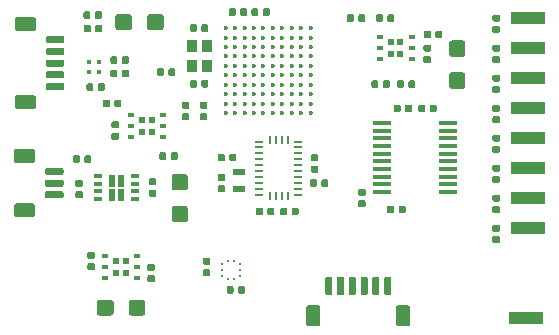
<source format=gtp>
G04 #@! TF.GenerationSoftware,KiCad,Pcbnew,(5.1.4-0-10_14)*
G04 #@! TF.CreationDate,2020-03-30T10:54:37+02:00*
G04 #@! TF.ProjectId,kapukiTRX-hw-trx,6b617075-6b69-4545-9258-2d68772d7472,rev?*
G04 #@! TF.SameCoordinates,Original*
G04 #@! TF.FileFunction,Paste,Top*
G04 #@! TF.FilePolarity,Positive*
%FSLAX46Y46*%
G04 Gerber Fmt 4.6, Leading zero omitted, Abs format (unit mm)*
G04 Created by KiCad (PCBNEW (5.1.4-0-10_14)) date 2020-03-30 10:54:37*
%MOMM*%
%LPD*%
G04 APERTURE LIST*
%ADD10C,0.100000*%
%ADD11C,0.590000*%
%ADD12R,0.250000X0.275000*%
%ADD13R,0.275000X0.250000*%
%ADD14C,1.350000*%
%ADD15R,3.000000X1.000000*%
%ADD16C,0.360000*%
%ADD17R,1.100000X0.600000*%
%ADD18R,0.254000X0.675000*%
%ADD19R,0.675000X0.254000*%
%ADD20R,0.650000X0.350000*%
%ADD21R,0.600000X1.000000*%
%ADD22R,0.480000X0.630000*%
%ADD23R,0.630000X0.450000*%
%ADD24R,0.900000X1.100000*%
%ADD25R,0.457200X0.457200*%
%ADD26R,1.600000X0.300000*%
%ADD27C,0.600000*%
%ADD28C,1.200000*%
G04 APERTURE END LIST*
D10*
G36*
X203943758Y-111135910D02*
G01*
X203958076Y-111138034D01*
X203972117Y-111141551D01*
X203985746Y-111146428D01*
X203998831Y-111152617D01*
X204011247Y-111160058D01*
X204022873Y-111168681D01*
X204033598Y-111178402D01*
X204043319Y-111189127D01*
X204051942Y-111200753D01*
X204059383Y-111213169D01*
X204065572Y-111226254D01*
X204070449Y-111239883D01*
X204073966Y-111253924D01*
X204076090Y-111268242D01*
X204076800Y-111282700D01*
X204076800Y-111627700D01*
X204076090Y-111642158D01*
X204073966Y-111656476D01*
X204070449Y-111670517D01*
X204065572Y-111684146D01*
X204059383Y-111697231D01*
X204051942Y-111709647D01*
X204043319Y-111721273D01*
X204033598Y-111731998D01*
X204022873Y-111741719D01*
X204011247Y-111750342D01*
X203998831Y-111757783D01*
X203985746Y-111763972D01*
X203972117Y-111768849D01*
X203958076Y-111772366D01*
X203943758Y-111774490D01*
X203929300Y-111775200D01*
X203634300Y-111775200D01*
X203619842Y-111774490D01*
X203605524Y-111772366D01*
X203591483Y-111768849D01*
X203577854Y-111763972D01*
X203564769Y-111757783D01*
X203552353Y-111750342D01*
X203540727Y-111741719D01*
X203530002Y-111731998D01*
X203520281Y-111721273D01*
X203511658Y-111709647D01*
X203504217Y-111697231D01*
X203498028Y-111684146D01*
X203493151Y-111670517D01*
X203489634Y-111656476D01*
X203487510Y-111642158D01*
X203486800Y-111627700D01*
X203486800Y-111282700D01*
X203487510Y-111268242D01*
X203489634Y-111253924D01*
X203493151Y-111239883D01*
X203498028Y-111226254D01*
X203504217Y-111213169D01*
X203511658Y-111200753D01*
X203520281Y-111189127D01*
X203530002Y-111178402D01*
X203540727Y-111168681D01*
X203552353Y-111160058D01*
X203564769Y-111152617D01*
X203577854Y-111146428D01*
X203591483Y-111141551D01*
X203605524Y-111138034D01*
X203619842Y-111135910D01*
X203634300Y-111135200D01*
X203929300Y-111135200D01*
X203943758Y-111135910D01*
X203943758Y-111135910D01*
G37*
D11*
X203781800Y-111455200D03*
D10*
G36*
X204913758Y-111135910D02*
G01*
X204928076Y-111138034D01*
X204942117Y-111141551D01*
X204955746Y-111146428D01*
X204968831Y-111152617D01*
X204981247Y-111160058D01*
X204992873Y-111168681D01*
X205003598Y-111178402D01*
X205013319Y-111189127D01*
X205021942Y-111200753D01*
X205029383Y-111213169D01*
X205035572Y-111226254D01*
X205040449Y-111239883D01*
X205043966Y-111253924D01*
X205046090Y-111268242D01*
X205046800Y-111282700D01*
X205046800Y-111627700D01*
X205046090Y-111642158D01*
X205043966Y-111656476D01*
X205040449Y-111670517D01*
X205035572Y-111684146D01*
X205029383Y-111697231D01*
X205021942Y-111709647D01*
X205013319Y-111721273D01*
X205003598Y-111731998D01*
X204992873Y-111741719D01*
X204981247Y-111750342D01*
X204968831Y-111757783D01*
X204955746Y-111763972D01*
X204942117Y-111768849D01*
X204928076Y-111772366D01*
X204913758Y-111774490D01*
X204899300Y-111775200D01*
X204604300Y-111775200D01*
X204589842Y-111774490D01*
X204575524Y-111772366D01*
X204561483Y-111768849D01*
X204547854Y-111763972D01*
X204534769Y-111757783D01*
X204522353Y-111750342D01*
X204510727Y-111741719D01*
X204500002Y-111731998D01*
X204490281Y-111721273D01*
X204481658Y-111709647D01*
X204474217Y-111697231D01*
X204468028Y-111684146D01*
X204463151Y-111670517D01*
X204459634Y-111656476D01*
X204457510Y-111642158D01*
X204456800Y-111627700D01*
X204456800Y-111282700D01*
X204457510Y-111268242D01*
X204459634Y-111253924D01*
X204463151Y-111239883D01*
X204468028Y-111226254D01*
X204474217Y-111213169D01*
X204481658Y-111200753D01*
X204490281Y-111189127D01*
X204500002Y-111178402D01*
X204510727Y-111168681D01*
X204522353Y-111160058D01*
X204534769Y-111152617D01*
X204547854Y-111146428D01*
X204561483Y-111141551D01*
X204575524Y-111138034D01*
X204589842Y-111135910D01*
X204604300Y-111135200D01*
X204899300Y-111135200D01*
X204913758Y-111135910D01*
X204913758Y-111135910D01*
G37*
D11*
X204751800Y-111455200D03*
D10*
G36*
X203592958Y-100518710D02*
G01*
X203607276Y-100520834D01*
X203621317Y-100524351D01*
X203634946Y-100529228D01*
X203648031Y-100535417D01*
X203660447Y-100542858D01*
X203672073Y-100551481D01*
X203682798Y-100561202D01*
X203692519Y-100571927D01*
X203701142Y-100583553D01*
X203708583Y-100595969D01*
X203714772Y-100609054D01*
X203719649Y-100622683D01*
X203723166Y-100636724D01*
X203725290Y-100651042D01*
X203726000Y-100665500D01*
X203726000Y-101010500D01*
X203725290Y-101024958D01*
X203723166Y-101039276D01*
X203719649Y-101053317D01*
X203714772Y-101066946D01*
X203708583Y-101080031D01*
X203701142Y-101092447D01*
X203692519Y-101104073D01*
X203682798Y-101114798D01*
X203672073Y-101124519D01*
X203660447Y-101133142D01*
X203648031Y-101140583D01*
X203634946Y-101146772D01*
X203621317Y-101151649D01*
X203607276Y-101155166D01*
X203592958Y-101157290D01*
X203578500Y-101158000D01*
X203283500Y-101158000D01*
X203269042Y-101157290D01*
X203254724Y-101155166D01*
X203240683Y-101151649D01*
X203227054Y-101146772D01*
X203213969Y-101140583D01*
X203201553Y-101133142D01*
X203189927Y-101124519D01*
X203179202Y-101114798D01*
X203169481Y-101104073D01*
X203160858Y-101092447D01*
X203153417Y-101080031D01*
X203147228Y-101066946D01*
X203142351Y-101053317D01*
X203138834Y-101039276D01*
X203136710Y-101024958D01*
X203136000Y-101010500D01*
X203136000Y-100665500D01*
X203136710Y-100651042D01*
X203138834Y-100636724D01*
X203142351Y-100622683D01*
X203147228Y-100609054D01*
X203153417Y-100595969D01*
X203160858Y-100583553D01*
X203169481Y-100571927D01*
X203179202Y-100561202D01*
X203189927Y-100551481D01*
X203201553Y-100542858D01*
X203213969Y-100535417D01*
X203227054Y-100529228D01*
X203240683Y-100524351D01*
X203254724Y-100520834D01*
X203269042Y-100518710D01*
X203283500Y-100518000D01*
X203578500Y-100518000D01*
X203592958Y-100518710D01*
X203592958Y-100518710D01*
G37*
D11*
X203431000Y-100838000D03*
D10*
G36*
X202622958Y-100518710D02*
G01*
X202637276Y-100520834D01*
X202651317Y-100524351D01*
X202664946Y-100529228D01*
X202678031Y-100535417D01*
X202690447Y-100542858D01*
X202702073Y-100551481D01*
X202712798Y-100561202D01*
X202722519Y-100571927D01*
X202731142Y-100583553D01*
X202738583Y-100595969D01*
X202744772Y-100609054D01*
X202749649Y-100622683D01*
X202753166Y-100636724D01*
X202755290Y-100651042D01*
X202756000Y-100665500D01*
X202756000Y-101010500D01*
X202755290Y-101024958D01*
X202753166Y-101039276D01*
X202749649Y-101053317D01*
X202744772Y-101066946D01*
X202738583Y-101080031D01*
X202731142Y-101092447D01*
X202722519Y-101104073D01*
X202712798Y-101114798D01*
X202702073Y-101124519D01*
X202690447Y-101133142D01*
X202678031Y-101140583D01*
X202664946Y-101146772D01*
X202651317Y-101151649D01*
X202637276Y-101155166D01*
X202622958Y-101157290D01*
X202608500Y-101158000D01*
X202313500Y-101158000D01*
X202299042Y-101157290D01*
X202284724Y-101155166D01*
X202270683Y-101151649D01*
X202257054Y-101146772D01*
X202243969Y-101140583D01*
X202231553Y-101133142D01*
X202219927Y-101124519D01*
X202209202Y-101114798D01*
X202199481Y-101104073D01*
X202190858Y-101092447D01*
X202183417Y-101080031D01*
X202177228Y-101066946D01*
X202172351Y-101053317D01*
X202168834Y-101039276D01*
X202166710Y-101024958D01*
X202166000Y-101010500D01*
X202166000Y-100665500D01*
X202166710Y-100651042D01*
X202168834Y-100636724D01*
X202172351Y-100622683D01*
X202177228Y-100609054D01*
X202183417Y-100595969D01*
X202190858Y-100583553D01*
X202199481Y-100571927D01*
X202209202Y-100561202D01*
X202219927Y-100551481D01*
X202231553Y-100542858D01*
X202243969Y-100535417D01*
X202257054Y-100529228D01*
X202270683Y-100524351D01*
X202284724Y-100520834D01*
X202299042Y-100518710D01*
X202313500Y-100518000D01*
X202608500Y-100518000D01*
X202622958Y-100518710D01*
X202622958Y-100518710D01*
G37*
D11*
X202461000Y-100838000D03*
D10*
G36*
X205751958Y-100518710D02*
G01*
X205766276Y-100520834D01*
X205780317Y-100524351D01*
X205793946Y-100529228D01*
X205807031Y-100535417D01*
X205819447Y-100542858D01*
X205831073Y-100551481D01*
X205841798Y-100561202D01*
X205851519Y-100571927D01*
X205860142Y-100583553D01*
X205867583Y-100595969D01*
X205873772Y-100609054D01*
X205878649Y-100622683D01*
X205882166Y-100636724D01*
X205884290Y-100651042D01*
X205885000Y-100665500D01*
X205885000Y-101010500D01*
X205884290Y-101024958D01*
X205882166Y-101039276D01*
X205878649Y-101053317D01*
X205873772Y-101066946D01*
X205867583Y-101080031D01*
X205860142Y-101092447D01*
X205851519Y-101104073D01*
X205841798Y-101114798D01*
X205831073Y-101124519D01*
X205819447Y-101133142D01*
X205807031Y-101140583D01*
X205793946Y-101146772D01*
X205780317Y-101151649D01*
X205766276Y-101155166D01*
X205751958Y-101157290D01*
X205737500Y-101158000D01*
X205442500Y-101158000D01*
X205428042Y-101157290D01*
X205413724Y-101155166D01*
X205399683Y-101151649D01*
X205386054Y-101146772D01*
X205372969Y-101140583D01*
X205360553Y-101133142D01*
X205348927Y-101124519D01*
X205338202Y-101114798D01*
X205328481Y-101104073D01*
X205319858Y-101092447D01*
X205312417Y-101080031D01*
X205306228Y-101066946D01*
X205301351Y-101053317D01*
X205297834Y-101039276D01*
X205295710Y-101024958D01*
X205295000Y-101010500D01*
X205295000Y-100665500D01*
X205295710Y-100651042D01*
X205297834Y-100636724D01*
X205301351Y-100622683D01*
X205306228Y-100609054D01*
X205312417Y-100595969D01*
X205319858Y-100583553D01*
X205328481Y-100571927D01*
X205338202Y-100561202D01*
X205348927Y-100551481D01*
X205360553Y-100542858D01*
X205372969Y-100535417D01*
X205386054Y-100529228D01*
X205399683Y-100524351D01*
X205413724Y-100520834D01*
X205428042Y-100518710D01*
X205442500Y-100518000D01*
X205737500Y-100518000D01*
X205751958Y-100518710D01*
X205751958Y-100518710D01*
G37*
D11*
X205590000Y-100838000D03*
D10*
G36*
X204781958Y-100518710D02*
G01*
X204796276Y-100520834D01*
X204810317Y-100524351D01*
X204823946Y-100529228D01*
X204837031Y-100535417D01*
X204849447Y-100542858D01*
X204861073Y-100551481D01*
X204871798Y-100561202D01*
X204881519Y-100571927D01*
X204890142Y-100583553D01*
X204897583Y-100595969D01*
X204903772Y-100609054D01*
X204908649Y-100622683D01*
X204912166Y-100636724D01*
X204914290Y-100651042D01*
X204915000Y-100665500D01*
X204915000Y-101010500D01*
X204914290Y-101024958D01*
X204912166Y-101039276D01*
X204908649Y-101053317D01*
X204903772Y-101066946D01*
X204897583Y-101080031D01*
X204890142Y-101092447D01*
X204881519Y-101104073D01*
X204871798Y-101114798D01*
X204861073Y-101124519D01*
X204849447Y-101133142D01*
X204837031Y-101140583D01*
X204823946Y-101146772D01*
X204810317Y-101151649D01*
X204796276Y-101155166D01*
X204781958Y-101157290D01*
X204767500Y-101158000D01*
X204472500Y-101158000D01*
X204458042Y-101157290D01*
X204443724Y-101155166D01*
X204429683Y-101151649D01*
X204416054Y-101146772D01*
X204402969Y-101140583D01*
X204390553Y-101133142D01*
X204378927Y-101124519D01*
X204368202Y-101114798D01*
X204358481Y-101104073D01*
X204349858Y-101092447D01*
X204342417Y-101080031D01*
X204336228Y-101066946D01*
X204331351Y-101053317D01*
X204327834Y-101039276D01*
X204325710Y-101024958D01*
X204325000Y-101010500D01*
X204325000Y-100665500D01*
X204325710Y-100651042D01*
X204327834Y-100636724D01*
X204331351Y-100622683D01*
X204336228Y-100609054D01*
X204342417Y-100595969D01*
X204349858Y-100583553D01*
X204358481Y-100571927D01*
X204368202Y-100561202D01*
X204378927Y-100551481D01*
X204390553Y-100542858D01*
X204402969Y-100535417D01*
X204416054Y-100529228D01*
X204429683Y-100524351D01*
X204443724Y-100520834D01*
X204458042Y-100518710D01*
X204472500Y-100518000D01*
X204767500Y-100518000D01*
X204781958Y-100518710D01*
X204781958Y-100518710D01*
G37*
D11*
X204620000Y-100838000D03*
D10*
G36*
X191502558Y-94422710D02*
G01*
X191516876Y-94424834D01*
X191530917Y-94428351D01*
X191544546Y-94433228D01*
X191557631Y-94439417D01*
X191570047Y-94446858D01*
X191581673Y-94455481D01*
X191592398Y-94465202D01*
X191602119Y-94475927D01*
X191610742Y-94487553D01*
X191618183Y-94499969D01*
X191624372Y-94513054D01*
X191629249Y-94526683D01*
X191632766Y-94540724D01*
X191634890Y-94555042D01*
X191635600Y-94569500D01*
X191635600Y-94914500D01*
X191634890Y-94928958D01*
X191632766Y-94943276D01*
X191629249Y-94957317D01*
X191624372Y-94970946D01*
X191618183Y-94984031D01*
X191610742Y-94996447D01*
X191602119Y-95008073D01*
X191592398Y-95018798D01*
X191581673Y-95028519D01*
X191570047Y-95037142D01*
X191557631Y-95044583D01*
X191544546Y-95050772D01*
X191530917Y-95055649D01*
X191516876Y-95059166D01*
X191502558Y-95061290D01*
X191488100Y-95062000D01*
X191193100Y-95062000D01*
X191178642Y-95061290D01*
X191164324Y-95059166D01*
X191150283Y-95055649D01*
X191136654Y-95050772D01*
X191123569Y-95044583D01*
X191111153Y-95037142D01*
X191099527Y-95028519D01*
X191088802Y-95018798D01*
X191079081Y-95008073D01*
X191070458Y-94996447D01*
X191063017Y-94984031D01*
X191056828Y-94970946D01*
X191051951Y-94957317D01*
X191048434Y-94943276D01*
X191046310Y-94928958D01*
X191045600Y-94914500D01*
X191045600Y-94569500D01*
X191046310Y-94555042D01*
X191048434Y-94540724D01*
X191051951Y-94526683D01*
X191056828Y-94513054D01*
X191063017Y-94499969D01*
X191070458Y-94487553D01*
X191079081Y-94475927D01*
X191088802Y-94465202D01*
X191099527Y-94455481D01*
X191111153Y-94446858D01*
X191123569Y-94439417D01*
X191136654Y-94433228D01*
X191150283Y-94428351D01*
X191164324Y-94424834D01*
X191178642Y-94422710D01*
X191193100Y-94422000D01*
X191488100Y-94422000D01*
X191502558Y-94422710D01*
X191502558Y-94422710D01*
G37*
D11*
X191340600Y-94742000D03*
D10*
G36*
X190532558Y-94422710D02*
G01*
X190546876Y-94424834D01*
X190560917Y-94428351D01*
X190574546Y-94433228D01*
X190587631Y-94439417D01*
X190600047Y-94446858D01*
X190611673Y-94455481D01*
X190622398Y-94465202D01*
X190632119Y-94475927D01*
X190640742Y-94487553D01*
X190648183Y-94499969D01*
X190654372Y-94513054D01*
X190659249Y-94526683D01*
X190662766Y-94540724D01*
X190664890Y-94555042D01*
X190665600Y-94569500D01*
X190665600Y-94914500D01*
X190664890Y-94928958D01*
X190662766Y-94943276D01*
X190659249Y-94957317D01*
X190654372Y-94970946D01*
X190648183Y-94984031D01*
X190640742Y-94996447D01*
X190632119Y-95008073D01*
X190622398Y-95018798D01*
X190611673Y-95028519D01*
X190600047Y-95037142D01*
X190587631Y-95044583D01*
X190574546Y-95050772D01*
X190560917Y-95055649D01*
X190546876Y-95059166D01*
X190532558Y-95061290D01*
X190518100Y-95062000D01*
X190223100Y-95062000D01*
X190208642Y-95061290D01*
X190194324Y-95059166D01*
X190180283Y-95055649D01*
X190166654Y-95050772D01*
X190153569Y-95044583D01*
X190141153Y-95037142D01*
X190129527Y-95028519D01*
X190118802Y-95018798D01*
X190109081Y-95008073D01*
X190100458Y-94996447D01*
X190093017Y-94984031D01*
X190086828Y-94970946D01*
X190081951Y-94957317D01*
X190078434Y-94943276D01*
X190076310Y-94928958D01*
X190075600Y-94914500D01*
X190075600Y-94569500D01*
X190076310Y-94555042D01*
X190078434Y-94540724D01*
X190081951Y-94526683D01*
X190086828Y-94513054D01*
X190093017Y-94499969D01*
X190100458Y-94487553D01*
X190109081Y-94475927D01*
X190118802Y-94465202D01*
X190129527Y-94455481D01*
X190141153Y-94446858D01*
X190153569Y-94439417D01*
X190166654Y-94433228D01*
X190180283Y-94428351D01*
X190194324Y-94424834D01*
X190208642Y-94422710D01*
X190223100Y-94422000D01*
X190518100Y-94422000D01*
X190532558Y-94422710D01*
X190532558Y-94422710D01*
G37*
D11*
X190370600Y-94742000D03*
D12*
X190496000Y-117348500D03*
X189996000Y-117348500D03*
X190496000Y-115823500D03*
X189996000Y-115823500D03*
D13*
X189483500Y-116086000D03*
X189483500Y-116586000D03*
X189483500Y-117086000D03*
X191008500Y-117086000D03*
X191008500Y-116586000D03*
X191008500Y-116086000D03*
D10*
G36*
X184348905Y-94931804D02*
G01*
X184373173Y-94935404D01*
X184396972Y-94941365D01*
X184420071Y-94949630D01*
X184442250Y-94960120D01*
X184463293Y-94972732D01*
X184482999Y-94987347D01*
X184501177Y-95003823D01*
X184517653Y-95022001D01*
X184532268Y-95041707D01*
X184544880Y-95062750D01*
X184555370Y-95084929D01*
X184563635Y-95108028D01*
X184569596Y-95131827D01*
X184573196Y-95156095D01*
X184574400Y-95180599D01*
X184574400Y-96030601D01*
X184573196Y-96055105D01*
X184569596Y-96079373D01*
X184563635Y-96103172D01*
X184555370Y-96126271D01*
X184544880Y-96148450D01*
X184532268Y-96169493D01*
X184517653Y-96189199D01*
X184501177Y-96207377D01*
X184482999Y-96223853D01*
X184463293Y-96238468D01*
X184442250Y-96251080D01*
X184420071Y-96261570D01*
X184396972Y-96269835D01*
X184373173Y-96275796D01*
X184348905Y-96279396D01*
X184324401Y-96280600D01*
X183424399Y-96280600D01*
X183399895Y-96279396D01*
X183375627Y-96275796D01*
X183351828Y-96269835D01*
X183328729Y-96261570D01*
X183306550Y-96251080D01*
X183285507Y-96238468D01*
X183265801Y-96223853D01*
X183247623Y-96207377D01*
X183231147Y-96189199D01*
X183216532Y-96169493D01*
X183203920Y-96148450D01*
X183193430Y-96126271D01*
X183185165Y-96103172D01*
X183179204Y-96079373D01*
X183175604Y-96055105D01*
X183174400Y-96030601D01*
X183174400Y-95180599D01*
X183175604Y-95156095D01*
X183179204Y-95131827D01*
X183185165Y-95108028D01*
X183193430Y-95084929D01*
X183203920Y-95062750D01*
X183216532Y-95041707D01*
X183231147Y-95022001D01*
X183247623Y-95003823D01*
X183265801Y-94987347D01*
X183285507Y-94972732D01*
X183306550Y-94960120D01*
X183328729Y-94949630D01*
X183351828Y-94941365D01*
X183375627Y-94935404D01*
X183399895Y-94931804D01*
X183424399Y-94930600D01*
X184324401Y-94930600D01*
X184348905Y-94931804D01*
X184348905Y-94931804D01*
G37*
D14*
X183874400Y-95605600D03*
D10*
G36*
X181648905Y-94931804D02*
G01*
X181673173Y-94935404D01*
X181696972Y-94941365D01*
X181720071Y-94949630D01*
X181742250Y-94960120D01*
X181763293Y-94972732D01*
X181782999Y-94987347D01*
X181801177Y-95003823D01*
X181817653Y-95022001D01*
X181832268Y-95041707D01*
X181844880Y-95062750D01*
X181855370Y-95084929D01*
X181863635Y-95108028D01*
X181869596Y-95131827D01*
X181873196Y-95156095D01*
X181874400Y-95180599D01*
X181874400Y-96030601D01*
X181873196Y-96055105D01*
X181869596Y-96079373D01*
X181863635Y-96103172D01*
X181855370Y-96126271D01*
X181844880Y-96148450D01*
X181832268Y-96169493D01*
X181817653Y-96189199D01*
X181801177Y-96207377D01*
X181782999Y-96223853D01*
X181763293Y-96238468D01*
X181742250Y-96251080D01*
X181720071Y-96261570D01*
X181696972Y-96269835D01*
X181673173Y-96275796D01*
X181648905Y-96279396D01*
X181624401Y-96280600D01*
X180724399Y-96280600D01*
X180699895Y-96279396D01*
X180675627Y-96275796D01*
X180651828Y-96269835D01*
X180628729Y-96261570D01*
X180606550Y-96251080D01*
X180585507Y-96238468D01*
X180565801Y-96223853D01*
X180547623Y-96207377D01*
X180531147Y-96189199D01*
X180516532Y-96169493D01*
X180503920Y-96148450D01*
X180493430Y-96126271D01*
X180485165Y-96103172D01*
X180479204Y-96079373D01*
X180475604Y-96055105D01*
X180474400Y-96030601D01*
X180474400Y-95180599D01*
X180475604Y-95156095D01*
X180479204Y-95131827D01*
X180485165Y-95108028D01*
X180493430Y-95084929D01*
X180503920Y-95062750D01*
X180516532Y-95041707D01*
X180531147Y-95022001D01*
X180547623Y-95003823D01*
X180565801Y-94987347D01*
X180585507Y-94972732D01*
X180606550Y-94960120D01*
X180628729Y-94949630D01*
X180651828Y-94941365D01*
X180675627Y-94935404D01*
X180699895Y-94931804D01*
X180724399Y-94930600D01*
X181624401Y-94930600D01*
X181648905Y-94931804D01*
X181648905Y-94931804D01*
G37*
D14*
X181174400Y-95605600D03*
D10*
G36*
X200542558Y-94930710D02*
G01*
X200556876Y-94932834D01*
X200570917Y-94936351D01*
X200584546Y-94941228D01*
X200597631Y-94947417D01*
X200610047Y-94954858D01*
X200621673Y-94963481D01*
X200632398Y-94973202D01*
X200642119Y-94983927D01*
X200650742Y-94995553D01*
X200658183Y-95007969D01*
X200664372Y-95021054D01*
X200669249Y-95034683D01*
X200672766Y-95048724D01*
X200674890Y-95063042D01*
X200675600Y-95077500D01*
X200675600Y-95422500D01*
X200674890Y-95436958D01*
X200672766Y-95451276D01*
X200669249Y-95465317D01*
X200664372Y-95478946D01*
X200658183Y-95492031D01*
X200650742Y-95504447D01*
X200642119Y-95516073D01*
X200632398Y-95526798D01*
X200621673Y-95536519D01*
X200610047Y-95545142D01*
X200597631Y-95552583D01*
X200584546Y-95558772D01*
X200570917Y-95563649D01*
X200556876Y-95567166D01*
X200542558Y-95569290D01*
X200528100Y-95570000D01*
X200233100Y-95570000D01*
X200218642Y-95569290D01*
X200204324Y-95567166D01*
X200190283Y-95563649D01*
X200176654Y-95558772D01*
X200163569Y-95552583D01*
X200151153Y-95545142D01*
X200139527Y-95536519D01*
X200128802Y-95526798D01*
X200119081Y-95516073D01*
X200110458Y-95504447D01*
X200103017Y-95492031D01*
X200096828Y-95478946D01*
X200091951Y-95465317D01*
X200088434Y-95451276D01*
X200086310Y-95436958D01*
X200085600Y-95422500D01*
X200085600Y-95077500D01*
X200086310Y-95063042D01*
X200088434Y-95048724D01*
X200091951Y-95034683D01*
X200096828Y-95021054D01*
X200103017Y-95007969D01*
X200110458Y-94995553D01*
X200119081Y-94983927D01*
X200128802Y-94973202D01*
X200139527Y-94963481D01*
X200151153Y-94954858D01*
X200163569Y-94947417D01*
X200176654Y-94941228D01*
X200190283Y-94936351D01*
X200204324Y-94932834D01*
X200218642Y-94930710D01*
X200233100Y-94930000D01*
X200528100Y-94930000D01*
X200542558Y-94930710D01*
X200542558Y-94930710D01*
G37*
D11*
X200380600Y-95250000D03*
D10*
G36*
X201512558Y-94930710D02*
G01*
X201526876Y-94932834D01*
X201540917Y-94936351D01*
X201554546Y-94941228D01*
X201567631Y-94947417D01*
X201580047Y-94954858D01*
X201591673Y-94963481D01*
X201602398Y-94973202D01*
X201612119Y-94983927D01*
X201620742Y-94995553D01*
X201628183Y-95007969D01*
X201634372Y-95021054D01*
X201639249Y-95034683D01*
X201642766Y-95048724D01*
X201644890Y-95063042D01*
X201645600Y-95077500D01*
X201645600Y-95422500D01*
X201644890Y-95436958D01*
X201642766Y-95451276D01*
X201639249Y-95465317D01*
X201634372Y-95478946D01*
X201628183Y-95492031D01*
X201620742Y-95504447D01*
X201612119Y-95516073D01*
X201602398Y-95526798D01*
X201591673Y-95536519D01*
X201580047Y-95545142D01*
X201567631Y-95552583D01*
X201554546Y-95558772D01*
X201540917Y-95563649D01*
X201526876Y-95567166D01*
X201512558Y-95569290D01*
X201498100Y-95570000D01*
X201203100Y-95570000D01*
X201188642Y-95569290D01*
X201174324Y-95567166D01*
X201160283Y-95563649D01*
X201146654Y-95558772D01*
X201133569Y-95552583D01*
X201121153Y-95545142D01*
X201109527Y-95536519D01*
X201098802Y-95526798D01*
X201089081Y-95516073D01*
X201080458Y-95504447D01*
X201073017Y-95492031D01*
X201066828Y-95478946D01*
X201061951Y-95465317D01*
X201058434Y-95451276D01*
X201056310Y-95436958D01*
X201055600Y-95422500D01*
X201055600Y-95077500D01*
X201056310Y-95063042D01*
X201058434Y-95048724D01*
X201061951Y-95034683D01*
X201066828Y-95021054D01*
X201073017Y-95007969D01*
X201080458Y-94995553D01*
X201089081Y-94983927D01*
X201098802Y-94973202D01*
X201109527Y-94963481D01*
X201121153Y-94954858D01*
X201133569Y-94947417D01*
X201146654Y-94941228D01*
X201160283Y-94936351D01*
X201174324Y-94932834D01*
X201188642Y-94930710D01*
X201203100Y-94930000D01*
X201498100Y-94930000D01*
X201512558Y-94930710D01*
X201512558Y-94930710D01*
G37*
D11*
X201350600Y-95250000D03*
D15*
X215265000Y-120650000D03*
D16*
X197021000Y-103295000D03*
X197021000Y-102495000D03*
X197021000Y-101695000D03*
X197021000Y-100895000D03*
X197021000Y-100095000D03*
X197021000Y-99295000D03*
X197021000Y-98495000D03*
X197021000Y-97695000D03*
X197021000Y-96895000D03*
X197021000Y-96095000D03*
X196221000Y-103295000D03*
X196221000Y-102495000D03*
X196221000Y-101695000D03*
X196221000Y-100895000D03*
X196221000Y-100095000D03*
X196221000Y-99295000D03*
X196221000Y-98495000D03*
X196221000Y-97695000D03*
X196221000Y-96895000D03*
X196221000Y-96095000D03*
X195421000Y-103295000D03*
X195421000Y-102495000D03*
X195421000Y-101695000D03*
X195421000Y-100895000D03*
X195421000Y-100095000D03*
X195421000Y-99295000D03*
X195421000Y-98495000D03*
X195421000Y-97695000D03*
X195421000Y-96895000D03*
X195421000Y-96095000D03*
X194621000Y-103295000D03*
X194621000Y-102495000D03*
X194621000Y-101695000D03*
X194621000Y-100895000D03*
X194621000Y-100095000D03*
X194621000Y-99295000D03*
X194621000Y-98495000D03*
X194621000Y-97695000D03*
X194621000Y-96895000D03*
X194621000Y-96095000D03*
X193821000Y-103295000D03*
X193821000Y-102495000D03*
X193821000Y-101695000D03*
X193821000Y-100895000D03*
X193821000Y-100095000D03*
X193821000Y-99295000D03*
X193821000Y-98495000D03*
X193821000Y-97695000D03*
X193821000Y-96895000D03*
X193821000Y-96095000D03*
X193021000Y-103295000D03*
X193021000Y-102495000D03*
X193021000Y-101695000D03*
X193021000Y-100895000D03*
X193021000Y-100095000D03*
X193021000Y-99295000D03*
X193021000Y-98495000D03*
X193021000Y-97695000D03*
X193021000Y-96895000D03*
X193021000Y-96095000D03*
X192221000Y-103295000D03*
X192221000Y-102495000D03*
X192221000Y-101695000D03*
X192221000Y-100895000D03*
X192221000Y-100095000D03*
X192221000Y-99295000D03*
X192221000Y-98495000D03*
X192221000Y-97695000D03*
X192221000Y-96895000D03*
X192221000Y-96095000D03*
X191421000Y-103295000D03*
X191421000Y-102495000D03*
X191421000Y-101695000D03*
X191421000Y-100895000D03*
X191421000Y-100095000D03*
X191421000Y-99295000D03*
X191421000Y-98495000D03*
X191421000Y-97695000D03*
X191421000Y-96895000D03*
X191421000Y-96095000D03*
X190621000Y-103295000D03*
X190621000Y-102495000D03*
X190621000Y-101695000D03*
X190621000Y-100895000D03*
X190621000Y-100095000D03*
X190621000Y-99295000D03*
X190621000Y-98495000D03*
X190621000Y-97695000D03*
X190621000Y-96895000D03*
X190621000Y-96095000D03*
X189821000Y-103295000D03*
X189821000Y-102495000D03*
X189821000Y-101695000D03*
X189821000Y-100895000D03*
X189821000Y-100095000D03*
X189821000Y-99295000D03*
X189821000Y-98495000D03*
X189821000Y-97695000D03*
X189821000Y-96895000D03*
X189821000Y-96095000D03*
D17*
X190982600Y-109716800D03*
X190982600Y-108316800D03*
D18*
X195060000Y-105562500D03*
X194560000Y-105562500D03*
X194060000Y-105562500D03*
D19*
X195972500Y-105700000D03*
X195972500Y-106200000D03*
X195972500Y-106700000D03*
X195972500Y-107200000D03*
X195972500Y-107700000D03*
X195972500Y-108200000D03*
X195972500Y-108700000D03*
X195972500Y-109200000D03*
X195972500Y-109700000D03*
X192647500Y-105700000D03*
X192647500Y-106200000D03*
X192647500Y-106700000D03*
X192647500Y-107200000D03*
X192647500Y-107700000D03*
X192647500Y-108200000D03*
X192647500Y-108700000D03*
X192647500Y-109200000D03*
X192647500Y-109700000D03*
D18*
X195060000Y-110337500D03*
X194560000Y-110337500D03*
X194060000Y-110337500D03*
D19*
X192647500Y-110200000D03*
D18*
X193560000Y-110337500D03*
D19*
X195972500Y-110200000D03*
D18*
X193560000Y-105562500D03*
D10*
G36*
X197544958Y-107759710D02*
G01*
X197559276Y-107761834D01*
X197573317Y-107765351D01*
X197586946Y-107770228D01*
X197600031Y-107776417D01*
X197612447Y-107783858D01*
X197624073Y-107792481D01*
X197634798Y-107802202D01*
X197644519Y-107812927D01*
X197653142Y-107824553D01*
X197660583Y-107836969D01*
X197666772Y-107850054D01*
X197671649Y-107863683D01*
X197675166Y-107877724D01*
X197677290Y-107892042D01*
X197678000Y-107906500D01*
X197678000Y-108201500D01*
X197677290Y-108215958D01*
X197675166Y-108230276D01*
X197671649Y-108244317D01*
X197666772Y-108257946D01*
X197660583Y-108271031D01*
X197653142Y-108283447D01*
X197644519Y-108295073D01*
X197634798Y-108305798D01*
X197624073Y-108315519D01*
X197612447Y-108324142D01*
X197600031Y-108331583D01*
X197586946Y-108337772D01*
X197573317Y-108342649D01*
X197559276Y-108346166D01*
X197544958Y-108348290D01*
X197530500Y-108349000D01*
X197185500Y-108349000D01*
X197171042Y-108348290D01*
X197156724Y-108346166D01*
X197142683Y-108342649D01*
X197129054Y-108337772D01*
X197115969Y-108331583D01*
X197103553Y-108324142D01*
X197091927Y-108315519D01*
X197081202Y-108305798D01*
X197071481Y-108295073D01*
X197062858Y-108283447D01*
X197055417Y-108271031D01*
X197049228Y-108257946D01*
X197044351Y-108244317D01*
X197040834Y-108230276D01*
X197038710Y-108215958D01*
X197038000Y-108201500D01*
X197038000Y-107906500D01*
X197038710Y-107892042D01*
X197040834Y-107877724D01*
X197044351Y-107863683D01*
X197049228Y-107850054D01*
X197055417Y-107836969D01*
X197062858Y-107824553D01*
X197071481Y-107812927D01*
X197081202Y-107802202D01*
X197091927Y-107792481D01*
X197103553Y-107783858D01*
X197115969Y-107776417D01*
X197129054Y-107770228D01*
X197142683Y-107765351D01*
X197156724Y-107761834D01*
X197171042Y-107759710D01*
X197185500Y-107759000D01*
X197530500Y-107759000D01*
X197544958Y-107759710D01*
X197544958Y-107759710D01*
G37*
D11*
X197358000Y-108054000D03*
D10*
G36*
X197544958Y-106789710D02*
G01*
X197559276Y-106791834D01*
X197573317Y-106795351D01*
X197586946Y-106800228D01*
X197600031Y-106806417D01*
X197612447Y-106813858D01*
X197624073Y-106822481D01*
X197634798Y-106832202D01*
X197644519Y-106842927D01*
X197653142Y-106854553D01*
X197660583Y-106866969D01*
X197666772Y-106880054D01*
X197671649Y-106893683D01*
X197675166Y-106907724D01*
X197677290Y-106922042D01*
X197678000Y-106936500D01*
X197678000Y-107231500D01*
X197677290Y-107245958D01*
X197675166Y-107260276D01*
X197671649Y-107274317D01*
X197666772Y-107287946D01*
X197660583Y-107301031D01*
X197653142Y-107313447D01*
X197644519Y-107325073D01*
X197634798Y-107335798D01*
X197624073Y-107345519D01*
X197612447Y-107354142D01*
X197600031Y-107361583D01*
X197586946Y-107367772D01*
X197573317Y-107372649D01*
X197559276Y-107376166D01*
X197544958Y-107378290D01*
X197530500Y-107379000D01*
X197185500Y-107379000D01*
X197171042Y-107378290D01*
X197156724Y-107376166D01*
X197142683Y-107372649D01*
X197129054Y-107367772D01*
X197115969Y-107361583D01*
X197103553Y-107354142D01*
X197091927Y-107345519D01*
X197081202Y-107335798D01*
X197071481Y-107325073D01*
X197062858Y-107313447D01*
X197055417Y-107301031D01*
X197049228Y-107287946D01*
X197044351Y-107274317D01*
X197040834Y-107260276D01*
X197038710Y-107245958D01*
X197038000Y-107231500D01*
X197038000Y-106936500D01*
X197038710Y-106922042D01*
X197040834Y-106907724D01*
X197044351Y-106893683D01*
X197049228Y-106880054D01*
X197055417Y-106866969D01*
X197062858Y-106854553D01*
X197071481Y-106842927D01*
X197081202Y-106832202D01*
X197091927Y-106822481D01*
X197103553Y-106813858D01*
X197115969Y-106806417D01*
X197129054Y-106800228D01*
X197142683Y-106795351D01*
X197156724Y-106791834D01*
X197171042Y-106789710D01*
X197185500Y-106789000D01*
X197530500Y-106789000D01*
X197544958Y-106789710D01*
X197544958Y-106789710D01*
G37*
D11*
X197358000Y-107084000D03*
D10*
G36*
X195868958Y-111313710D02*
G01*
X195883276Y-111315834D01*
X195897317Y-111319351D01*
X195910946Y-111324228D01*
X195924031Y-111330417D01*
X195936447Y-111337858D01*
X195948073Y-111346481D01*
X195958798Y-111356202D01*
X195968519Y-111366927D01*
X195977142Y-111378553D01*
X195984583Y-111390969D01*
X195990772Y-111404054D01*
X195995649Y-111417683D01*
X195999166Y-111431724D01*
X196001290Y-111446042D01*
X196002000Y-111460500D01*
X196002000Y-111805500D01*
X196001290Y-111819958D01*
X195999166Y-111834276D01*
X195995649Y-111848317D01*
X195990772Y-111861946D01*
X195984583Y-111875031D01*
X195977142Y-111887447D01*
X195968519Y-111899073D01*
X195958798Y-111909798D01*
X195948073Y-111919519D01*
X195936447Y-111928142D01*
X195924031Y-111935583D01*
X195910946Y-111941772D01*
X195897317Y-111946649D01*
X195883276Y-111950166D01*
X195868958Y-111952290D01*
X195854500Y-111953000D01*
X195559500Y-111953000D01*
X195545042Y-111952290D01*
X195530724Y-111950166D01*
X195516683Y-111946649D01*
X195503054Y-111941772D01*
X195489969Y-111935583D01*
X195477553Y-111928142D01*
X195465927Y-111919519D01*
X195455202Y-111909798D01*
X195445481Y-111899073D01*
X195436858Y-111887447D01*
X195429417Y-111875031D01*
X195423228Y-111861946D01*
X195418351Y-111848317D01*
X195414834Y-111834276D01*
X195412710Y-111819958D01*
X195412000Y-111805500D01*
X195412000Y-111460500D01*
X195412710Y-111446042D01*
X195414834Y-111431724D01*
X195418351Y-111417683D01*
X195423228Y-111404054D01*
X195429417Y-111390969D01*
X195436858Y-111378553D01*
X195445481Y-111366927D01*
X195455202Y-111356202D01*
X195465927Y-111346481D01*
X195477553Y-111337858D01*
X195489969Y-111330417D01*
X195503054Y-111324228D01*
X195516683Y-111319351D01*
X195530724Y-111315834D01*
X195545042Y-111313710D01*
X195559500Y-111313000D01*
X195854500Y-111313000D01*
X195868958Y-111313710D01*
X195868958Y-111313710D01*
G37*
D11*
X195707000Y-111633000D03*
D10*
G36*
X194898958Y-111313710D02*
G01*
X194913276Y-111315834D01*
X194927317Y-111319351D01*
X194940946Y-111324228D01*
X194954031Y-111330417D01*
X194966447Y-111337858D01*
X194978073Y-111346481D01*
X194988798Y-111356202D01*
X194998519Y-111366927D01*
X195007142Y-111378553D01*
X195014583Y-111390969D01*
X195020772Y-111404054D01*
X195025649Y-111417683D01*
X195029166Y-111431724D01*
X195031290Y-111446042D01*
X195032000Y-111460500D01*
X195032000Y-111805500D01*
X195031290Y-111819958D01*
X195029166Y-111834276D01*
X195025649Y-111848317D01*
X195020772Y-111861946D01*
X195014583Y-111875031D01*
X195007142Y-111887447D01*
X194998519Y-111899073D01*
X194988798Y-111909798D01*
X194978073Y-111919519D01*
X194966447Y-111928142D01*
X194954031Y-111935583D01*
X194940946Y-111941772D01*
X194927317Y-111946649D01*
X194913276Y-111950166D01*
X194898958Y-111952290D01*
X194884500Y-111953000D01*
X194589500Y-111953000D01*
X194575042Y-111952290D01*
X194560724Y-111950166D01*
X194546683Y-111946649D01*
X194533054Y-111941772D01*
X194519969Y-111935583D01*
X194507553Y-111928142D01*
X194495927Y-111919519D01*
X194485202Y-111909798D01*
X194475481Y-111899073D01*
X194466858Y-111887447D01*
X194459417Y-111875031D01*
X194453228Y-111861946D01*
X194448351Y-111848317D01*
X194444834Y-111834276D01*
X194442710Y-111819958D01*
X194442000Y-111805500D01*
X194442000Y-111460500D01*
X194442710Y-111446042D01*
X194444834Y-111431724D01*
X194448351Y-111417683D01*
X194453228Y-111404054D01*
X194459417Y-111390969D01*
X194466858Y-111378553D01*
X194475481Y-111366927D01*
X194485202Y-111356202D01*
X194495927Y-111346481D01*
X194507553Y-111337858D01*
X194519969Y-111330417D01*
X194533054Y-111324228D01*
X194546683Y-111319351D01*
X194560724Y-111315834D01*
X194575042Y-111313710D01*
X194589500Y-111313000D01*
X194884500Y-111313000D01*
X194898958Y-111313710D01*
X194898958Y-111313710D01*
G37*
D11*
X194737000Y-111633000D03*
D10*
G36*
X188146958Y-103314710D02*
G01*
X188161276Y-103316834D01*
X188175317Y-103320351D01*
X188188946Y-103325228D01*
X188202031Y-103331417D01*
X188214447Y-103338858D01*
X188226073Y-103347481D01*
X188236798Y-103357202D01*
X188246519Y-103367927D01*
X188255142Y-103379553D01*
X188262583Y-103391969D01*
X188268772Y-103405054D01*
X188273649Y-103418683D01*
X188277166Y-103432724D01*
X188279290Y-103447042D01*
X188280000Y-103461500D01*
X188280000Y-103756500D01*
X188279290Y-103770958D01*
X188277166Y-103785276D01*
X188273649Y-103799317D01*
X188268772Y-103812946D01*
X188262583Y-103826031D01*
X188255142Y-103838447D01*
X188246519Y-103850073D01*
X188236798Y-103860798D01*
X188226073Y-103870519D01*
X188214447Y-103879142D01*
X188202031Y-103886583D01*
X188188946Y-103892772D01*
X188175317Y-103897649D01*
X188161276Y-103901166D01*
X188146958Y-103903290D01*
X188132500Y-103904000D01*
X187787500Y-103904000D01*
X187773042Y-103903290D01*
X187758724Y-103901166D01*
X187744683Y-103897649D01*
X187731054Y-103892772D01*
X187717969Y-103886583D01*
X187705553Y-103879142D01*
X187693927Y-103870519D01*
X187683202Y-103860798D01*
X187673481Y-103850073D01*
X187664858Y-103838447D01*
X187657417Y-103826031D01*
X187651228Y-103812946D01*
X187646351Y-103799317D01*
X187642834Y-103785276D01*
X187640710Y-103770958D01*
X187640000Y-103756500D01*
X187640000Y-103461500D01*
X187640710Y-103447042D01*
X187642834Y-103432724D01*
X187646351Y-103418683D01*
X187651228Y-103405054D01*
X187657417Y-103391969D01*
X187664858Y-103379553D01*
X187673481Y-103367927D01*
X187683202Y-103357202D01*
X187693927Y-103347481D01*
X187705553Y-103338858D01*
X187717969Y-103331417D01*
X187731054Y-103325228D01*
X187744683Y-103320351D01*
X187758724Y-103316834D01*
X187773042Y-103314710D01*
X187787500Y-103314000D01*
X188132500Y-103314000D01*
X188146958Y-103314710D01*
X188146958Y-103314710D01*
G37*
D11*
X187960000Y-103609000D03*
D10*
G36*
X188146958Y-102344710D02*
G01*
X188161276Y-102346834D01*
X188175317Y-102350351D01*
X188188946Y-102355228D01*
X188202031Y-102361417D01*
X188214447Y-102368858D01*
X188226073Y-102377481D01*
X188236798Y-102387202D01*
X188246519Y-102397927D01*
X188255142Y-102409553D01*
X188262583Y-102421969D01*
X188268772Y-102435054D01*
X188273649Y-102448683D01*
X188277166Y-102462724D01*
X188279290Y-102477042D01*
X188280000Y-102491500D01*
X188280000Y-102786500D01*
X188279290Y-102800958D01*
X188277166Y-102815276D01*
X188273649Y-102829317D01*
X188268772Y-102842946D01*
X188262583Y-102856031D01*
X188255142Y-102868447D01*
X188246519Y-102880073D01*
X188236798Y-102890798D01*
X188226073Y-102900519D01*
X188214447Y-102909142D01*
X188202031Y-102916583D01*
X188188946Y-102922772D01*
X188175317Y-102927649D01*
X188161276Y-102931166D01*
X188146958Y-102933290D01*
X188132500Y-102934000D01*
X187787500Y-102934000D01*
X187773042Y-102933290D01*
X187758724Y-102931166D01*
X187744683Y-102927649D01*
X187731054Y-102922772D01*
X187717969Y-102916583D01*
X187705553Y-102909142D01*
X187693927Y-102900519D01*
X187683202Y-102890798D01*
X187673481Y-102880073D01*
X187664858Y-102868447D01*
X187657417Y-102856031D01*
X187651228Y-102842946D01*
X187646351Y-102829317D01*
X187642834Y-102815276D01*
X187640710Y-102800958D01*
X187640000Y-102786500D01*
X187640000Y-102491500D01*
X187640710Y-102477042D01*
X187642834Y-102462724D01*
X187646351Y-102448683D01*
X187651228Y-102435054D01*
X187657417Y-102421969D01*
X187664858Y-102409553D01*
X187673481Y-102397927D01*
X187683202Y-102387202D01*
X187693927Y-102377481D01*
X187705553Y-102368858D01*
X187717969Y-102361417D01*
X187731054Y-102355228D01*
X187744683Y-102350351D01*
X187758724Y-102346834D01*
X187773042Y-102344710D01*
X187787500Y-102344000D01*
X188132500Y-102344000D01*
X188146958Y-102344710D01*
X188146958Y-102344710D01*
G37*
D11*
X187960000Y-102639000D03*
D10*
G36*
X186622958Y-103314710D02*
G01*
X186637276Y-103316834D01*
X186651317Y-103320351D01*
X186664946Y-103325228D01*
X186678031Y-103331417D01*
X186690447Y-103338858D01*
X186702073Y-103347481D01*
X186712798Y-103357202D01*
X186722519Y-103367927D01*
X186731142Y-103379553D01*
X186738583Y-103391969D01*
X186744772Y-103405054D01*
X186749649Y-103418683D01*
X186753166Y-103432724D01*
X186755290Y-103447042D01*
X186756000Y-103461500D01*
X186756000Y-103756500D01*
X186755290Y-103770958D01*
X186753166Y-103785276D01*
X186749649Y-103799317D01*
X186744772Y-103812946D01*
X186738583Y-103826031D01*
X186731142Y-103838447D01*
X186722519Y-103850073D01*
X186712798Y-103860798D01*
X186702073Y-103870519D01*
X186690447Y-103879142D01*
X186678031Y-103886583D01*
X186664946Y-103892772D01*
X186651317Y-103897649D01*
X186637276Y-103901166D01*
X186622958Y-103903290D01*
X186608500Y-103904000D01*
X186263500Y-103904000D01*
X186249042Y-103903290D01*
X186234724Y-103901166D01*
X186220683Y-103897649D01*
X186207054Y-103892772D01*
X186193969Y-103886583D01*
X186181553Y-103879142D01*
X186169927Y-103870519D01*
X186159202Y-103860798D01*
X186149481Y-103850073D01*
X186140858Y-103838447D01*
X186133417Y-103826031D01*
X186127228Y-103812946D01*
X186122351Y-103799317D01*
X186118834Y-103785276D01*
X186116710Y-103770958D01*
X186116000Y-103756500D01*
X186116000Y-103461500D01*
X186116710Y-103447042D01*
X186118834Y-103432724D01*
X186122351Y-103418683D01*
X186127228Y-103405054D01*
X186133417Y-103391969D01*
X186140858Y-103379553D01*
X186149481Y-103367927D01*
X186159202Y-103357202D01*
X186169927Y-103347481D01*
X186181553Y-103338858D01*
X186193969Y-103331417D01*
X186207054Y-103325228D01*
X186220683Y-103320351D01*
X186234724Y-103316834D01*
X186249042Y-103314710D01*
X186263500Y-103314000D01*
X186608500Y-103314000D01*
X186622958Y-103314710D01*
X186622958Y-103314710D01*
G37*
D11*
X186436000Y-103609000D03*
D10*
G36*
X186622958Y-102344710D02*
G01*
X186637276Y-102346834D01*
X186651317Y-102350351D01*
X186664946Y-102355228D01*
X186678031Y-102361417D01*
X186690447Y-102368858D01*
X186702073Y-102377481D01*
X186712798Y-102387202D01*
X186722519Y-102397927D01*
X186731142Y-102409553D01*
X186738583Y-102421969D01*
X186744772Y-102435054D01*
X186749649Y-102448683D01*
X186753166Y-102462724D01*
X186755290Y-102477042D01*
X186756000Y-102491500D01*
X186756000Y-102786500D01*
X186755290Y-102800958D01*
X186753166Y-102815276D01*
X186749649Y-102829317D01*
X186744772Y-102842946D01*
X186738583Y-102856031D01*
X186731142Y-102868447D01*
X186722519Y-102880073D01*
X186712798Y-102890798D01*
X186702073Y-102900519D01*
X186690447Y-102909142D01*
X186678031Y-102916583D01*
X186664946Y-102922772D01*
X186651317Y-102927649D01*
X186637276Y-102931166D01*
X186622958Y-102933290D01*
X186608500Y-102934000D01*
X186263500Y-102934000D01*
X186249042Y-102933290D01*
X186234724Y-102931166D01*
X186220683Y-102927649D01*
X186207054Y-102922772D01*
X186193969Y-102916583D01*
X186181553Y-102909142D01*
X186169927Y-102900519D01*
X186159202Y-102890798D01*
X186149481Y-102880073D01*
X186140858Y-102868447D01*
X186133417Y-102856031D01*
X186127228Y-102842946D01*
X186122351Y-102829317D01*
X186118834Y-102815276D01*
X186116710Y-102800958D01*
X186116000Y-102786500D01*
X186116000Y-102491500D01*
X186116710Y-102477042D01*
X186118834Y-102462724D01*
X186122351Y-102448683D01*
X186127228Y-102435054D01*
X186133417Y-102421969D01*
X186140858Y-102409553D01*
X186149481Y-102397927D01*
X186159202Y-102387202D01*
X186169927Y-102377481D01*
X186181553Y-102368858D01*
X186193969Y-102361417D01*
X186207054Y-102355228D01*
X186220683Y-102350351D01*
X186234724Y-102346834D01*
X186249042Y-102344710D01*
X186263500Y-102344000D01*
X186608500Y-102344000D01*
X186622958Y-102344710D01*
X186622958Y-102344710D01*
G37*
D11*
X186436000Y-102639000D03*
D10*
G36*
X189645558Y-109410710D02*
G01*
X189659876Y-109412834D01*
X189673917Y-109416351D01*
X189687546Y-109421228D01*
X189700631Y-109427417D01*
X189713047Y-109434858D01*
X189724673Y-109443481D01*
X189735398Y-109453202D01*
X189745119Y-109463927D01*
X189753742Y-109475553D01*
X189761183Y-109487969D01*
X189767372Y-109501054D01*
X189772249Y-109514683D01*
X189775766Y-109528724D01*
X189777890Y-109543042D01*
X189778600Y-109557500D01*
X189778600Y-109852500D01*
X189777890Y-109866958D01*
X189775766Y-109881276D01*
X189772249Y-109895317D01*
X189767372Y-109908946D01*
X189761183Y-109922031D01*
X189753742Y-109934447D01*
X189745119Y-109946073D01*
X189735398Y-109956798D01*
X189724673Y-109966519D01*
X189713047Y-109975142D01*
X189700631Y-109982583D01*
X189687546Y-109988772D01*
X189673917Y-109993649D01*
X189659876Y-109997166D01*
X189645558Y-109999290D01*
X189631100Y-110000000D01*
X189286100Y-110000000D01*
X189271642Y-109999290D01*
X189257324Y-109997166D01*
X189243283Y-109993649D01*
X189229654Y-109988772D01*
X189216569Y-109982583D01*
X189204153Y-109975142D01*
X189192527Y-109966519D01*
X189181802Y-109956798D01*
X189172081Y-109946073D01*
X189163458Y-109934447D01*
X189156017Y-109922031D01*
X189149828Y-109908946D01*
X189144951Y-109895317D01*
X189141434Y-109881276D01*
X189139310Y-109866958D01*
X189138600Y-109852500D01*
X189138600Y-109557500D01*
X189139310Y-109543042D01*
X189141434Y-109528724D01*
X189144951Y-109514683D01*
X189149828Y-109501054D01*
X189156017Y-109487969D01*
X189163458Y-109475553D01*
X189172081Y-109463927D01*
X189181802Y-109453202D01*
X189192527Y-109443481D01*
X189204153Y-109434858D01*
X189216569Y-109427417D01*
X189229654Y-109421228D01*
X189243283Y-109416351D01*
X189257324Y-109412834D01*
X189271642Y-109410710D01*
X189286100Y-109410000D01*
X189631100Y-109410000D01*
X189645558Y-109410710D01*
X189645558Y-109410710D01*
G37*
D11*
X189458600Y-109705000D03*
D10*
G36*
X189645558Y-108440710D02*
G01*
X189659876Y-108442834D01*
X189673917Y-108446351D01*
X189687546Y-108451228D01*
X189700631Y-108457417D01*
X189713047Y-108464858D01*
X189724673Y-108473481D01*
X189735398Y-108483202D01*
X189745119Y-108493927D01*
X189753742Y-108505553D01*
X189761183Y-108517969D01*
X189767372Y-108531054D01*
X189772249Y-108544683D01*
X189775766Y-108558724D01*
X189777890Y-108573042D01*
X189778600Y-108587500D01*
X189778600Y-108882500D01*
X189777890Y-108896958D01*
X189775766Y-108911276D01*
X189772249Y-108925317D01*
X189767372Y-108938946D01*
X189761183Y-108952031D01*
X189753742Y-108964447D01*
X189745119Y-108976073D01*
X189735398Y-108986798D01*
X189724673Y-108996519D01*
X189713047Y-109005142D01*
X189700631Y-109012583D01*
X189687546Y-109018772D01*
X189673917Y-109023649D01*
X189659876Y-109027166D01*
X189645558Y-109029290D01*
X189631100Y-109030000D01*
X189286100Y-109030000D01*
X189271642Y-109029290D01*
X189257324Y-109027166D01*
X189243283Y-109023649D01*
X189229654Y-109018772D01*
X189216569Y-109012583D01*
X189204153Y-109005142D01*
X189192527Y-108996519D01*
X189181802Y-108986798D01*
X189172081Y-108976073D01*
X189163458Y-108964447D01*
X189156017Y-108952031D01*
X189149828Y-108938946D01*
X189144951Y-108925317D01*
X189141434Y-108911276D01*
X189139310Y-108896958D01*
X189138600Y-108882500D01*
X189138600Y-108587500D01*
X189139310Y-108573042D01*
X189141434Y-108558724D01*
X189144951Y-108544683D01*
X189149828Y-108531054D01*
X189156017Y-108517969D01*
X189163458Y-108505553D01*
X189172081Y-108493927D01*
X189181802Y-108483202D01*
X189192527Y-108473481D01*
X189204153Y-108464858D01*
X189216569Y-108457417D01*
X189229654Y-108451228D01*
X189243283Y-108446351D01*
X189257324Y-108442834D01*
X189271642Y-108440710D01*
X189286100Y-108440000D01*
X189631100Y-108440000D01*
X189645558Y-108440710D01*
X189645558Y-108440710D01*
G37*
D11*
X189458600Y-108735000D03*
D10*
G36*
X190588158Y-106741710D02*
G01*
X190602476Y-106743834D01*
X190616517Y-106747351D01*
X190630146Y-106752228D01*
X190643231Y-106758417D01*
X190655647Y-106765858D01*
X190667273Y-106774481D01*
X190677998Y-106784202D01*
X190687719Y-106794927D01*
X190696342Y-106806553D01*
X190703783Y-106818969D01*
X190709972Y-106832054D01*
X190714849Y-106845683D01*
X190718366Y-106859724D01*
X190720490Y-106874042D01*
X190721200Y-106888500D01*
X190721200Y-107233500D01*
X190720490Y-107247958D01*
X190718366Y-107262276D01*
X190714849Y-107276317D01*
X190709972Y-107289946D01*
X190703783Y-107303031D01*
X190696342Y-107315447D01*
X190687719Y-107327073D01*
X190677998Y-107337798D01*
X190667273Y-107347519D01*
X190655647Y-107356142D01*
X190643231Y-107363583D01*
X190630146Y-107369772D01*
X190616517Y-107374649D01*
X190602476Y-107378166D01*
X190588158Y-107380290D01*
X190573700Y-107381000D01*
X190278700Y-107381000D01*
X190264242Y-107380290D01*
X190249924Y-107378166D01*
X190235883Y-107374649D01*
X190222254Y-107369772D01*
X190209169Y-107363583D01*
X190196753Y-107356142D01*
X190185127Y-107347519D01*
X190174402Y-107337798D01*
X190164681Y-107327073D01*
X190156058Y-107315447D01*
X190148617Y-107303031D01*
X190142428Y-107289946D01*
X190137551Y-107276317D01*
X190134034Y-107262276D01*
X190131910Y-107247958D01*
X190131200Y-107233500D01*
X190131200Y-106888500D01*
X190131910Y-106874042D01*
X190134034Y-106859724D01*
X190137551Y-106845683D01*
X190142428Y-106832054D01*
X190148617Y-106818969D01*
X190156058Y-106806553D01*
X190164681Y-106794927D01*
X190174402Y-106784202D01*
X190185127Y-106774481D01*
X190196753Y-106765858D01*
X190209169Y-106758417D01*
X190222254Y-106752228D01*
X190235883Y-106747351D01*
X190249924Y-106743834D01*
X190264242Y-106741710D01*
X190278700Y-106741000D01*
X190573700Y-106741000D01*
X190588158Y-106741710D01*
X190588158Y-106741710D01*
G37*
D11*
X190426200Y-107061000D03*
D10*
G36*
X189618158Y-106741710D02*
G01*
X189632476Y-106743834D01*
X189646517Y-106747351D01*
X189660146Y-106752228D01*
X189673231Y-106758417D01*
X189685647Y-106765858D01*
X189697273Y-106774481D01*
X189707998Y-106784202D01*
X189717719Y-106794927D01*
X189726342Y-106806553D01*
X189733783Y-106818969D01*
X189739972Y-106832054D01*
X189744849Y-106845683D01*
X189748366Y-106859724D01*
X189750490Y-106874042D01*
X189751200Y-106888500D01*
X189751200Y-107233500D01*
X189750490Y-107247958D01*
X189748366Y-107262276D01*
X189744849Y-107276317D01*
X189739972Y-107289946D01*
X189733783Y-107303031D01*
X189726342Y-107315447D01*
X189717719Y-107327073D01*
X189707998Y-107337798D01*
X189697273Y-107347519D01*
X189685647Y-107356142D01*
X189673231Y-107363583D01*
X189660146Y-107369772D01*
X189646517Y-107374649D01*
X189632476Y-107378166D01*
X189618158Y-107380290D01*
X189603700Y-107381000D01*
X189308700Y-107381000D01*
X189294242Y-107380290D01*
X189279924Y-107378166D01*
X189265883Y-107374649D01*
X189252254Y-107369772D01*
X189239169Y-107363583D01*
X189226753Y-107356142D01*
X189215127Y-107347519D01*
X189204402Y-107337798D01*
X189194681Y-107327073D01*
X189186058Y-107315447D01*
X189178617Y-107303031D01*
X189172428Y-107289946D01*
X189167551Y-107276317D01*
X189164034Y-107262276D01*
X189161910Y-107247958D01*
X189161200Y-107233500D01*
X189161200Y-106888500D01*
X189161910Y-106874042D01*
X189164034Y-106859724D01*
X189167551Y-106845683D01*
X189172428Y-106832054D01*
X189178617Y-106818969D01*
X189186058Y-106806553D01*
X189194681Y-106794927D01*
X189204402Y-106784202D01*
X189215127Y-106774481D01*
X189226753Y-106765858D01*
X189239169Y-106758417D01*
X189252254Y-106752228D01*
X189265883Y-106747351D01*
X189279924Y-106743834D01*
X189294242Y-106741710D01*
X189308700Y-106741000D01*
X189603700Y-106741000D01*
X189618158Y-106741710D01*
X189618158Y-106741710D01*
G37*
D11*
X189456200Y-107061000D03*
D10*
G36*
X198385958Y-108900710D02*
G01*
X198400276Y-108902834D01*
X198414317Y-108906351D01*
X198427946Y-108911228D01*
X198441031Y-108917417D01*
X198453447Y-108924858D01*
X198465073Y-108933481D01*
X198475798Y-108943202D01*
X198485519Y-108953927D01*
X198494142Y-108965553D01*
X198501583Y-108977969D01*
X198507772Y-108991054D01*
X198512649Y-109004683D01*
X198516166Y-109018724D01*
X198518290Y-109033042D01*
X198519000Y-109047500D01*
X198519000Y-109392500D01*
X198518290Y-109406958D01*
X198516166Y-109421276D01*
X198512649Y-109435317D01*
X198507772Y-109448946D01*
X198501583Y-109462031D01*
X198494142Y-109474447D01*
X198485519Y-109486073D01*
X198475798Y-109496798D01*
X198465073Y-109506519D01*
X198453447Y-109515142D01*
X198441031Y-109522583D01*
X198427946Y-109528772D01*
X198414317Y-109533649D01*
X198400276Y-109537166D01*
X198385958Y-109539290D01*
X198371500Y-109540000D01*
X198076500Y-109540000D01*
X198062042Y-109539290D01*
X198047724Y-109537166D01*
X198033683Y-109533649D01*
X198020054Y-109528772D01*
X198006969Y-109522583D01*
X197994553Y-109515142D01*
X197982927Y-109506519D01*
X197972202Y-109496798D01*
X197962481Y-109486073D01*
X197953858Y-109474447D01*
X197946417Y-109462031D01*
X197940228Y-109448946D01*
X197935351Y-109435317D01*
X197931834Y-109421276D01*
X197929710Y-109406958D01*
X197929000Y-109392500D01*
X197929000Y-109047500D01*
X197929710Y-109033042D01*
X197931834Y-109018724D01*
X197935351Y-109004683D01*
X197940228Y-108991054D01*
X197946417Y-108977969D01*
X197953858Y-108965553D01*
X197962481Y-108953927D01*
X197972202Y-108943202D01*
X197982927Y-108933481D01*
X197994553Y-108924858D01*
X198006969Y-108917417D01*
X198020054Y-108911228D01*
X198033683Y-108906351D01*
X198047724Y-108902834D01*
X198062042Y-108900710D01*
X198076500Y-108900000D01*
X198371500Y-108900000D01*
X198385958Y-108900710D01*
X198385958Y-108900710D01*
G37*
D11*
X198224000Y-109220000D03*
D10*
G36*
X197415958Y-108900710D02*
G01*
X197430276Y-108902834D01*
X197444317Y-108906351D01*
X197457946Y-108911228D01*
X197471031Y-108917417D01*
X197483447Y-108924858D01*
X197495073Y-108933481D01*
X197505798Y-108943202D01*
X197515519Y-108953927D01*
X197524142Y-108965553D01*
X197531583Y-108977969D01*
X197537772Y-108991054D01*
X197542649Y-109004683D01*
X197546166Y-109018724D01*
X197548290Y-109033042D01*
X197549000Y-109047500D01*
X197549000Y-109392500D01*
X197548290Y-109406958D01*
X197546166Y-109421276D01*
X197542649Y-109435317D01*
X197537772Y-109448946D01*
X197531583Y-109462031D01*
X197524142Y-109474447D01*
X197515519Y-109486073D01*
X197505798Y-109496798D01*
X197495073Y-109506519D01*
X197483447Y-109515142D01*
X197471031Y-109522583D01*
X197457946Y-109528772D01*
X197444317Y-109533649D01*
X197430276Y-109537166D01*
X197415958Y-109539290D01*
X197401500Y-109540000D01*
X197106500Y-109540000D01*
X197092042Y-109539290D01*
X197077724Y-109537166D01*
X197063683Y-109533649D01*
X197050054Y-109528772D01*
X197036969Y-109522583D01*
X197024553Y-109515142D01*
X197012927Y-109506519D01*
X197002202Y-109496798D01*
X196992481Y-109486073D01*
X196983858Y-109474447D01*
X196976417Y-109462031D01*
X196970228Y-109448946D01*
X196965351Y-109435317D01*
X196961834Y-109421276D01*
X196959710Y-109406958D01*
X196959000Y-109392500D01*
X196959000Y-109047500D01*
X196959710Y-109033042D01*
X196961834Y-109018724D01*
X196965351Y-109004683D01*
X196970228Y-108991054D01*
X196976417Y-108977969D01*
X196983858Y-108965553D01*
X196992481Y-108953927D01*
X197002202Y-108943202D01*
X197012927Y-108933481D01*
X197024553Y-108924858D01*
X197036969Y-108917417D01*
X197050054Y-108911228D01*
X197063683Y-108906351D01*
X197077724Y-108902834D01*
X197092042Y-108900710D01*
X197106500Y-108900000D01*
X197401500Y-108900000D01*
X197415958Y-108900710D01*
X197415958Y-108900710D01*
G37*
D11*
X197254000Y-109220000D03*
D10*
G36*
X190354758Y-117943110D02*
G01*
X190369076Y-117945234D01*
X190383117Y-117948751D01*
X190396746Y-117953628D01*
X190409831Y-117959817D01*
X190422247Y-117967258D01*
X190433873Y-117975881D01*
X190444598Y-117985602D01*
X190454319Y-117996327D01*
X190462942Y-118007953D01*
X190470383Y-118020369D01*
X190476572Y-118033454D01*
X190481449Y-118047083D01*
X190484966Y-118061124D01*
X190487090Y-118075442D01*
X190487800Y-118089900D01*
X190487800Y-118434900D01*
X190487090Y-118449358D01*
X190484966Y-118463676D01*
X190481449Y-118477717D01*
X190476572Y-118491346D01*
X190470383Y-118504431D01*
X190462942Y-118516847D01*
X190454319Y-118528473D01*
X190444598Y-118539198D01*
X190433873Y-118548919D01*
X190422247Y-118557542D01*
X190409831Y-118564983D01*
X190396746Y-118571172D01*
X190383117Y-118576049D01*
X190369076Y-118579566D01*
X190354758Y-118581690D01*
X190340300Y-118582400D01*
X190045300Y-118582400D01*
X190030842Y-118581690D01*
X190016524Y-118579566D01*
X190002483Y-118576049D01*
X189988854Y-118571172D01*
X189975769Y-118564983D01*
X189963353Y-118557542D01*
X189951727Y-118548919D01*
X189941002Y-118539198D01*
X189931281Y-118528473D01*
X189922658Y-118516847D01*
X189915217Y-118504431D01*
X189909028Y-118491346D01*
X189904151Y-118477717D01*
X189900634Y-118463676D01*
X189898510Y-118449358D01*
X189897800Y-118434900D01*
X189897800Y-118089900D01*
X189898510Y-118075442D01*
X189900634Y-118061124D01*
X189904151Y-118047083D01*
X189909028Y-118033454D01*
X189915217Y-118020369D01*
X189922658Y-118007953D01*
X189931281Y-117996327D01*
X189941002Y-117985602D01*
X189951727Y-117975881D01*
X189963353Y-117967258D01*
X189975769Y-117959817D01*
X189988854Y-117953628D01*
X190002483Y-117948751D01*
X190016524Y-117945234D01*
X190030842Y-117943110D01*
X190045300Y-117942400D01*
X190340300Y-117942400D01*
X190354758Y-117943110D01*
X190354758Y-117943110D01*
G37*
D11*
X190192800Y-118262400D03*
D10*
G36*
X191324758Y-117943110D02*
G01*
X191339076Y-117945234D01*
X191353117Y-117948751D01*
X191366746Y-117953628D01*
X191379831Y-117959817D01*
X191392247Y-117967258D01*
X191403873Y-117975881D01*
X191414598Y-117985602D01*
X191424319Y-117996327D01*
X191432942Y-118007953D01*
X191440383Y-118020369D01*
X191446572Y-118033454D01*
X191451449Y-118047083D01*
X191454966Y-118061124D01*
X191457090Y-118075442D01*
X191457800Y-118089900D01*
X191457800Y-118434900D01*
X191457090Y-118449358D01*
X191454966Y-118463676D01*
X191451449Y-118477717D01*
X191446572Y-118491346D01*
X191440383Y-118504431D01*
X191432942Y-118516847D01*
X191424319Y-118528473D01*
X191414598Y-118539198D01*
X191403873Y-118548919D01*
X191392247Y-118557542D01*
X191379831Y-118564983D01*
X191366746Y-118571172D01*
X191353117Y-118576049D01*
X191339076Y-118579566D01*
X191324758Y-118581690D01*
X191310300Y-118582400D01*
X191015300Y-118582400D01*
X191000842Y-118581690D01*
X190986524Y-118579566D01*
X190972483Y-118576049D01*
X190958854Y-118571172D01*
X190945769Y-118564983D01*
X190933353Y-118557542D01*
X190921727Y-118548919D01*
X190911002Y-118539198D01*
X190901281Y-118528473D01*
X190892658Y-118516847D01*
X190885217Y-118504431D01*
X190879028Y-118491346D01*
X190874151Y-118477717D01*
X190870634Y-118463676D01*
X190868510Y-118449358D01*
X190867800Y-118434900D01*
X190867800Y-118089900D01*
X190868510Y-118075442D01*
X190870634Y-118061124D01*
X190874151Y-118047083D01*
X190879028Y-118033454D01*
X190885217Y-118020369D01*
X190892658Y-118007953D01*
X190901281Y-117996327D01*
X190911002Y-117985602D01*
X190921727Y-117975881D01*
X190933353Y-117967258D01*
X190945769Y-117959817D01*
X190958854Y-117953628D01*
X190972483Y-117948751D01*
X190986524Y-117945234D01*
X191000842Y-117943110D01*
X191015300Y-117942400D01*
X191310300Y-117942400D01*
X191324758Y-117943110D01*
X191324758Y-117943110D01*
G37*
D11*
X191162800Y-118262400D03*
D10*
G36*
X192843958Y-111313710D02*
G01*
X192858276Y-111315834D01*
X192872317Y-111319351D01*
X192885946Y-111324228D01*
X192899031Y-111330417D01*
X192911447Y-111337858D01*
X192923073Y-111346481D01*
X192933798Y-111356202D01*
X192943519Y-111366927D01*
X192952142Y-111378553D01*
X192959583Y-111390969D01*
X192965772Y-111404054D01*
X192970649Y-111417683D01*
X192974166Y-111431724D01*
X192976290Y-111446042D01*
X192977000Y-111460500D01*
X192977000Y-111805500D01*
X192976290Y-111819958D01*
X192974166Y-111834276D01*
X192970649Y-111848317D01*
X192965772Y-111861946D01*
X192959583Y-111875031D01*
X192952142Y-111887447D01*
X192943519Y-111899073D01*
X192933798Y-111909798D01*
X192923073Y-111919519D01*
X192911447Y-111928142D01*
X192899031Y-111935583D01*
X192885946Y-111941772D01*
X192872317Y-111946649D01*
X192858276Y-111950166D01*
X192843958Y-111952290D01*
X192829500Y-111953000D01*
X192534500Y-111953000D01*
X192520042Y-111952290D01*
X192505724Y-111950166D01*
X192491683Y-111946649D01*
X192478054Y-111941772D01*
X192464969Y-111935583D01*
X192452553Y-111928142D01*
X192440927Y-111919519D01*
X192430202Y-111909798D01*
X192420481Y-111899073D01*
X192411858Y-111887447D01*
X192404417Y-111875031D01*
X192398228Y-111861946D01*
X192393351Y-111848317D01*
X192389834Y-111834276D01*
X192387710Y-111819958D01*
X192387000Y-111805500D01*
X192387000Y-111460500D01*
X192387710Y-111446042D01*
X192389834Y-111431724D01*
X192393351Y-111417683D01*
X192398228Y-111404054D01*
X192404417Y-111390969D01*
X192411858Y-111378553D01*
X192420481Y-111366927D01*
X192430202Y-111356202D01*
X192440927Y-111346481D01*
X192452553Y-111337858D01*
X192464969Y-111330417D01*
X192478054Y-111324228D01*
X192491683Y-111319351D01*
X192505724Y-111315834D01*
X192520042Y-111313710D01*
X192534500Y-111313000D01*
X192829500Y-111313000D01*
X192843958Y-111313710D01*
X192843958Y-111313710D01*
G37*
D11*
X192682000Y-111633000D03*
D10*
G36*
X193813958Y-111313710D02*
G01*
X193828276Y-111315834D01*
X193842317Y-111319351D01*
X193855946Y-111324228D01*
X193869031Y-111330417D01*
X193881447Y-111337858D01*
X193893073Y-111346481D01*
X193903798Y-111356202D01*
X193913519Y-111366927D01*
X193922142Y-111378553D01*
X193929583Y-111390969D01*
X193935772Y-111404054D01*
X193940649Y-111417683D01*
X193944166Y-111431724D01*
X193946290Y-111446042D01*
X193947000Y-111460500D01*
X193947000Y-111805500D01*
X193946290Y-111819958D01*
X193944166Y-111834276D01*
X193940649Y-111848317D01*
X193935772Y-111861946D01*
X193929583Y-111875031D01*
X193922142Y-111887447D01*
X193913519Y-111899073D01*
X193903798Y-111909798D01*
X193893073Y-111919519D01*
X193881447Y-111928142D01*
X193869031Y-111935583D01*
X193855946Y-111941772D01*
X193842317Y-111946649D01*
X193828276Y-111950166D01*
X193813958Y-111952290D01*
X193799500Y-111953000D01*
X193504500Y-111953000D01*
X193490042Y-111952290D01*
X193475724Y-111950166D01*
X193461683Y-111946649D01*
X193448054Y-111941772D01*
X193434969Y-111935583D01*
X193422553Y-111928142D01*
X193410927Y-111919519D01*
X193400202Y-111909798D01*
X193390481Y-111899073D01*
X193381858Y-111887447D01*
X193374417Y-111875031D01*
X193368228Y-111861946D01*
X193363351Y-111848317D01*
X193359834Y-111834276D01*
X193357710Y-111819958D01*
X193357000Y-111805500D01*
X193357000Y-111460500D01*
X193357710Y-111446042D01*
X193359834Y-111431724D01*
X193363351Y-111417683D01*
X193368228Y-111404054D01*
X193374417Y-111390969D01*
X193381858Y-111378553D01*
X193390481Y-111366927D01*
X193400202Y-111356202D01*
X193410927Y-111346481D01*
X193422553Y-111337858D01*
X193434969Y-111330417D01*
X193448054Y-111324228D01*
X193461683Y-111319351D01*
X193475724Y-111315834D01*
X193490042Y-111313710D01*
X193504500Y-111313000D01*
X193799500Y-111313000D01*
X193813958Y-111313710D01*
X193813958Y-111313710D01*
G37*
D11*
X193652000Y-111633000D03*
D10*
G36*
X188400958Y-115552710D02*
G01*
X188415276Y-115554834D01*
X188429317Y-115558351D01*
X188442946Y-115563228D01*
X188456031Y-115569417D01*
X188468447Y-115576858D01*
X188480073Y-115585481D01*
X188490798Y-115595202D01*
X188500519Y-115605927D01*
X188509142Y-115617553D01*
X188516583Y-115629969D01*
X188522772Y-115643054D01*
X188527649Y-115656683D01*
X188531166Y-115670724D01*
X188533290Y-115685042D01*
X188534000Y-115699500D01*
X188534000Y-115994500D01*
X188533290Y-116008958D01*
X188531166Y-116023276D01*
X188527649Y-116037317D01*
X188522772Y-116050946D01*
X188516583Y-116064031D01*
X188509142Y-116076447D01*
X188500519Y-116088073D01*
X188490798Y-116098798D01*
X188480073Y-116108519D01*
X188468447Y-116117142D01*
X188456031Y-116124583D01*
X188442946Y-116130772D01*
X188429317Y-116135649D01*
X188415276Y-116139166D01*
X188400958Y-116141290D01*
X188386500Y-116142000D01*
X188041500Y-116142000D01*
X188027042Y-116141290D01*
X188012724Y-116139166D01*
X187998683Y-116135649D01*
X187985054Y-116130772D01*
X187971969Y-116124583D01*
X187959553Y-116117142D01*
X187947927Y-116108519D01*
X187937202Y-116098798D01*
X187927481Y-116088073D01*
X187918858Y-116076447D01*
X187911417Y-116064031D01*
X187905228Y-116050946D01*
X187900351Y-116037317D01*
X187896834Y-116023276D01*
X187894710Y-116008958D01*
X187894000Y-115994500D01*
X187894000Y-115699500D01*
X187894710Y-115685042D01*
X187896834Y-115670724D01*
X187900351Y-115656683D01*
X187905228Y-115643054D01*
X187911417Y-115629969D01*
X187918858Y-115617553D01*
X187927481Y-115605927D01*
X187937202Y-115595202D01*
X187947927Y-115585481D01*
X187959553Y-115576858D01*
X187971969Y-115569417D01*
X187985054Y-115563228D01*
X187998683Y-115558351D01*
X188012724Y-115554834D01*
X188027042Y-115552710D01*
X188041500Y-115552000D01*
X188386500Y-115552000D01*
X188400958Y-115552710D01*
X188400958Y-115552710D01*
G37*
D11*
X188214000Y-115847000D03*
D10*
G36*
X188400958Y-116522710D02*
G01*
X188415276Y-116524834D01*
X188429317Y-116528351D01*
X188442946Y-116533228D01*
X188456031Y-116539417D01*
X188468447Y-116546858D01*
X188480073Y-116555481D01*
X188490798Y-116565202D01*
X188500519Y-116575927D01*
X188509142Y-116587553D01*
X188516583Y-116599969D01*
X188522772Y-116613054D01*
X188527649Y-116626683D01*
X188531166Y-116640724D01*
X188533290Y-116655042D01*
X188534000Y-116669500D01*
X188534000Y-116964500D01*
X188533290Y-116978958D01*
X188531166Y-116993276D01*
X188527649Y-117007317D01*
X188522772Y-117020946D01*
X188516583Y-117034031D01*
X188509142Y-117046447D01*
X188500519Y-117058073D01*
X188490798Y-117068798D01*
X188480073Y-117078519D01*
X188468447Y-117087142D01*
X188456031Y-117094583D01*
X188442946Y-117100772D01*
X188429317Y-117105649D01*
X188415276Y-117109166D01*
X188400958Y-117111290D01*
X188386500Y-117112000D01*
X188041500Y-117112000D01*
X188027042Y-117111290D01*
X188012724Y-117109166D01*
X187998683Y-117105649D01*
X187985054Y-117100772D01*
X187971969Y-117094583D01*
X187959553Y-117087142D01*
X187947927Y-117078519D01*
X187937202Y-117068798D01*
X187927481Y-117058073D01*
X187918858Y-117046447D01*
X187911417Y-117034031D01*
X187905228Y-117020946D01*
X187900351Y-117007317D01*
X187896834Y-116993276D01*
X187894710Y-116978958D01*
X187894000Y-116964500D01*
X187894000Y-116669500D01*
X187894710Y-116655042D01*
X187896834Y-116640724D01*
X187900351Y-116626683D01*
X187905228Y-116613054D01*
X187911417Y-116599969D01*
X187918858Y-116587553D01*
X187927481Y-116575927D01*
X187937202Y-116565202D01*
X187947927Y-116555481D01*
X187959553Y-116546858D01*
X187971969Y-116539417D01*
X187985054Y-116533228D01*
X187998683Y-116528351D01*
X188012724Y-116524834D01*
X188027042Y-116522710D01*
X188041500Y-116522000D01*
X188386500Y-116522000D01*
X188400958Y-116522710D01*
X188400958Y-116522710D01*
G37*
D11*
X188214000Y-116817000D03*
D10*
G36*
X188225958Y-100493310D02*
G01*
X188240276Y-100495434D01*
X188254317Y-100498951D01*
X188267946Y-100503828D01*
X188281031Y-100510017D01*
X188293447Y-100517458D01*
X188305073Y-100526081D01*
X188315798Y-100535802D01*
X188325519Y-100546527D01*
X188334142Y-100558153D01*
X188341583Y-100570569D01*
X188347772Y-100583654D01*
X188352649Y-100597283D01*
X188356166Y-100611324D01*
X188358290Y-100625642D01*
X188359000Y-100640100D01*
X188359000Y-100985100D01*
X188358290Y-100999558D01*
X188356166Y-101013876D01*
X188352649Y-101027917D01*
X188347772Y-101041546D01*
X188341583Y-101054631D01*
X188334142Y-101067047D01*
X188325519Y-101078673D01*
X188315798Y-101089398D01*
X188305073Y-101099119D01*
X188293447Y-101107742D01*
X188281031Y-101115183D01*
X188267946Y-101121372D01*
X188254317Y-101126249D01*
X188240276Y-101129766D01*
X188225958Y-101131890D01*
X188211500Y-101132600D01*
X187916500Y-101132600D01*
X187902042Y-101131890D01*
X187887724Y-101129766D01*
X187873683Y-101126249D01*
X187860054Y-101121372D01*
X187846969Y-101115183D01*
X187834553Y-101107742D01*
X187822927Y-101099119D01*
X187812202Y-101089398D01*
X187802481Y-101078673D01*
X187793858Y-101067047D01*
X187786417Y-101054631D01*
X187780228Y-101041546D01*
X187775351Y-101027917D01*
X187771834Y-101013876D01*
X187769710Y-100999558D01*
X187769000Y-100985100D01*
X187769000Y-100640100D01*
X187769710Y-100625642D01*
X187771834Y-100611324D01*
X187775351Y-100597283D01*
X187780228Y-100583654D01*
X187786417Y-100570569D01*
X187793858Y-100558153D01*
X187802481Y-100546527D01*
X187812202Y-100535802D01*
X187822927Y-100526081D01*
X187834553Y-100517458D01*
X187846969Y-100510017D01*
X187860054Y-100503828D01*
X187873683Y-100498951D01*
X187887724Y-100495434D01*
X187902042Y-100493310D01*
X187916500Y-100492600D01*
X188211500Y-100492600D01*
X188225958Y-100493310D01*
X188225958Y-100493310D01*
G37*
D11*
X188064000Y-100812600D03*
D10*
G36*
X187255958Y-100493310D02*
G01*
X187270276Y-100495434D01*
X187284317Y-100498951D01*
X187297946Y-100503828D01*
X187311031Y-100510017D01*
X187323447Y-100517458D01*
X187335073Y-100526081D01*
X187345798Y-100535802D01*
X187355519Y-100546527D01*
X187364142Y-100558153D01*
X187371583Y-100570569D01*
X187377772Y-100583654D01*
X187382649Y-100597283D01*
X187386166Y-100611324D01*
X187388290Y-100625642D01*
X187389000Y-100640100D01*
X187389000Y-100985100D01*
X187388290Y-100999558D01*
X187386166Y-101013876D01*
X187382649Y-101027917D01*
X187377772Y-101041546D01*
X187371583Y-101054631D01*
X187364142Y-101067047D01*
X187355519Y-101078673D01*
X187345798Y-101089398D01*
X187335073Y-101099119D01*
X187323447Y-101107742D01*
X187311031Y-101115183D01*
X187297946Y-101121372D01*
X187284317Y-101126249D01*
X187270276Y-101129766D01*
X187255958Y-101131890D01*
X187241500Y-101132600D01*
X186946500Y-101132600D01*
X186932042Y-101131890D01*
X186917724Y-101129766D01*
X186903683Y-101126249D01*
X186890054Y-101121372D01*
X186876969Y-101115183D01*
X186864553Y-101107742D01*
X186852927Y-101099119D01*
X186842202Y-101089398D01*
X186832481Y-101078673D01*
X186823858Y-101067047D01*
X186816417Y-101054631D01*
X186810228Y-101041546D01*
X186805351Y-101027917D01*
X186801834Y-101013876D01*
X186799710Y-100999558D01*
X186799000Y-100985100D01*
X186799000Y-100640100D01*
X186799710Y-100625642D01*
X186801834Y-100611324D01*
X186805351Y-100597283D01*
X186810228Y-100583654D01*
X186816417Y-100570569D01*
X186823858Y-100558153D01*
X186832481Y-100546527D01*
X186842202Y-100535802D01*
X186852927Y-100526081D01*
X186864553Y-100517458D01*
X186876969Y-100510017D01*
X186890054Y-100503828D01*
X186903683Y-100498951D01*
X186917724Y-100495434D01*
X186932042Y-100493310D01*
X186946500Y-100492600D01*
X187241500Y-100492600D01*
X187255958Y-100493310D01*
X187255958Y-100493310D01*
G37*
D11*
X187094000Y-100812600D03*
D10*
G36*
X188225958Y-95768910D02*
G01*
X188240276Y-95771034D01*
X188254317Y-95774551D01*
X188267946Y-95779428D01*
X188281031Y-95785617D01*
X188293447Y-95793058D01*
X188305073Y-95801681D01*
X188315798Y-95811402D01*
X188325519Y-95822127D01*
X188334142Y-95833753D01*
X188341583Y-95846169D01*
X188347772Y-95859254D01*
X188352649Y-95872883D01*
X188356166Y-95886924D01*
X188358290Y-95901242D01*
X188359000Y-95915700D01*
X188359000Y-96260700D01*
X188358290Y-96275158D01*
X188356166Y-96289476D01*
X188352649Y-96303517D01*
X188347772Y-96317146D01*
X188341583Y-96330231D01*
X188334142Y-96342647D01*
X188325519Y-96354273D01*
X188315798Y-96364998D01*
X188305073Y-96374719D01*
X188293447Y-96383342D01*
X188281031Y-96390783D01*
X188267946Y-96396972D01*
X188254317Y-96401849D01*
X188240276Y-96405366D01*
X188225958Y-96407490D01*
X188211500Y-96408200D01*
X187916500Y-96408200D01*
X187902042Y-96407490D01*
X187887724Y-96405366D01*
X187873683Y-96401849D01*
X187860054Y-96396972D01*
X187846969Y-96390783D01*
X187834553Y-96383342D01*
X187822927Y-96374719D01*
X187812202Y-96364998D01*
X187802481Y-96354273D01*
X187793858Y-96342647D01*
X187786417Y-96330231D01*
X187780228Y-96317146D01*
X187775351Y-96303517D01*
X187771834Y-96289476D01*
X187769710Y-96275158D01*
X187769000Y-96260700D01*
X187769000Y-95915700D01*
X187769710Y-95901242D01*
X187771834Y-95886924D01*
X187775351Y-95872883D01*
X187780228Y-95859254D01*
X187786417Y-95846169D01*
X187793858Y-95833753D01*
X187802481Y-95822127D01*
X187812202Y-95811402D01*
X187822927Y-95801681D01*
X187834553Y-95793058D01*
X187846969Y-95785617D01*
X187860054Y-95779428D01*
X187873683Y-95774551D01*
X187887724Y-95771034D01*
X187902042Y-95768910D01*
X187916500Y-95768200D01*
X188211500Y-95768200D01*
X188225958Y-95768910D01*
X188225958Y-95768910D01*
G37*
D11*
X188064000Y-96088200D03*
D10*
G36*
X187255958Y-95768910D02*
G01*
X187270276Y-95771034D01*
X187284317Y-95774551D01*
X187297946Y-95779428D01*
X187311031Y-95785617D01*
X187323447Y-95793058D01*
X187335073Y-95801681D01*
X187345798Y-95811402D01*
X187355519Y-95822127D01*
X187364142Y-95833753D01*
X187371583Y-95846169D01*
X187377772Y-95859254D01*
X187382649Y-95872883D01*
X187386166Y-95886924D01*
X187388290Y-95901242D01*
X187389000Y-95915700D01*
X187389000Y-96260700D01*
X187388290Y-96275158D01*
X187386166Y-96289476D01*
X187382649Y-96303517D01*
X187377772Y-96317146D01*
X187371583Y-96330231D01*
X187364142Y-96342647D01*
X187355519Y-96354273D01*
X187345798Y-96364998D01*
X187335073Y-96374719D01*
X187323447Y-96383342D01*
X187311031Y-96390783D01*
X187297946Y-96396972D01*
X187284317Y-96401849D01*
X187270276Y-96405366D01*
X187255958Y-96407490D01*
X187241500Y-96408200D01*
X186946500Y-96408200D01*
X186932042Y-96407490D01*
X186917724Y-96405366D01*
X186903683Y-96401849D01*
X186890054Y-96396972D01*
X186876969Y-96390783D01*
X186864553Y-96383342D01*
X186852927Y-96374719D01*
X186842202Y-96364998D01*
X186832481Y-96354273D01*
X186823858Y-96342647D01*
X186816417Y-96330231D01*
X186810228Y-96317146D01*
X186805351Y-96303517D01*
X186801834Y-96289476D01*
X186799710Y-96275158D01*
X186799000Y-96260700D01*
X186799000Y-95915700D01*
X186799710Y-95901242D01*
X186801834Y-95886924D01*
X186805351Y-95872883D01*
X186810228Y-95859254D01*
X186816417Y-95846169D01*
X186823858Y-95833753D01*
X186832481Y-95822127D01*
X186842202Y-95811402D01*
X186852927Y-95801681D01*
X186864553Y-95793058D01*
X186876969Y-95785617D01*
X186890054Y-95779428D01*
X186903683Y-95774551D01*
X186917724Y-95771034D01*
X186932042Y-95768910D01*
X186946500Y-95768200D01*
X187241500Y-95768200D01*
X187255958Y-95768910D01*
X187255958Y-95768910D01*
G37*
D11*
X187094000Y-96088200D03*
D10*
G36*
X207069958Y-98463310D02*
G01*
X207084276Y-98465434D01*
X207098317Y-98468951D01*
X207111946Y-98473828D01*
X207125031Y-98480017D01*
X207137447Y-98487458D01*
X207149073Y-98496081D01*
X207159798Y-98505802D01*
X207169519Y-98516527D01*
X207178142Y-98528153D01*
X207185583Y-98540569D01*
X207191772Y-98553654D01*
X207196649Y-98567283D01*
X207200166Y-98581324D01*
X207202290Y-98595642D01*
X207203000Y-98610100D01*
X207203000Y-98905100D01*
X207202290Y-98919558D01*
X207200166Y-98933876D01*
X207196649Y-98947917D01*
X207191772Y-98961546D01*
X207185583Y-98974631D01*
X207178142Y-98987047D01*
X207169519Y-98998673D01*
X207159798Y-99009398D01*
X207149073Y-99019119D01*
X207137447Y-99027742D01*
X207125031Y-99035183D01*
X207111946Y-99041372D01*
X207098317Y-99046249D01*
X207084276Y-99049766D01*
X207069958Y-99051890D01*
X207055500Y-99052600D01*
X206710500Y-99052600D01*
X206696042Y-99051890D01*
X206681724Y-99049766D01*
X206667683Y-99046249D01*
X206654054Y-99041372D01*
X206640969Y-99035183D01*
X206628553Y-99027742D01*
X206616927Y-99019119D01*
X206606202Y-99009398D01*
X206596481Y-98998673D01*
X206587858Y-98987047D01*
X206580417Y-98974631D01*
X206574228Y-98961546D01*
X206569351Y-98947917D01*
X206565834Y-98933876D01*
X206563710Y-98919558D01*
X206563000Y-98905100D01*
X206563000Y-98610100D01*
X206563710Y-98595642D01*
X206565834Y-98581324D01*
X206569351Y-98567283D01*
X206574228Y-98553654D01*
X206580417Y-98540569D01*
X206587858Y-98528153D01*
X206596481Y-98516527D01*
X206606202Y-98505802D01*
X206616927Y-98496081D01*
X206628553Y-98487458D01*
X206640969Y-98480017D01*
X206654054Y-98473828D01*
X206667683Y-98468951D01*
X206681724Y-98465434D01*
X206696042Y-98463310D01*
X206710500Y-98462600D01*
X207055500Y-98462600D01*
X207069958Y-98463310D01*
X207069958Y-98463310D01*
G37*
D11*
X206883000Y-98757600D03*
D10*
G36*
X207069958Y-97493310D02*
G01*
X207084276Y-97495434D01*
X207098317Y-97498951D01*
X207111946Y-97503828D01*
X207125031Y-97510017D01*
X207137447Y-97517458D01*
X207149073Y-97526081D01*
X207159798Y-97535802D01*
X207169519Y-97546527D01*
X207178142Y-97558153D01*
X207185583Y-97570569D01*
X207191772Y-97583654D01*
X207196649Y-97597283D01*
X207200166Y-97611324D01*
X207202290Y-97625642D01*
X207203000Y-97640100D01*
X207203000Y-97935100D01*
X207202290Y-97949558D01*
X207200166Y-97963876D01*
X207196649Y-97977917D01*
X207191772Y-97991546D01*
X207185583Y-98004631D01*
X207178142Y-98017047D01*
X207169519Y-98028673D01*
X207159798Y-98039398D01*
X207149073Y-98049119D01*
X207137447Y-98057742D01*
X207125031Y-98065183D01*
X207111946Y-98071372D01*
X207098317Y-98076249D01*
X207084276Y-98079766D01*
X207069958Y-98081890D01*
X207055500Y-98082600D01*
X206710500Y-98082600D01*
X206696042Y-98081890D01*
X206681724Y-98079766D01*
X206667683Y-98076249D01*
X206654054Y-98071372D01*
X206640969Y-98065183D01*
X206628553Y-98057742D01*
X206616927Y-98049119D01*
X206606202Y-98039398D01*
X206596481Y-98028673D01*
X206587858Y-98017047D01*
X206580417Y-98004631D01*
X206574228Y-97991546D01*
X206569351Y-97977917D01*
X206565834Y-97963876D01*
X206563710Y-97949558D01*
X206563000Y-97935100D01*
X206563000Y-97640100D01*
X206563710Y-97625642D01*
X206565834Y-97611324D01*
X206569351Y-97597283D01*
X206574228Y-97583654D01*
X206580417Y-97570569D01*
X206587858Y-97558153D01*
X206596481Y-97546527D01*
X206606202Y-97535802D01*
X206616927Y-97526081D01*
X206628553Y-97517458D01*
X206640969Y-97510017D01*
X206654054Y-97503828D01*
X206667683Y-97498951D01*
X206681724Y-97495434D01*
X206696042Y-97493310D01*
X206710500Y-97492600D01*
X207055500Y-97492600D01*
X207069958Y-97493310D01*
X207069958Y-97493310D01*
G37*
D11*
X206883000Y-97787600D03*
D10*
G36*
X203003958Y-94930710D02*
G01*
X203018276Y-94932834D01*
X203032317Y-94936351D01*
X203045946Y-94941228D01*
X203059031Y-94947417D01*
X203071447Y-94954858D01*
X203083073Y-94963481D01*
X203093798Y-94973202D01*
X203103519Y-94983927D01*
X203112142Y-94995553D01*
X203119583Y-95007969D01*
X203125772Y-95021054D01*
X203130649Y-95034683D01*
X203134166Y-95048724D01*
X203136290Y-95063042D01*
X203137000Y-95077500D01*
X203137000Y-95422500D01*
X203136290Y-95436958D01*
X203134166Y-95451276D01*
X203130649Y-95465317D01*
X203125772Y-95478946D01*
X203119583Y-95492031D01*
X203112142Y-95504447D01*
X203103519Y-95516073D01*
X203093798Y-95526798D01*
X203083073Y-95536519D01*
X203071447Y-95545142D01*
X203059031Y-95552583D01*
X203045946Y-95558772D01*
X203032317Y-95563649D01*
X203018276Y-95567166D01*
X203003958Y-95569290D01*
X202989500Y-95570000D01*
X202694500Y-95570000D01*
X202680042Y-95569290D01*
X202665724Y-95567166D01*
X202651683Y-95563649D01*
X202638054Y-95558772D01*
X202624969Y-95552583D01*
X202612553Y-95545142D01*
X202600927Y-95536519D01*
X202590202Y-95526798D01*
X202580481Y-95516073D01*
X202571858Y-95504447D01*
X202564417Y-95492031D01*
X202558228Y-95478946D01*
X202553351Y-95465317D01*
X202549834Y-95451276D01*
X202547710Y-95436958D01*
X202547000Y-95422500D01*
X202547000Y-95077500D01*
X202547710Y-95063042D01*
X202549834Y-95048724D01*
X202553351Y-95034683D01*
X202558228Y-95021054D01*
X202564417Y-95007969D01*
X202571858Y-94995553D01*
X202580481Y-94983927D01*
X202590202Y-94973202D01*
X202600927Y-94963481D01*
X202612553Y-94954858D01*
X202624969Y-94947417D01*
X202638054Y-94941228D01*
X202651683Y-94936351D01*
X202665724Y-94932834D01*
X202680042Y-94930710D01*
X202694500Y-94930000D01*
X202989500Y-94930000D01*
X203003958Y-94930710D01*
X203003958Y-94930710D01*
G37*
D11*
X202842000Y-95250000D03*
D10*
G36*
X203973958Y-94930710D02*
G01*
X203988276Y-94932834D01*
X204002317Y-94936351D01*
X204015946Y-94941228D01*
X204029031Y-94947417D01*
X204041447Y-94954858D01*
X204053073Y-94963481D01*
X204063798Y-94973202D01*
X204073519Y-94983927D01*
X204082142Y-94995553D01*
X204089583Y-95007969D01*
X204095772Y-95021054D01*
X204100649Y-95034683D01*
X204104166Y-95048724D01*
X204106290Y-95063042D01*
X204107000Y-95077500D01*
X204107000Y-95422500D01*
X204106290Y-95436958D01*
X204104166Y-95451276D01*
X204100649Y-95465317D01*
X204095772Y-95478946D01*
X204089583Y-95492031D01*
X204082142Y-95504447D01*
X204073519Y-95516073D01*
X204063798Y-95526798D01*
X204053073Y-95536519D01*
X204041447Y-95545142D01*
X204029031Y-95552583D01*
X204015946Y-95558772D01*
X204002317Y-95563649D01*
X203988276Y-95567166D01*
X203973958Y-95569290D01*
X203959500Y-95570000D01*
X203664500Y-95570000D01*
X203650042Y-95569290D01*
X203635724Y-95567166D01*
X203621683Y-95563649D01*
X203608054Y-95558772D01*
X203594969Y-95552583D01*
X203582553Y-95545142D01*
X203570927Y-95536519D01*
X203560202Y-95526798D01*
X203550481Y-95516073D01*
X203541858Y-95504447D01*
X203534417Y-95492031D01*
X203528228Y-95478946D01*
X203523351Y-95465317D01*
X203519834Y-95451276D01*
X203517710Y-95436958D01*
X203517000Y-95422500D01*
X203517000Y-95077500D01*
X203517710Y-95063042D01*
X203519834Y-95048724D01*
X203523351Y-95034683D01*
X203528228Y-95021054D01*
X203534417Y-95007969D01*
X203541858Y-94995553D01*
X203550481Y-94983927D01*
X203560202Y-94973202D01*
X203570927Y-94963481D01*
X203582553Y-94954858D01*
X203594969Y-94947417D01*
X203608054Y-94941228D01*
X203621683Y-94936351D01*
X203635724Y-94932834D01*
X203650042Y-94930710D01*
X203664500Y-94930000D01*
X203959500Y-94930000D01*
X203973958Y-94930710D01*
X203973958Y-94930710D01*
G37*
D11*
X203812000Y-95250000D03*
D10*
G36*
X205472558Y-102576110D02*
G01*
X205486876Y-102578234D01*
X205500917Y-102581751D01*
X205514546Y-102586628D01*
X205527631Y-102592817D01*
X205540047Y-102600258D01*
X205551673Y-102608881D01*
X205562398Y-102618602D01*
X205572119Y-102629327D01*
X205580742Y-102640953D01*
X205588183Y-102653369D01*
X205594372Y-102666454D01*
X205599249Y-102680083D01*
X205602766Y-102694124D01*
X205604890Y-102708442D01*
X205605600Y-102722900D01*
X205605600Y-103067900D01*
X205604890Y-103082358D01*
X205602766Y-103096676D01*
X205599249Y-103110717D01*
X205594372Y-103124346D01*
X205588183Y-103137431D01*
X205580742Y-103149847D01*
X205572119Y-103161473D01*
X205562398Y-103172198D01*
X205551673Y-103181919D01*
X205540047Y-103190542D01*
X205527631Y-103197983D01*
X205514546Y-103204172D01*
X205500917Y-103209049D01*
X205486876Y-103212566D01*
X205472558Y-103214690D01*
X205458100Y-103215400D01*
X205163100Y-103215400D01*
X205148642Y-103214690D01*
X205134324Y-103212566D01*
X205120283Y-103209049D01*
X205106654Y-103204172D01*
X205093569Y-103197983D01*
X205081153Y-103190542D01*
X205069527Y-103181919D01*
X205058802Y-103172198D01*
X205049081Y-103161473D01*
X205040458Y-103149847D01*
X205033017Y-103137431D01*
X205026828Y-103124346D01*
X205021951Y-103110717D01*
X205018434Y-103096676D01*
X205016310Y-103082358D01*
X205015600Y-103067900D01*
X205015600Y-102722900D01*
X205016310Y-102708442D01*
X205018434Y-102694124D01*
X205021951Y-102680083D01*
X205026828Y-102666454D01*
X205033017Y-102653369D01*
X205040458Y-102640953D01*
X205049081Y-102629327D01*
X205058802Y-102618602D01*
X205069527Y-102608881D01*
X205081153Y-102600258D01*
X205093569Y-102592817D01*
X205106654Y-102586628D01*
X205120283Y-102581751D01*
X205134324Y-102578234D01*
X205148642Y-102576110D01*
X205163100Y-102575400D01*
X205458100Y-102575400D01*
X205472558Y-102576110D01*
X205472558Y-102576110D01*
G37*
D11*
X205310600Y-102895400D03*
D10*
G36*
X204502558Y-102576110D02*
G01*
X204516876Y-102578234D01*
X204530917Y-102581751D01*
X204544546Y-102586628D01*
X204557631Y-102592817D01*
X204570047Y-102600258D01*
X204581673Y-102608881D01*
X204592398Y-102618602D01*
X204602119Y-102629327D01*
X204610742Y-102640953D01*
X204618183Y-102653369D01*
X204624372Y-102666454D01*
X204629249Y-102680083D01*
X204632766Y-102694124D01*
X204634890Y-102708442D01*
X204635600Y-102722900D01*
X204635600Y-103067900D01*
X204634890Y-103082358D01*
X204632766Y-103096676D01*
X204629249Y-103110717D01*
X204624372Y-103124346D01*
X204618183Y-103137431D01*
X204610742Y-103149847D01*
X204602119Y-103161473D01*
X204592398Y-103172198D01*
X204581673Y-103181919D01*
X204570047Y-103190542D01*
X204557631Y-103197983D01*
X204544546Y-103204172D01*
X204530917Y-103209049D01*
X204516876Y-103212566D01*
X204502558Y-103214690D01*
X204488100Y-103215400D01*
X204193100Y-103215400D01*
X204178642Y-103214690D01*
X204164324Y-103212566D01*
X204150283Y-103209049D01*
X204136654Y-103204172D01*
X204123569Y-103197983D01*
X204111153Y-103190542D01*
X204099527Y-103181919D01*
X204088802Y-103172198D01*
X204079081Y-103161473D01*
X204070458Y-103149847D01*
X204063017Y-103137431D01*
X204056828Y-103124346D01*
X204051951Y-103110717D01*
X204048434Y-103096676D01*
X204046310Y-103082358D01*
X204045600Y-103067900D01*
X204045600Y-102722900D01*
X204046310Y-102708442D01*
X204048434Y-102694124D01*
X204051951Y-102680083D01*
X204056828Y-102666454D01*
X204063017Y-102653369D01*
X204070458Y-102640953D01*
X204079081Y-102629327D01*
X204088802Y-102618602D01*
X204099527Y-102608881D01*
X204111153Y-102600258D01*
X204123569Y-102592817D01*
X204136654Y-102586628D01*
X204150283Y-102581751D01*
X204164324Y-102578234D01*
X204178642Y-102576110D01*
X204193100Y-102575400D01*
X204488100Y-102575400D01*
X204502558Y-102576110D01*
X204502558Y-102576110D01*
G37*
D11*
X204340600Y-102895400D03*
D10*
G36*
X212911958Y-112735710D02*
G01*
X212926276Y-112737834D01*
X212940317Y-112741351D01*
X212953946Y-112746228D01*
X212967031Y-112752417D01*
X212979447Y-112759858D01*
X212991073Y-112768481D01*
X213001798Y-112778202D01*
X213011519Y-112788927D01*
X213020142Y-112800553D01*
X213027583Y-112812969D01*
X213033772Y-112826054D01*
X213038649Y-112839683D01*
X213042166Y-112853724D01*
X213044290Y-112868042D01*
X213045000Y-112882500D01*
X213045000Y-113177500D01*
X213044290Y-113191958D01*
X213042166Y-113206276D01*
X213038649Y-113220317D01*
X213033772Y-113233946D01*
X213027583Y-113247031D01*
X213020142Y-113259447D01*
X213011519Y-113271073D01*
X213001798Y-113281798D01*
X212991073Y-113291519D01*
X212979447Y-113300142D01*
X212967031Y-113307583D01*
X212953946Y-113313772D01*
X212940317Y-113318649D01*
X212926276Y-113322166D01*
X212911958Y-113324290D01*
X212897500Y-113325000D01*
X212552500Y-113325000D01*
X212538042Y-113324290D01*
X212523724Y-113322166D01*
X212509683Y-113318649D01*
X212496054Y-113313772D01*
X212482969Y-113307583D01*
X212470553Y-113300142D01*
X212458927Y-113291519D01*
X212448202Y-113281798D01*
X212438481Y-113271073D01*
X212429858Y-113259447D01*
X212422417Y-113247031D01*
X212416228Y-113233946D01*
X212411351Y-113220317D01*
X212407834Y-113206276D01*
X212405710Y-113191958D01*
X212405000Y-113177500D01*
X212405000Y-112882500D01*
X212405710Y-112868042D01*
X212407834Y-112853724D01*
X212411351Y-112839683D01*
X212416228Y-112826054D01*
X212422417Y-112812969D01*
X212429858Y-112800553D01*
X212438481Y-112788927D01*
X212448202Y-112778202D01*
X212458927Y-112768481D01*
X212470553Y-112759858D01*
X212482969Y-112752417D01*
X212496054Y-112746228D01*
X212509683Y-112741351D01*
X212523724Y-112737834D01*
X212538042Y-112735710D01*
X212552500Y-112735000D01*
X212897500Y-112735000D01*
X212911958Y-112735710D01*
X212911958Y-112735710D01*
G37*
D11*
X212725000Y-113030000D03*
D10*
G36*
X212911958Y-113705710D02*
G01*
X212926276Y-113707834D01*
X212940317Y-113711351D01*
X212953946Y-113716228D01*
X212967031Y-113722417D01*
X212979447Y-113729858D01*
X212991073Y-113738481D01*
X213001798Y-113748202D01*
X213011519Y-113758927D01*
X213020142Y-113770553D01*
X213027583Y-113782969D01*
X213033772Y-113796054D01*
X213038649Y-113809683D01*
X213042166Y-113823724D01*
X213044290Y-113838042D01*
X213045000Y-113852500D01*
X213045000Y-114147500D01*
X213044290Y-114161958D01*
X213042166Y-114176276D01*
X213038649Y-114190317D01*
X213033772Y-114203946D01*
X213027583Y-114217031D01*
X213020142Y-114229447D01*
X213011519Y-114241073D01*
X213001798Y-114251798D01*
X212991073Y-114261519D01*
X212979447Y-114270142D01*
X212967031Y-114277583D01*
X212953946Y-114283772D01*
X212940317Y-114288649D01*
X212926276Y-114292166D01*
X212911958Y-114294290D01*
X212897500Y-114295000D01*
X212552500Y-114295000D01*
X212538042Y-114294290D01*
X212523724Y-114292166D01*
X212509683Y-114288649D01*
X212496054Y-114283772D01*
X212482969Y-114277583D01*
X212470553Y-114270142D01*
X212458927Y-114261519D01*
X212448202Y-114251798D01*
X212438481Y-114241073D01*
X212429858Y-114229447D01*
X212422417Y-114217031D01*
X212416228Y-114203946D01*
X212411351Y-114190317D01*
X212407834Y-114176276D01*
X212405710Y-114161958D01*
X212405000Y-114147500D01*
X212405000Y-113852500D01*
X212405710Y-113838042D01*
X212407834Y-113823724D01*
X212411351Y-113809683D01*
X212416228Y-113796054D01*
X212422417Y-113782969D01*
X212429858Y-113770553D01*
X212438481Y-113758927D01*
X212448202Y-113748202D01*
X212458927Y-113738481D01*
X212470553Y-113729858D01*
X212482969Y-113722417D01*
X212496054Y-113716228D01*
X212509683Y-113711351D01*
X212523724Y-113707834D01*
X212538042Y-113705710D01*
X212552500Y-113705000D01*
X212897500Y-113705000D01*
X212911958Y-113705710D01*
X212911958Y-113705710D01*
G37*
D11*
X212725000Y-114000000D03*
D10*
G36*
X212911958Y-111163310D02*
G01*
X212926276Y-111165434D01*
X212940317Y-111168951D01*
X212953946Y-111173828D01*
X212967031Y-111180017D01*
X212979447Y-111187458D01*
X212991073Y-111196081D01*
X213001798Y-111205802D01*
X213011519Y-111216527D01*
X213020142Y-111228153D01*
X213027583Y-111240569D01*
X213033772Y-111253654D01*
X213038649Y-111267283D01*
X213042166Y-111281324D01*
X213044290Y-111295642D01*
X213045000Y-111310100D01*
X213045000Y-111605100D01*
X213044290Y-111619558D01*
X213042166Y-111633876D01*
X213038649Y-111647917D01*
X213033772Y-111661546D01*
X213027583Y-111674631D01*
X213020142Y-111687047D01*
X213011519Y-111698673D01*
X213001798Y-111709398D01*
X212991073Y-111719119D01*
X212979447Y-111727742D01*
X212967031Y-111735183D01*
X212953946Y-111741372D01*
X212940317Y-111746249D01*
X212926276Y-111749766D01*
X212911958Y-111751890D01*
X212897500Y-111752600D01*
X212552500Y-111752600D01*
X212538042Y-111751890D01*
X212523724Y-111749766D01*
X212509683Y-111746249D01*
X212496054Y-111741372D01*
X212482969Y-111735183D01*
X212470553Y-111727742D01*
X212458927Y-111719119D01*
X212448202Y-111709398D01*
X212438481Y-111698673D01*
X212429858Y-111687047D01*
X212422417Y-111674631D01*
X212416228Y-111661546D01*
X212411351Y-111647917D01*
X212407834Y-111633876D01*
X212405710Y-111619558D01*
X212405000Y-111605100D01*
X212405000Y-111310100D01*
X212405710Y-111295642D01*
X212407834Y-111281324D01*
X212411351Y-111267283D01*
X212416228Y-111253654D01*
X212422417Y-111240569D01*
X212429858Y-111228153D01*
X212438481Y-111216527D01*
X212448202Y-111205802D01*
X212458927Y-111196081D01*
X212470553Y-111187458D01*
X212482969Y-111180017D01*
X212496054Y-111173828D01*
X212509683Y-111168951D01*
X212523724Y-111165434D01*
X212538042Y-111163310D01*
X212552500Y-111162600D01*
X212897500Y-111162600D01*
X212911958Y-111163310D01*
X212911958Y-111163310D01*
G37*
D11*
X212725000Y-111457600D03*
D10*
G36*
X212911958Y-110193310D02*
G01*
X212926276Y-110195434D01*
X212940317Y-110198951D01*
X212953946Y-110203828D01*
X212967031Y-110210017D01*
X212979447Y-110217458D01*
X212991073Y-110226081D01*
X213001798Y-110235802D01*
X213011519Y-110246527D01*
X213020142Y-110258153D01*
X213027583Y-110270569D01*
X213033772Y-110283654D01*
X213038649Y-110297283D01*
X213042166Y-110311324D01*
X213044290Y-110325642D01*
X213045000Y-110340100D01*
X213045000Y-110635100D01*
X213044290Y-110649558D01*
X213042166Y-110663876D01*
X213038649Y-110677917D01*
X213033772Y-110691546D01*
X213027583Y-110704631D01*
X213020142Y-110717047D01*
X213011519Y-110728673D01*
X213001798Y-110739398D01*
X212991073Y-110749119D01*
X212979447Y-110757742D01*
X212967031Y-110765183D01*
X212953946Y-110771372D01*
X212940317Y-110776249D01*
X212926276Y-110779766D01*
X212911958Y-110781890D01*
X212897500Y-110782600D01*
X212552500Y-110782600D01*
X212538042Y-110781890D01*
X212523724Y-110779766D01*
X212509683Y-110776249D01*
X212496054Y-110771372D01*
X212482969Y-110765183D01*
X212470553Y-110757742D01*
X212458927Y-110749119D01*
X212448202Y-110739398D01*
X212438481Y-110728673D01*
X212429858Y-110717047D01*
X212422417Y-110704631D01*
X212416228Y-110691546D01*
X212411351Y-110677917D01*
X212407834Y-110663876D01*
X212405710Y-110649558D01*
X212405000Y-110635100D01*
X212405000Y-110340100D01*
X212405710Y-110325642D01*
X212407834Y-110311324D01*
X212411351Y-110297283D01*
X212416228Y-110283654D01*
X212422417Y-110270569D01*
X212429858Y-110258153D01*
X212438481Y-110246527D01*
X212448202Y-110235802D01*
X212458927Y-110226081D01*
X212470553Y-110217458D01*
X212482969Y-110210017D01*
X212496054Y-110203828D01*
X212509683Y-110198951D01*
X212523724Y-110195434D01*
X212538042Y-110193310D01*
X212552500Y-110192600D01*
X212897500Y-110192600D01*
X212911958Y-110193310D01*
X212911958Y-110193310D01*
G37*
D11*
X212725000Y-110487600D03*
D10*
G36*
X212911958Y-105110910D02*
G01*
X212926276Y-105113034D01*
X212940317Y-105116551D01*
X212953946Y-105121428D01*
X212967031Y-105127617D01*
X212979447Y-105135058D01*
X212991073Y-105143681D01*
X213001798Y-105153402D01*
X213011519Y-105164127D01*
X213020142Y-105175753D01*
X213027583Y-105188169D01*
X213033772Y-105201254D01*
X213038649Y-105214883D01*
X213042166Y-105228924D01*
X213044290Y-105243242D01*
X213045000Y-105257700D01*
X213045000Y-105552700D01*
X213044290Y-105567158D01*
X213042166Y-105581476D01*
X213038649Y-105595517D01*
X213033772Y-105609146D01*
X213027583Y-105622231D01*
X213020142Y-105634647D01*
X213011519Y-105646273D01*
X213001798Y-105656998D01*
X212991073Y-105666719D01*
X212979447Y-105675342D01*
X212967031Y-105682783D01*
X212953946Y-105688972D01*
X212940317Y-105693849D01*
X212926276Y-105697366D01*
X212911958Y-105699490D01*
X212897500Y-105700200D01*
X212552500Y-105700200D01*
X212538042Y-105699490D01*
X212523724Y-105697366D01*
X212509683Y-105693849D01*
X212496054Y-105688972D01*
X212482969Y-105682783D01*
X212470553Y-105675342D01*
X212458927Y-105666719D01*
X212448202Y-105656998D01*
X212438481Y-105646273D01*
X212429858Y-105634647D01*
X212422417Y-105622231D01*
X212416228Y-105609146D01*
X212411351Y-105595517D01*
X212407834Y-105581476D01*
X212405710Y-105567158D01*
X212405000Y-105552700D01*
X212405000Y-105257700D01*
X212405710Y-105243242D01*
X212407834Y-105228924D01*
X212411351Y-105214883D01*
X212416228Y-105201254D01*
X212422417Y-105188169D01*
X212429858Y-105175753D01*
X212438481Y-105164127D01*
X212448202Y-105153402D01*
X212458927Y-105143681D01*
X212470553Y-105135058D01*
X212482969Y-105127617D01*
X212496054Y-105121428D01*
X212509683Y-105116551D01*
X212523724Y-105113034D01*
X212538042Y-105110910D01*
X212552500Y-105110200D01*
X212897500Y-105110200D01*
X212911958Y-105110910D01*
X212911958Y-105110910D01*
G37*
D11*
X212725000Y-105405200D03*
D10*
G36*
X212911958Y-106080910D02*
G01*
X212926276Y-106083034D01*
X212940317Y-106086551D01*
X212953946Y-106091428D01*
X212967031Y-106097617D01*
X212979447Y-106105058D01*
X212991073Y-106113681D01*
X213001798Y-106123402D01*
X213011519Y-106134127D01*
X213020142Y-106145753D01*
X213027583Y-106158169D01*
X213033772Y-106171254D01*
X213038649Y-106184883D01*
X213042166Y-106198924D01*
X213044290Y-106213242D01*
X213045000Y-106227700D01*
X213045000Y-106522700D01*
X213044290Y-106537158D01*
X213042166Y-106551476D01*
X213038649Y-106565517D01*
X213033772Y-106579146D01*
X213027583Y-106592231D01*
X213020142Y-106604647D01*
X213011519Y-106616273D01*
X213001798Y-106626998D01*
X212991073Y-106636719D01*
X212979447Y-106645342D01*
X212967031Y-106652783D01*
X212953946Y-106658972D01*
X212940317Y-106663849D01*
X212926276Y-106667366D01*
X212911958Y-106669490D01*
X212897500Y-106670200D01*
X212552500Y-106670200D01*
X212538042Y-106669490D01*
X212523724Y-106667366D01*
X212509683Y-106663849D01*
X212496054Y-106658972D01*
X212482969Y-106652783D01*
X212470553Y-106645342D01*
X212458927Y-106636719D01*
X212448202Y-106626998D01*
X212438481Y-106616273D01*
X212429858Y-106604647D01*
X212422417Y-106592231D01*
X212416228Y-106579146D01*
X212411351Y-106565517D01*
X212407834Y-106551476D01*
X212405710Y-106537158D01*
X212405000Y-106522700D01*
X212405000Y-106227700D01*
X212405710Y-106213242D01*
X212407834Y-106198924D01*
X212411351Y-106184883D01*
X212416228Y-106171254D01*
X212422417Y-106158169D01*
X212429858Y-106145753D01*
X212438481Y-106134127D01*
X212448202Y-106123402D01*
X212458927Y-106113681D01*
X212470553Y-106105058D01*
X212482969Y-106097617D01*
X212496054Y-106091428D01*
X212509683Y-106086551D01*
X212523724Y-106083034D01*
X212538042Y-106080910D01*
X212552500Y-106080200D01*
X212897500Y-106080200D01*
X212911958Y-106080910D01*
X212911958Y-106080910D01*
G37*
D11*
X212725000Y-106375200D03*
D10*
G36*
X212911958Y-95920910D02*
G01*
X212926276Y-95923034D01*
X212940317Y-95926551D01*
X212953946Y-95931428D01*
X212967031Y-95937617D01*
X212979447Y-95945058D01*
X212991073Y-95953681D01*
X213001798Y-95963402D01*
X213011519Y-95974127D01*
X213020142Y-95985753D01*
X213027583Y-95998169D01*
X213033772Y-96011254D01*
X213038649Y-96024883D01*
X213042166Y-96038924D01*
X213044290Y-96053242D01*
X213045000Y-96067700D01*
X213045000Y-96362700D01*
X213044290Y-96377158D01*
X213042166Y-96391476D01*
X213038649Y-96405517D01*
X213033772Y-96419146D01*
X213027583Y-96432231D01*
X213020142Y-96444647D01*
X213011519Y-96456273D01*
X213001798Y-96466998D01*
X212991073Y-96476719D01*
X212979447Y-96485342D01*
X212967031Y-96492783D01*
X212953946Y-96498972D01*
X212940317Y-96503849D01*
X212926276Y-96507366D01*
X212911958Y-96509490D01*
X212897500Y-96510200D01*
X212552500Y-96510200D01*
X212538042Y-96509490D01*
X212523724Y-96507366D01*
X212509683Y-96503849D01*
X212496054Y-96498972D01*
X212482969Y-96492783D01*
X212470553Y-96485342D01*
X212458927Y-96476719D01*
X212448202Y-96466998D01*
X212438481Y-96456273D01*
X212429858Y-96444647D01*
X212422417Y-96432231D01*
X212416228Y-96419146D01*
X212411351Y-96405517D01*
X212407834Y-96391476D01*
X212405710Y-96377158D01*
X212405000Y-96362700D01*
X212405000Y-96067700D01*
X212405710Y-96053242D01*
X212407834Y-96038924D01*
X212411351Y-96024883D01*
X212416228Y-96011254D01*
X212422417Y-95998169D01*
X212429858Y-95985753D01*
X212438481Y-95974127D01*
X212448202Y-95963402D01*
X212458927Y-95953681D01*
X212470553Y-95945058D01*
X212482969Y-95937617D01*
X212496054Y-95931428D01*
X212509683Y-95926551D01*
X212523724Y-95923034D01*
X212538042Y-95920910D01*
X212552500Y-95920200D01*
X212897500Y-95920200D01*
X212911958Y-95920910D01*
X212911958Y-95920910D01*
G37*
D11*
X212725000Y-96215200D03*
D10*
G36*
X212911958Y-94950910D02*
G01*
X212926276Y-94953034D01*
X212940317Y-94956551D01*
X212953946Y-94961428D01*
X212967031Y-94967617D01*
X212979447Y-94975058D01*
X212991073Y-94983681D01*
X213001798Y-94993402D01*
X213011519Y-95004127D01*
X213020142Y-95015753D01*
X213027583Y-95028169D01*
X213033772Y-95041254D01*
X213038649Y-95054883D01*
X213042166Y-95068924D01*
X213044290Y-95083242D01*
X213045000Y-95097700D01*
X213045000Y-95392700D01*
X213044290Y-95407158D01*
X213042166Y-95421476D01*
X213038649Y-95435517D01*
X213033772Y-95449146D01*
X213027583Y-95462231D01*
X213020142Y-95474647D01*
X213011519Y-95486273D01*
X213001798Y-95496998D01*
X212991073Y-95506719D01*
X212979447Y-95515342D01*
X212967031Y-95522783D01*
X212953946Y-95528972D01*
X212940317Y-95533849D01*
X212926276Y-95537366D01*
X212911958Y-95539490D01*
X212897500Y-95540200D01*
X212552500Y-95540200D01*
X212538042Y-95539490D01*
X212523724Y-95537366D01*
X212509683Y-95533849D01*
X212496054Y-95528972D01*
X212482969Y-95522783D01*
X212470553Y-95515342D01*
X212458927Y-95506719D01*
X212448202Y-95496998D01*
X212438481Y-95486273D01*
X212429858Y-95474647D01*
X212422417Y-95462231D01*
X212416228Y-95449146D01*
X212411351Y-95435517D01*
X212407834Y-95421476D01*
X212405710Y-95407158D01*
X212405000Y-95392700D01*
X212405000Y-95097700D01*
X212405710Y-95083242D01*
X212407834Y-95068924D01*
X212411351Y-95054883D01*
X212416228Y-95041254D01*
X212422417Y-95028169D01*
X212429858Y-95015753D01*
X212438481Y-95004127D01*
X212448202Y-94993402D01*
X212458927Y-94983681D01*
X212470553Y-94975058D01*
X212482969Y-94967617D01*
X212496054Y-94961428D01*
X212509683Y-94956551D01*
X212523724Y-94953034D01*
X212538042Y-94950910D01*
X212552500Y-94950200D01*
X212897500Y-94950200D01*
X212911958Y-94950910D01*
X212911958Y-94950910D01*
G37*
D11*
X212725000Y-95245200D03*
D10*
G36*
X212911958Y-97493310D02*
G01*
X212926276Y-97495434D01*
X212940317Y-97498951D01*
X212953946Y-97503828D01*
X212967031Y-97510017D01*
X212979447Y-97517458D01*
X212991073Y-97526081D01*
X213001798Y-97535802D01*
X213011519Y-97546527D01*
X213020142Y-97558153D01*
X213027583Y-97570569D01*
X213033772Y-97583654D01*
X213038649Y-97597283D01*
X213042166Y-97611324D01*
X213044290Y-97625642D01*
X213045000Y-97640100D01*
X213045000Y-97935100D01*
X213044290Y-97949558D01*
X213042166Y-97963876D01*
X213038649Y-97977917D01*
X213033772Y-97991546D01*
X213027583Y-98004631D01*
X213020142Y-98017047D01*
X213011519Y-98028673D01*
X213001798Y-98039398D01*
X212991073Y-98049119D01*
X212979447Y-98057742D01*
X212967031Y-98065183D01*
X212953946Y-98071372D01*
X212940317Y-98076249D01*
X212926276Y-98079766D01*
X212911958Y-98081890D01*
X212897500Y-98082600D01*
X212552500Y-98082600D01*
X212538042Y-98081890D01*
X212523724Y-98079766D01*
X212509683Y-98076249D01*
X212496054Y-98071372D01*
X212482969Y-98065183D01*
X212470553Y-98057742D01*
X212458927Y-98049119D01*
X212448202Y-98039398D01*
X212438481Y-98028673D01*
X212429858Y-98017047D01*
X212422417Y-98004631D01*
X212416228Y-97991546D01*
X212411351Y-97977917D01*
X212407834Y-97963876D01*
X212405710Y-97949558D01*
X212405000Y-97935100D01*
X212405000Y-97640100D01*
X212405710Y-97625642D01*
X212407834Y-97611324D01*
X212411351Y-97597283D01*
X212416228Y-97583654D01*
X212422417Y-97570569D01*
X212429858Y-97558153D01*
X212438481Y-97546527D01*
X212448202Y-97535802D01*
X212458927Y-97526081D01*
X212470553Y-97517458D01*
X212482969Y-97510017D01*
X212496054Y-97503828D01*
X212509683Y-97498951D01*
X212523724Y-97495434D01*
X212538042Y-97493310D01*
X212552500Y-97492600D01*
X212897500Y-97492600D01*
X212911958Y-97493310D01*
X212911958Y-97493310D01*
G37*
D11*
X212725000Y-97787600D03*
D10*
G36*
X212911958Y-98463310D02*
G01*
X212926276Y-98465434D01*
X212940317Y-98468951D01*
X212953946Y-98473828D01*
X212967031Y-98480017D01*
X212979447Y-98487458D01*
X212991073Y-98496081D01*
X213001798Y-98505802D01*
X213011519Y-98516527D01*
X213020142Y-98528153D01*
X213027583Y-98540569D01*
X213033772Y-98553654D01*
X213038649Y-98567283D01*
X213042166Y-98581324D01*
X213044290Y-98595642D01*
X213045000Y-98610100D01*
X213045000Y-98905100D01*
X213044290Y-98919558D01*
X213042166Y-98933876D01*
X213038649Y-98947917D01*
X213033772Y-98961546D01*
X213027583Y-98974631D01*
X213020142Y-98987047D01*
X213011519Y-98998673D01*
X213001798Y-99009398D01*
X212991073Y-99019119D01*
X212979447Y-99027742D01*
X212967031Y-99035183D01*
X212953946Y-99041372D01*
X212940317Y-99046249D01*
X212926276Y-99049766D01*
X212911958Y-99051890D01*
X212897500Y-99052600D01*
X212552500Y-99052600D01*
X212538042Y-99051890D01*
X212523724Y-99049766D01*
X212509683Y-99046249D01*
X212496054Y-99041372D01*
X212482969Y-99035183D01*
X212470553Y-99027742D01*
X212458927Y-99019119D01*
X212448202Y-99009398D01*
X212438481Y-98998673D01*
X212429858Y-98987047D01*
X212422417Y-98974631D01*
X212416228Y-98961546D01*
X212411351Y-98947917D01*
X212407834Y-98933876D01*
X212405710Y-98919558D01*
X212405000Y-98905100D01*
X212405000Y-98610100D01*
X212405710Y-98595642D01*
X212407834Y-98581324D01*
X212411351Y-98567283D01*
X212416228Y-98553654D01*
X212422417Y-98540569D01*
X212429858Y-98528153D01*
X212438481Y-98516527D01*
X212448202Y-98505802D01*
X212458927Y-98496081D01*
X212470553Y-98487458D01*
X212482969Y-98480017D01*
X212496054Y-98473828D01*
X212509683Y-98468951D01*
X212523724Y-98465434D01*
X212538042Y-98463310D01*
X212552500Y-98462600D01*
X212897500Y-98462600D01*
X212911958Y-98463310D01*
X212911958Y-98463310D01*
G37*
D11*
X212725000Y-98757600D03*
D10*
G36*
X212911958Y-101000910D02*
G01*
X212926276Y-101003034D01*
X212940317Y-101006551D01*
X212953946Y-101011428D01*
X212967031Y-101017617D01*
X212979447Y-101025058D01*
X212991073Y-101033681D01*
X213001798Y-101043402D01*
X213011519Y-101054127D01*
X213020142Y-101065753D01*
X213027583Y-101078169D01*
X213033772Y-101091254D01*
X213038649Y-101104883D01*
X213042166Y-101118924D01*
X213044290Y-101133242D01*
X213045000Y-101147700D01*
X213045000Y-101442700D01*
X213044290Y-101457158D01*
X213042166Y-101471476D01*
X213038649Y-101485517D01*
X213033772Y-101499146D01*
X213027583Y-101512231D01*
X213020142Y-101524647D01*
X213011519Y-101536273D01*
X213001798Y-101546998D01*
X212991073Y-101556719D01*
X212979447Y-101565342D01*
X212967031Y-101572783D01*
X212953946Y-101578972D01*
X212940317Y-101583849D01*
X212926276Y-101587366D01*
X212911958Y-101589490D01*
X212897500Y-101590200D01*
X212552500Y-101590200D01*
X212538042Y-101589490D01*
X212523724Y-101587366D01*
X212509683Y-101583849D01*
X212496054Y-101578972D01*
X212482969Y-101572783D01*
X212470553Y-101565342D01*
X212458927Y-101556719D01*
X212448202Y-101546998D01*
X212438481Y-101536273D01*
X212429858Y-101524647D01*
X212422417Y-101512231D01*
X212416228Y-101499146D01*
X212411351Y-101485517D01*
X212407834Y-101471476D01*
X212405710Y-101457158D01*
X212405000Y-101442700D01*
X212405000Y-101147700D01*
X212405710Y-101133242D01*
X212407834Y-101118924D01*
X212411351Y-101104883D01*
X212416228Y-101091254D01*
X212422417Y-101078169D01*
X212429858Y-101065753D01*
X212438481Y-101054127D01*
X212448202Y-101043402D01*
X212458927Y-101033681D01*
X212470553Y-101025058D01*
X212482969Y-101017617D01*
X212496054Y-101011428D01*
X212509683Y-101006551D01*
X212523724Y-101003034D01*
X212538042Y-101000910D01*
X212552500Y-101000200D01*
X212897500Y-101000200D01*
X212911958Y-101000910D01*
X212911958Y-101000910D01*
G37*
D11*
X212725000Y-101295200D03*
D10*
G36*
X212911958Y-100030910D02*
G01*
X212926276Y-100033034D01*
X212940317Y-100036551D01*
X212953946Y-100041428D01*
X212967031Y-100047617D01*
X212979447Y-100055058D01*
X212991073Y-100063681D01*
X213001798Y-100073402D01*
X213011519Y-100084127D01*
X213020142Y-100095753D01*
X213027583Y-100108169D01*
X213033772Y-100121254D01*
X213038649Y-100134883D01*
X213042166Y-100148924D01*
X213044290Y-100163242D01*
X213045000Y-100177700D01*
X213045000Y-100472700D01*
X213044290Y-100487158D01*
X213042166Y-100501476D01*
X213038649Y-100515517D01*
X213033772Y-100529146D01*
X213027583Y-100542231D01*
X213020142Y-100554647D01*
X213011519Y-100566273D01*
X213001798Y-100576998D01*
X212991073Y-100586719D01*
X212979447Y-100595342D01*
X212967031Y-100602783D01*
X212953946Y-100608972D01*
X212940317Y-100613849D01*
X212926276Y-100617366D01*
X212911958Y-100619490D01*
X212897500Y-100620200D01*
X212552500Y-100620200D01*
X212538042Y-100619490D01*
X212523724Y-100617366D01*
X212509683Y-100613849D01*
X212496054Y-100608972D01*
X212482969Y-100602783D01*
X212470553Y-100595342D01*
X212458927Y-100586719D01*
X212448202Y-100576998D01*
X212438481Y-100566273D01*
X212429858Y-100554647D01*
X212422417Y-100542231D01*
X212416228Y-100529146D01*
X212411351Y-100515517D01*
X212407834Y-100501476D01*
X212405710Y-100487158D01*
X212405000Y-100472700D01*
X212405000Y-100177700D01*
X212405710Y-100163242D01*
X212407834Y-100148924D01*
X212411351Y-100134883D01*
X212416228Y-100121254D01*
X212422417Y-100108169D01*
X212429858Y-100095753D01*
X212438481Y-100084127D01*
X212448202Y-100073402D01*
X212458927Y-100063681D01*
X212470553Y-100055058D01*
X212482969Y-100047617D01*
X212496054Y-100041428D01*
X212509683Y-100036551D01*
X212523724Y-100033034D01*
X212538042Y-100030910D01*
X212552500Y-100030200D01*
X212897500Y-100030200D01*
X212911958Y-100030910D01*
X212911958Y-100030910D01*
G37*
D11*
X212725000Y-100325200D03*
D10*
G36*
X212911958Y-102596310D02*
G01*
X212926276Y-102598434D01*
X212940317Y-102601951D01*
X212953946Y-102606828D01*
X212967031Y-102613017D01*
X212979447Y-102620458D01*
X212991073Y-102629081D01*
X213001798Y-102638802D01*
X213011519Y-102649527D01*
X213020142Y-102661153D01*
X213027583Y-102673569D01*
X213033772Y-102686654D01*
X213038649Y-102700283D01*
X213042166Y-102714324D01*
X213044290Y-102728642D01*
X213045000Y-102743100D01*
X213045000Y-103038100D01*
X213044290Y-103052558D01*
X213042166Y-103066876D01*
X213038649Y-103080917D01*
X213033772Y-103094546D01*
X213027583Y-103107631D01*
X213020142Y-103120047D01*
X213011519Y-103131673D01*
X213001798Y-103142398D01*
X212991073Y-103152119D01*
X212979447Y-103160742D01*
X212967031Y-103168183D01*
X212953946Y-103174372D01*
X212940317Y-103179249D01*
X212926276Y-103182766D01*
X212911958Y-103184890D01*
X212897500Y-103185600D01*
X212552500Y-103185600D01*
X212538042Y-103184890D01*
X212523724Y-103182766D01*
X212509683Y-103179249D01*
X212496054Y-103174372D01*
X212482969Y-103168183D01*
X212470553Y-103160742D01*
X212458927Y-103152119D01*
X212448202Y-103142398D01*
X212438481Y-103131673D01*
X212429858Y-103120047D01*
X212422417Y-103107631D01*
X212416228Y-103094546D01*
X212411351Y-103080917D01*
X212407834Y-103066876D01*
X212405710Y-103052558D01*
X212405000Y-103038100D01*
X212405000Y-102743100D01*
X212405710Y-102728642D01*
X212407834Y-102714324D01*
X212411351Y-102700283D01*
X212416228Y-102686654D01*
X212422417Y-102673569D01*
X212429858Y-102661153D01*
X212438481Y-102649527D01*
X212448202Y-102638802D01*
X212458927Y-102629081D01*
X212470553Y-102620458D01*
X212482969Y-102613017D01*
X212496054Y-102606828D01*
X212509683Y-102601951D01*
X212523724Y-102598434D01*
X212538042Y-102596310D01*
X212552500Y-102595600D01*
X212897500Y-102595600D01*
X212911958Y-102596310D01*
X212911958Y-102596310D01*
G37*
D11*
X212725000Y-102890600D03*
D10*
G36*
X212911958Y-103566310D02*
G01*
X212926276Y-103568434D01*
X212940317Y-103571951D01*
X212953946Y-103576828D01*
X212967031Y-103583017D01*
X212979447Y-103590458D01*
X212991073Y-103599081D01*
X213001798Y-103608802D01*
X213011519Y-103619527D01*
X213020142Y-103631153D01*
X213027583Y-103643569D01*
X213033772Y-103656654D01*
X213038649Y-103670283D01*
X213042166Y-103684324D01*
X213044290Y-103698642D01*
X213045000Y-103713100D01*
X213045000Y-104008100D01*
X213044290Y-104022558D01*
X213042166Y-104036876D01*
X213038649Y-104050917D01*
X213033772Y-104064546D01*
X213027583Y-104077631D01*
X213020142Y-104090047D01*
X213011519Y-104101673D01*
X213001798Y-104112398D01*
X212991073Y-104122119D01*
X212979447Y-104130742D01*
X212967031Y-104138183D01*
X212953946Y-104144372D01*
X212940317Y-104149249D01*
X212926276Y-104152766D01*
X212911958Y-104154890D01*
X212897500Y-104155600D01*
X212552500Y-104155600D01*
X212538042Y-104154890D01*
X212523724Y-104152766D01*
X212509683Y-104149249D01*
X212496054Y-104144372D01*
X212482969Y-104138183D01*
X212470553Y-104130742D01*
X212458927Y-104122119D01*
X212448202Y-104112398D01*
X212438481Y-104101673D01*
X212429858Y-104090047D01*
X212422417Y-104077631D01*
X212416228Y-104064546D01*
X212411351Y-104050917D01*
X212407834Y-104036876D01*
X212405710Y-104022558D01*
X212405000Y-104008100D01*
X212405000Y-103713100D01*
X212405710Y-103698642D01*
X212407834Y-103684324D01*
X212411351Y-103670283D01*
X212416228Y-103656654D01*
X212422417Y-103643569D01*
X212429858Y-103631153D01*
X212438481Y-103619527D01*
X212448202Y-103608802D01*
X212458927Y-103599081D01*
X212470553Y-103590458D01*
X212482969Y-103583017D01*
X212496054Y-103576828D01*
X212509683Y-103571951D01*
X212523724Y-103568434D01*
X212538042Y-103566310D01*
X212552500Y-103565600D01*
X212897500Y-103565600D01*
X212911958Y-103566310D01*
X212911958Y-103566310D01*
G37*
D11*
X212725000Y-103860600D03*
D10*
G36*
X179889958Y-102169710D02*
G01*
X179904276Y-102171834D01*
X179918317Y-102175351D01*
X179931946Y-102180228D01*
X179945031Y-102186417D01*
X179957447Y-102193858D01*
X179969073Y-102202481D01*
X179979798Y-102212202D01*
X179989519Y-102222927D01*
X179998142Y-102234553D01*
X180005583Y-102246969D01*
X180011772Y-102260054D01*
X180016649Y-102273683D01*
X180020166Y-102287724D01*
X180022290Y-102302042D01*
X180023000Y-102316500D01*
X180023000Y-102661500D01*
X180022290Y-102675958D01*
X180020166Y-102690276D01*
X180016649Y-102704317D01*
X180011772Y-102717946D01*
X180005583Y-102731031D01*
X179998142Y-102743447D01*
X179989519Y-102755073D01*
X179979798Y-102765798D01*
X179969073Y-102775519D01*
X179957447Y-102784142D01*
X179945031Y-102791583D01*
X179931946Y-102797772D01*
X179918317Y-102802649D01*
X179904276Y-102806166D01*
X179889958Y-102808290D01*
X179875500Y-102809000D01*
X179580500Y-102809000D01*
X179566042Y-102808290D01*
X179551724Y-102806166D01*
X179537683Y-102802649D01*
X179524054Y-102797772D01*
X179510969Y-102791583D01*
X179498553Y-102784142D01*
X179486927Y-102775519D01*
X179476202Y-102765798D01*
X179466481Y-102755073D01*
X179457858Y-102743447D01*
X179450417Y-102731031D01*
X179444228Y-102717946D01*
X179439351Y-102704317D01*
X179435834Y-102690276D01*
X179433710Y-102675958D01*
X179433000Y-102661500D01*
X179433000Y-102316500D01*
X179433710Y-102302042D01*
X179435834Y-102287724D01*
X179439351Y-102273683D01*
X179444228Y-102260054D01*
X179450417Y-102246969D01*
X179457858Y-102234553D01*
X179466481Y-102222927D01*
X179476202Y-102212202D01*
X179486927Y-102202481D01*
X179498553Y-102193858D01*
X179510969Y-102186417D01*
X179524054Y-102180228D01*
X179537683Y-102175351D01*
X179551724Y-102171834D01*
X179566042Y-102169710D01*
X179580500Y-102169000D01*
X179875500Y-102169000D01*
X179889958Y-102169710D01*
X179889958Y-102169710D01*
G37*
D11*
X179728000Y-102489000D03*
D10*
G36*
X180859958Y-102169710D02*
G01*
X180874276Y-102171834D01*
X180888317Y-102175351D01*
X180901946Y-102180228D01*
X180915031Y-102186417D01*
X180927447Y-102193858D01*
X180939073Y-102202481D01*
X180949798Y-102212202D01*
X180959519Y-102222927D01*
X180968142Y-102234553D01*
X180975583Y-102246969D01*
X180981772Y-102260054D01*
X180986649Y-102273683D01*
X180990166Y-102287724D01*
X180992290Y-102302042D01*
X180993000Y-102316500D01*
X180993000Y-102661500D01*
X180992290Y-102675958D01*
X180990166Y-102690276D01*
X180986649Y-102704317D01*
X180981772Y-102717946D01*
X180975583Y-102731031D01*
X180968142Y-102743447D01*
X180959519Y-102755073D01*
X180949798Y-102765798D01*
X180939073Y-102775519D01*
X180927447Y-102784142D01*
X180915031Y-102791583D01*
X180901946Y-102797772D01*
X180888317Y-102802649D01*
X180874276Y-102806166D01*
X180859958Y-102808290D01*
X180845500Y-102809000D01*
X180550500Y-102809000D01*
X180536042Y-102808290D01*
X180521724Y-102806166D01*
X180507683Y-102802649D01*
X180494054Y-102797772D01*
X180480969Y-102791583D01*
X180468553Y-102784142D01*
X180456927Y-102775519D01*
X180446202Y-102765798D01*
X180436481Y-102755073D01*
X180427858Y-102743447D01*
X180420417Y-102731031D01*
X180414228Y-102717946D01*
X180409351Y-102704317D01*
X180405834Y-102690276D01*
X180403710Y-102675958D01*
X180403000Y-102661500D01*
X180403000Y-102316500D01*
X180403710Y-102302042D01*
X180405834Y-102287724D01*
X180409351Y-102273683D01*
X180414228Y-102260054D01*
X180420417Y-102246969D01*
X180427858Y-102234553D01*
X180436481Y-102222927D01*
X180446202Y-102212202D01*
X180456927Y-102202481D01*
X180468553Y-102193858D01*
X180480969Y-102186417D01*
X180494054Y-102180228D01*
X180507683Y-102175351D01*
X180521724Y-102171834D01*
X180536042Y-102169710D01*
X180550500Y-102169000D01*
X180845500Y-102169000D01*
X180859958Y-102169710D01*
X180859958Y-102169710D01*
G37*
D11*
X180698000Y-102489000D03*
D10*
G36*
X177349958Y-106868710D02*
G01*
X177364276Y-106870834D01*
X177378317Y-106874351D01*
X177391946Y-106879228D01*
X177405031Y-106885417D01*
X177417447Y-106892858D01*
X177429073Y-106901481D01*
X177439798Y-106911202D01*
X177449519Y-106921927D01*
X177458142Y-106933553D01*
X177465583Y-106945969D01*
X177471772Y-106959054D01*
X177476649Y-106972683D01*
X177480166Y-106986724D01*
X177482290Y-107001042D01*
X177483000Y-107015500D01*
X177483000Y-107360500D01*
X177482290Y-107374958D01*
X177480166Y-107389276D01*
X177476649Y-107403317D01*
X177471772Y-107416946D01*
X177465583Y-107430031D01*
X177458142Y-107442447D01*
X177449519Y-107454073D01*
X177439798Y-107464798D01*
X177429073Y-107474519D01*
X177417447Y-107483142D01*
X177405031Y-107490583D01*
X177391946Y-107496772D01*
X177378317Y-107501649D01*
X177364276Y-107505166D01*
X177349958Y-107507290D01*
X177335500Y-107508000D01*
X177040500Y-107508000D01*
X177026042Y-107507290D01*
X177011724Y-107505166D01*
X176997683Y-107501649D01*
X176984054Y-107496772D01*
X176970969Y-107490583D01*
X176958553Y-107483142D01*
X176946927Y-107474519D01*
X176936202Y-107464798D01*
X176926481Y-107454073D01*
X176917858Y-107442447D01*
X176910417Y-107430031D01*
X176904228Y-107416946D01*
X176899351Y-107403317D01*
X176895834Y-107389276D01*
X176893710Y-107374958D01*
X176893000Y-107360500D01*
X176893000Y-107015500D01*
X176893710Y-107001042D01*
X176895834Y-106986724D01*
X176899351Y-106972683D01*
X176904228Y-106959054D01*
X176910417Y-106945969D01*
X176917858Y-106933553D01*
X176926481Y-106921927D01*
X176936202Y-106911202D01*
X176946927Y-106901481D01*
X176958553Y-106892858D01*
X176970969Y-106885417D01*
X176984054Y-106879228D01*
X176997683Y-106874351D01*
X177011724Y-106870834D01*
X177026042Y-106868710D01*
X177040500Y-106868000D01*
X177335500Y-106868000D01*
X177349958Y-106868710D01*
X177349958Y-106868710D01*
G37*
D11*
X177188000Y-107188000D03*
D10*
G36*
X178319958Y-106868710D02*
G01*
X178334276Y-106870834D01*
X178348317Y-106874351D01*
X178361946Y-106879228D01*
X178375031Y-106885417D01*
X178387447Y-106892858D01*
X178399073Y-106901481D01*
X178409798Y-106911202D01*
X178419519Y-106921927D01*
X178428142Y-106933553D01*
X178435583Y-106945969D01*
X178441772Y-106959054D01*
X178446649Y-106972683D01*
X178450166Y-106986724D01*
X178452290Y-107001042D01*
X178453000Y-107015500D01*
X178453000Y-107360500D01*
X178452290Y-107374958D01*
X178450166Y-107389276D01*
X178446649Y-107403317D01*
X178441772Y-107416946D01*
X178435583Y-107430031D01*
X178428142Y-107442447D01*
X178419519Y-107454073D01*
X178409798Y-107464798D01*
X178399073Y-107474519D01*
X178387447Y-107483142D01*
X178375031Y-107490583D01*
X178361946Y-107496772D01*
X178348317Y-107501649D01*
X178334276Y-107505166D01*
X178319958Y-107507290D01*
X178305500Y-107508000D01*
X178010500Y-107508000D01*
X177996042Y-107507290D01*
X177981724Y-107505166D01*
X177967683Y-107501649D01*
X177954054Y-107496772D01*
X177940969Y-107490583D01*
X177928553Y-107483142D01*
X177916927Y-107474519D01*
X177906202Y-107464798D01*
X177896481Y-107454073D01*
X177887858Y-107442447D01*
X177880417Y-107430031D01*
X177874228Y-107416946D01*
X177869351Y-107403317D01*
X177865834Y-107389276D01*
X177863710Y-107374958D01*
X177863000Y-107360500D01*
X177863000Y-107015500D01*
X177863710Y-107001042D01*
X177865834Y-106986724D01*
X177869351Y-106972683D01*
X177874228Y-106959054D01*
X177880417Y-106945969D01*
X177887858Y-106933553D01*
X177896481Y-106921927D01*
X177906202Y-106911202D01*
X177916927Y-106901481D01*
X177928553Y-106892858D01*
X177940969Y-106885417D01*
X177954054Y-106879228D01*
X177967683Y-106874351D01*
X177981724Y-106870834D01*
X177996042Y-106868710D01*
X178010500Y-106868000D01*
X178305500Y-106868000D01*
X178319958Y-106868710D01*
X178319958Y-106868710D01*
G37*
D11*
X178158000Y-107188000D03*
D10*
G36*
X185635158Y-106614710D02*
G01*
X185649476Y-106616834D01*
X185663517Y-106620351D01*
X185677146Y-106625228D01*
X185690231Y-106631417D01*
X185702647Y-106638858D01*
X185714273Y-106647481D01*
X185724998Y-106657202D01*
X185734719Y-106667927D01*
X185743342Y-106679553D01*
X185750783Y-106691969D01*
X185756972Y-106705054D01*
X185761849Y-106718683D01*
X185765366Y-106732724D01*
X185767490Y-106747042D01*
X185768200Y-106761500D01*
X185768200Y-107106500D01*
X185767490Y-107120958D01*
X185765366Y-107135276D01*
X185761849Y-107149317D01*
X185756972Y-107162946D01*
X185750783Y-107176031D01*
X185743342Y-107188447D01*
X185734719Y-107200073D01*
X185724998Y-107210798D01*
X185714273Y-107220519D01*
X185702647Y-107229142D01*
X185690231Y-107236583D01*
X185677146Y-107242772D01*
X185663517Y-107247649D01*
X185649476Y-107251166D01*
X185635158Y-107253290D01*
X185620700Y-107254000D01*
X185325700Y-107254000D01*
X185311242Y-107253290D01*
X185296924Y-107251166D01*
X185282883Y-107247649D01*
X185269254Y-107242772D01*
X185256169Y-107236583D01*
X185243753Y-107229142D01*
X185232127Y-107220519D01*
X185221402Y-107210798D01*
X185211681Y-107200073D01*
X185203058Y-107188447D01*
X185195617Y-107176031D01*
X185189428Y-107162946D01*
X185184551Y-107149317D01*
X185181034Y-107135276D01*
X185178910Y-107120958D01*
X185178200Y-107106500D01*
X185178200Y-106761500D01*
X185178910Y-106747042D01*
X185181034Y-106732724D01*
X185184551Y-106718683D01*
X185189428Y-106705054D01*
X185195617Y-106691969D01*
X185203058Y-106679553D01*
X185211681Y-106667927D01*
X185221402Y-106657202D01*
X185232127Y-106647481D01*
X185243753Y-106638858D01*
X185256169Y-106631417D01*
X185269254Y-106625228D01*
X185282883Y-106620351D01*
X185296924Y-106616834D01*
X185311242Y-106614710D01*
X185325700Y-106614000D01*
X185620700Y-106614000D01*
X185635158Y-106614710D01*
X185635158Y-106614710D01*
G37*
D11*
X185473200Y-106934000D03*
D10*
G36*
X184665158Y-106614710D02*
G01*
X184679476Y-106616834D01*
X184693517Y-106620351D01*
X184707146Y-106625228D01*
X184720231Y-106631417D01*
X184732647Y-106638858D01*
X184744273Y-106647481D01*
X184754998Y-106657202D01*
X184764719Y-106667927D01*
X184773342Y-106679553D01*
X184780783Y-106691969D01*
X184786972Y-106705054D01*
X184791849Y-106718683D01*
X184795366Y-106732724D01*
X184797490Y-106747042D01*
X184798200Y-106761500D01*
X184798200Y-107106500D01*
X184797490Y-107120958D01*
X184795366Y-107135276D01*
X184791849Y-107149317D01*
X184786972Y-107162946D01*
X184780783Y-107176031D01*
X184773342Y-107188447D01*
X184764719Y-107200073D01*
X184754998Y-107210798D01*
X184744273Y-107220519D01*
X184732647Y-107229142D01*
X184720231Y-107236583D01*
X184707146Y-107242772D01*
X184693517Y-107247649D01*
X184679476Y-107251166D01*
X184665158Y-107253290D01*
X184650700Y-107254000D01*
X184355700Y-107254000D01*
X184341242Y-107253290D01*
X184326924Y-107251166D01*
X184312883Y-107247649D01*
X184299254Y-107242772D01*
X184286169Y-107236583D01*
X184273753Y-107229142D01*
X184262127Y-107220519D01*
X184251402Y-107210798D01*
X184241681Y-107200073D01*
X184233058Y-107188447D01*
X184225617Y-107176031D01*
X184219428Y-107162946D01*
X184214551Y-107149317D01*
X184211034Y-107135276D01*
X184208910Y-107120958D01*
X184208200Y-107106500D01*
X184208200Y-106761500D01*
X184208910Y-106747042D01*
X184211034Y-106732724D01*
X184214551Y-106718683D01*
X184219428Y-106705054D01*
X184225617Y-106691969D01*
X184233058Y-106679553D01*
X184241681Y-106667927D01*
X184251402Y-106657202D01*
X184262127Y-106647481D01*
X184273753Y-106638858D01*
X184286169Y-106631417D01*
X184299254Y-106625228D01*
X184312883Y-106620351D01*
X184326924Y-106616834D01*
X184341242Y-106614710D01*
X184355700Y-106614000D01*
X184650700Y-106614000D01*
X184665158Y-106614710D01*
X184665158Y-106614710D01*
G37*
D11*
X184503200Y-106934000D03*
D10*
G36*
X183828958Y-109791710D02*
G01*
X183843276Y-109793834D01*
X183857317Y-109797351D01*
X183870946Y-109802228D01*
X183884031Y-109808417D01*
X183896447Y-109815858D01*
X183908073Y-109824481D01*
X183918798Y-109834202D01*
X183928519Y-109844927D01*
X183937142Y-109856553D01*
X183944583Y-109868969D01*
X183950772Y-109882054D01*
X183955649Y-109895683D01*
X183959166Y-109909724D01*
X183961290Y-109924042D01*
X183962000Y-109938500D01*
X183962000Y-110233500D01*
X183961290Y-110247958D01*
X183959166Y-110262276D01*
X183955649Y-110276317D01*
X183950772Y-110289946D01*
X183944583Y-110303031D01*
X183937142Y-110315447D01*
X183928519Y-110327073D01*
X183918798Y-110337798D01*
X183908073Y-110347519D01*
X183896447Y-110356142D01*
X183884031Y-110363583D01*
X183870946Y-110369772D01*
X183857317Y-110374649D01*
X183843276Y-110378166D01*
X183828958Y-110380290D01*
X183814500Y-110381000D01*
X183469500Y-110381000D01*
X183455042Y-110380290D01*
X183440724Y-110378166D01*
X183426683Y-110374649D01*
X183413054Y-110369772D01*
X183399969Y-110363583D01*
X183387553Y-110356142D01*
X183375927Y-110347519D01*
X183365202Y-110337798D01*
X183355481Y-110327073D01*
X183346858Y-110315447D01*
X183339417Y-110303031D01*
X183333228Y-110289946D01*
X183328351Y-110276317D01*
X183324834Y-110262276D01*
X183322710Y-110247958D01*
X183322000Y-110233500D01*
X183322000Y-109938500D01*
X183322710Y-109924042D01*
X183324834Y-109909724D01*
X183328351Y-109895683D01*
X183333228Y-109882054D01*
X183339417Y-109868969D01*
X183346858Y-109856553D01*
X183355481Y-109844927D01*
X183365202Y-109834202D01*
X183375927Y-109824481D01*
X183387553Y-109815858D01*
X183399969Y-109808417D01*
X183413054Y-109802228D01*
X183426683Y-109797351D01*
X183440724Y-109793834D01*
X183455042Y-109791710D01*
X183469500Y-109791000D01*
X183814500Y-109791000D01*
X183828958Y-109791710D01*
X183828958Y-109791710D01*
G37*
D11*
X183642000Y-110086000D03*
D10*
G36*
X183828958Y-108821710D02*
G01*
X183843276Y-108823834D01*
X183857317Y-108827351D01*
X183870946Y-108832228D01*
X183884031Y-108838417D01*
X183896447Y-108845858D01*
X183908073Y-108854481D01*
X183918798Y-108864202D01*
X183928519Y-108874927D01*
X183937142Y-108886553D01*
X183944583Y-108898969D01*
X183950772Y-108912054D01*
X183955649Y-108925683D01*
X183959166Y-108939724D01*
X183961290Y-108954042D01*
X183962000Y-108968500D01*
X183962000Y-109263500D01*
X183961290Y-109277958D01*
X183959166Y-109292276D01*
X183955649Y-109306317D01*
X183950772Y-109319946D01*
X183944583Y-109333031D01*
X183937142Y-109345447D01*
X183928519Y-109357073D01*
X183918798Y-109367798D01*
X183908073Y-109377519D01*
X183896447Y-109386142D01*
X183884031Y-109393583D01*
X183870946Y-109399772D01*
X183857317Y-109404649D01*
X183843276Y-109408166D01*
X183828958Y-109410290D01*
X183814500Y-109411000D01*
X183469500Y-109411000D01*
X183455042Y-109410290D01*
X183440724Y-109408166D01*
X183426683Y-109404649D01*
X183413054Y-109399772D01*
X183399969Y-109393583D01*
X183387553Y-109386142D01*
X183375927Y-109377519D01*
X183365202Y-109367798D01*
X183355481Y-109357073D01*
X183346858Y-109345447D01*
X183339417Y-109333031D01*
X183333228Y-109319946D01*
X183328351Y-109306317D01*
X183324834Y-109292276D01*
X183322710Y-109277958D01*
X183322000Y-109263500D01*
X183322000Y-108968500D01*
X183322710Y-108954042D01*
X183324834Y-108939724D01*
X183328351Y-108925683D01*
X183333228Y-108912054D01*
X183339417Y-108898969D01*
X183346858Y-108886553D01*
X183355481Y-108874927D01*
X183365202Y-108864202D01*
X183375927Y-108854481D01*
X183387553Y-108845858D01*
X183399969Y-108838417D01*
X183413054Y-108832228D01*
X183426683Y-108827351D01*
X183440724Y-108823834D01*
X183455042Y-108821710D01*
X183469500Y-108821000D01*
X183814500Y-108821000D01*
X183828958Y-108821710D01*
X183828958Y-108821710D01*
G37*
D11*
X183642000Y-109116000D03*
D10*
G36*
X178621958Y-115044710D02*
G01*
X178636276Y-115046834D01*
X178650317Y-115050351D01*
X178663946Y-115055228D01*
X178677031Y-115061417D01*
X178689447Y-115068858D01*
X178701073Y-115077481D01*
X178711798Y-115087202D01*
X178721519Y-115097927D01*
X178730142Y-115109553D01*
X178737583Y-115121969D01*
X178743772Y-115135054D01*
X178748649Y-115148683D01*
X178752166Y-115162724D01*
X178754290Y-115177042D01*
X178755000Y-115191500D01*
X178755000Y-115486500D01*
X178754290Y-115500958D01*
X178752166Y-115515276D01*
X178748649Y-115529317D01*
X178743772Y-115542946D01*
X178737583Y-115556031D01*
X178730142Y-115568447D01*
X178721519Y-115580073D01*
X178711798Y-115590798D01*
X178701073Y-115600519D01*
X178689447Y-115609142D01*
X178677031Y-115616583D01*
X178663946Y-115622772D01*
X178650317Y-115627649D01*
X178636276Y-115631166D01*
X178621958Y-115633290D01*
X178607500Y-115634000D01*
X178262500Y-115634000D01*
X178248042Y-115633290D01*
X178233724Y-115631166D01*
X178219683Y-115627649D01*
X178206054Y-115622772D01*
X178192969Y-115616583D01*
X178180553Y-115609142D01*
X178168927Y-115600519D01*
X178158202Y-115590798D01*
X178148481Y-115580073D01*
X178139858Y-115568447D01*
X178132417Y-115556031D01*
X178126228Y-115542946D01*
X178121351Y-115529317D01*
X178117834Y-115515276D01*
X178115710Y-115500958D01*
X178115000Y-115486500D01*
X178115000Y-115191500D01*
X178115710Y-115177042D01*
X178117834Y-115162724D01*
X178121351Y-115148683D01*
X178126228Y-115135054D01*
X178132417Y-115121969D01*
X178139858Y-115109553D01*
X178148481Y-115097927D01*
X178158202Y-115087202D01*
X178168927Y-115077481D01*
X178180553Y-115068858D01*
X178192969Y-115061417D01*
X178206054Y-115055228D01*
X178219683Y-115050351D01*
X178233724Y-115046834D01*
X178248042Y-115044710D01*
X178262500Y-115044000D01*
X178607500Y-115044000D01*
X178621958Y-115044710D01*
X178621958Y-115044710D01*
G37*
D11*
X178435000Y-115339000D03*
D10*
G36*
X178621958Y-116014710D02*
G01*
X178636276Y-116016834D01*
X178650317Y-116020351D01*
X178663946Y-116025228D01*
X178677031Y-116031417D01*
X178689447Y-116038858D01*
X178701073Y-116047481D01*
X178711798Y-116057202D01*
X178721519Y-116067927D01*
X178730142Y-116079553D01*
X178737583Y-116091969D01*
X178743772Y-116105054D01*
X178748649Y-116118683D01*
X178752166Y-116132724D01*
X178754290Y-116147042D01*
X178755000Y-116161500D01*
X178755000Y-116456500D01*
X178754290Y-116470958D01*
X178752166Y-116485276D01*
X178748649Y-116499317D01*
X178743772Y-116512946D01*
X178737583Y-116526031D01*
X178730142Y-116538447D01*
X178721519Y-116550073D01*
X178711798Y-116560798D01*
X178701073Y-116570519D01*
X178689447Y-116579142D01*
X178677031Y-116586583D01*
X178663946Y-116592772D01*
X178650317Y-116597649D01*
X178636276Y-116601166D01*
X178621958Y-116603290D01*
X178607500Y-116604000D01*
X178262500Y-116604000D01*
X178248042Y-116603290D01*
X178233724Y-116601166D01*
X178219683Y-116597649D01*
X178206054Y-116592772D01*
X178192969Y-116586583D01*
X178180553Y-116579142D01*
X178168927Y-116570519D01*
X178158202Y-116560798D01*
X178148481Y-116550073D01*
X178139858Y-116538447D01*
X178132417Y-116526031D01*
X178126228Y-116512946D01*
X178121351Y-116499317D01*
X178117834Y-116485276D01*
X178115710Y-116470958D01*
X178115000Y-116456500D01*
X178115000Y-116161500D01*
X178115710Y-116147042D01*
X178117834Y-116132724D01*
X178121351Y-116118683D01*
X178126228Y-116105054D01*
X178132417Y-116091969D01*
X178139858Y-116079553D01*
X178148481Y-116067927D01*
X178158202Y-116057202D01*
X178168927Y-116047481D01*
X178180553Y-116038858D01*
X178192969Y-116031417D01*
X178206054Y-116025228D01*
X178219683Y-116020351D01*
X178233724Y-116016834D01*
X178248042Y-116014710D01*
X178262500Y-116014000D01*
X178607500Y-116014000D01*
X178621958Y-116014710D01*
X178621958Y-116014710D01*
G37*
D11*
X178435000Y-116309000D03*
D10*
G36*
X183701958Y-117030710D02*
G01*
X183716276Y-117032834D01*
X183730317Y-117036351D01*
X183743946Y-117041228D01*
X183757031Y-117047417D01*
X183769447Y-117054858D01*
X183781073Y-117063481D01*
X183791798Y-117073202D01*
X183801519Y-117083927D01*
X183810142Y-117095553D01*
X183817583Y-117107969D01*
X183823772Y-117121054D01*
X183828649Y-117134683D01*
X183832166Y-117148724D01*
X183834290Y-117163042D01*
X183835000Y-117177500D01*
X183835000Y-117472500D01*
X183834290Y-117486958D01*
X183832166Y-117501276D01*
X183828649Y-117515317D01*
X183823772Y-117528946D01*
X183817583Y-117542031D01*
X183810142Y-117554447D01*
X183801519Y-117566073D01*
X183791798Y-117576798D01*
X183781073Y-117586519D01*
X183769447Y-117595142D01*
X183757031Y-117602583D01*
X183743946Y-117608772D01*
X183730317Y-117613649D01*
X183716276Y-117617166D01*
X183701958Y-117619290D01*
X183687500Y-117620000D01*
X183342500Y-117620000D01*
X183328042Y-117619290D01*
X183313724Y-117617166D01*
X183299683Y-117613649D01*
X183286054Y-117608772D01*
X183272969Y-117602583D01*
X183260553Y-117595142D01*
X183248927Y-117586519D01*
X183238202Y-117576798D01*
X183228481Y-117566073D01*
X183219858Y-117554447D01*
X183212417Y-117542031D01*
X183206228Y-117528946D01*
X183201351Y-117515317D01*
X183197834Y-117501276D01*
X183195710Y-117486958D01*
X183195000Y-117472500D01*
X183195000Y-117177500D01*
X183195710Y-117163042D01*
X183197834Y-117148724D01*
X183201351Y-117134683D01*
X183206228Y-117121054D01*
X183212417Y-117107969D01*
X183219858Y-117095553D01*
X183228481Y-117083927D01*
X183238202Y-117073202D01*
X183248927Y-117063481D01*
X183260553Y-117054858D01*
X183272969Y-117047417D01*
X183286054Y-117041228D01*
X183299683Y-117036351D01*
X183313724Y-117032834D01*
X183328042Y-117030710D01*
X183342500Y-117030000D01*
X183687500Y-117030000D01*
X183701958Y-117030710D01*
X183701958Y-117030710D01*
G37*
D11*
X183515000Y-117325000D03*
D10*
G36*
X183701958Y-116060710D02*
G01*
X183716276Y-116062834D01*
X183730317Y-116066351D01*
X183743946Y-116071228D01*
X183757031Y-116077417D01*
X183769447Y-116084858D01*
X183781073Y-116093481D01*
X183791798Y-116103202D01*
X183801519Y-116113927D01*
X183810142Y-116125553D01*
X183817583Y-116137969D01*
X183823772Y-116151054D01*
X183828649Y-116164683D01*
X183832166Y-116178724D01*
X183834290Y-116193042D01*
X183835000Y-116207500D01*
X183835000Y-116502500D01*
X183834290Y-116516958D01*
X183832166Y-116531276D01*
X183828649Y-116545317D01*
X183823772Y-116558946D01*
X183817583Y-116572031D01*
X183810142Y-116584447D01*
X183801519Y-116596073D01*
X183791798Y-116606798D01*
X183781073Y-116616519D01*
X183769447Y-116625142D01*
X183757031Y-116632583D01*
X183743946Y-116638772D01*
X183730317Y-116643649D01*
X183716276Y-116647166D01*
X183701958Y-116649290D01*
X183687500Y-116650000D01*
X183342500Y-116650000D01*
X183328042Y-116649290D01*
X183313724Y-116647166D01*
X183299683Y-116643649D01*
X183286054Y-116638772D01*
X183272969Y-116632583D01*
X183260553Y-116625142D01*
X183248927Y-116616519D01*
X183238202Y-116606798D01*
X183228481Y-116596073D01*
X183219858Y-116584447D01*
X183212417Y-116572031D01*
X183206228Y-116558946D01*
X183201351Y-116545317D01*
X183197834Y-116531276D01*
X183195710Y-116516958D01*
X183195000Y-116502500D01*
X183195000Y-116207500D01*
X183195710Y-116193042D01*
X183197834Y-116178724D01*
X183201351Y-116164683D01*
X183206228Y-116151054D01*
X183212417Y-116137969D01*
X183219858Y-116125553D01*
X183228481Y-116113927D01*
X183238202Y-116103202D01*
X183248927Y-116093481D01*
X183260553Y-116084858D01*
X183272969Y-116077417D01*
X183286054Y-116071228D01*
X183299683Y-116066351D01*
X183313724Y-116062834D01*
X183328042Y-116060710D01*
X183342500Y-116060000D01*
X183687500Y-116060000D01*
X183701958Y-116060710D01*
X183701958Y-116060710D01*
G37*
D11*
X183515000Y-116355000D03*
D15*
X215392000Y-97790000D03*
X215392000Y-100330000D03*
X215392000Y-102870000D03*
X215392000Y-105410000D03*
X215392000Y-110490000D03*
D10*
G36*
X180524958Y-98486710D02*
G01*
X180539276Y-98488834D01*
X180553317Y-98492351D01*
X180566946Y-98497228D01*
X180580031Y-98503417D01*
X180592447Y-98510858D01*
X180604073Y-98519481D01*
X180614798Y-98529202D01*
X180624519Y-98539927D01*
X180633142Y-98551553D01*
X180640583Y-98563969D01*
X180646772Y-98577054D01*
X180651649Y-98590683D01*
X180655166Y-98604724D01*
X180657290Y-98619042D01*
X180658000Y-98633500D01*
X180658000Y-98978500D01*
X180657290Y-98992958D01*
X180655166Y-99007276D01*
X180651649Y-99021317D01*
X180646772Y-99034946D01*
X180640583Y-99048031D01*
X180633142Y-99060447D01*
X180624519Y-99072073D01*
X180614798Y-99082798D01*
X180604073Y-99092519D01*
X180592447Y-99101142D01*
X180580031Y-99108583D01*
X180566946Y-99114772D01*
X180553317Y-99119649D01*
X180539276Y-99123166D01*
X180524958Y-99125290D01*
X180510500Y-99126000D01*
X180215500Y-99126000D01*
X180201042Y-99125290D01*
X180186724Y-99123166D01*
X180172683Y-99119649D01*
X180159054Y-99114772D01*
X180145969Y-99108583D01*
X180133553Y-99101142D01*
X180121927Y-99092519D01*
X180111202Y-99082798D01*
X180101481Y-99072073D01*
X180092858Y-99060447D01*
X180085417Y-99048031D01*
X180079228Y-99034946D01*
X180074351Y-99021317D01*
X180070834Y-99007276D01*
X180068710Y-98992958D01*
X180068000Y-98978500D01*
X180068000Y-98633500D01*
X180068710Y-98619042D01*
X180070834Y-98604724D01*
X180074351Y-98590683D01*
X180079228Y-98577054D01*
X180085417Y-98563969D01*
X180092858Y-98551553D01*
X180101481Y-98539927D01*
X180111202Y-98529202D01*
X180121927Y-98519481D01*
X180133553Y-98510858D01*
X180145969Y-98503417D01*
X180159054Y-98497228D01*
X180172683Y-98492351D01*
X180186724Y-98488834D01*
X180201042Y-98486710D01*
X180215500Y-98486000D01*
X180510500Y-98486000D01*
X180524958Y-98486710D01*
X180524958Y-98486710D01*
G37*
D11*
X180363000Y-98806000D03*
D10*
G36*
X181494958Y-98486710D02*
G01*
X181509276Y-98488834D01*
X181523317Y-98492351D01*
X181536946Y-98497228D01*
X181550031Y-98503417D01*
X181562447Y-98510858D01*
X181574073Y-98519481D01*
X181584798Y-98529202D01*
X181594519Y-98539927D01*
X181603142Y-98551553D01*
X181610583Y-98563969D01*
X181616772Y-98577054D01*
X181621649Y-98590683D01*
X181625166Y-98604724D01*
X181627290Y-98619042D01*
X181628000Y-98633500D01*
X181628000Y-98978500D01*
X181627290Y-98992958D01*
X181625166Y-99007276D01*
X181621649Y-99021317D01*
X181616772Y-99034946D01*
X181610583Y-99048031D01*
X181603142Y-99060447D01*
X181594519Y-99072073D01*
X181584798Y-99082798D01*
X181574073Y-99092519D01*
X181562447Y-99101142D01*
X181550031Y-99108583D01*
X181536946Y-99114772D01*
X181523317Y-99119649D01*
X181509276Y-99123166D01*
X181494958Y-99125290D01*
X181480500Y-99126000D01*
X181185500Y-99126000D01*
X181171042Y-99125290D01*
X181156724Y-99123166D01*
X181142683Y-99119649D01*
X181129054Y-99114772D01*
X181115969Y-99108583D01*
X181103553Y-99101142D01*
X181091927Y-99092519D01*
X181081202Y-99082798D01*
X181071481Y-99072073D01*
X181062858Y-99060447D01*
X181055417Y-99048031D01*
X181049228Y-99034946D01*
X181044351Y-99021317D01*
X181040834Y-99007276D01*
X181038710Y-98992958D01*
X181038000Y-98978500D01*
X181038000Y-98633500D01*
X181038710Y-98619042D01*
X181040834Y-98604724D01*
X181044351Y-98590683D01*
X181049228Y-98577054D01*
X181055417Y-98563969D01*
X181062858Y-98551553D01*
X181071481Y-98539927D01*
X181081202Y-98529202D01*
X181091927Y-98519481D01*
X181103553Y-98510858D01*
X181115969Y-98503417D01*
X181129054Y-98497228D01*
X181142683Y-98492351D01*
X181156724Y-98488834D01*
X181171042Y-98486710D01*
X181185500Y-98486000D01*
X181480500Y-98486000D01*
X181494958Y-98486710D01*
X181494958Y-98486710D01*
G37*
D11*
X181333000Y-98806000D03*
D10*
G36*
X178492958Y-100772710D02*
G01*
X178507276Y-100774834D01*
X178521317Y-100778351D01*
X178534946Y-100783228D01*
X178548031Y-100789417D01*
X178560447Y-100796858D01*
X178572073Y-100805481D01*
X178582798Y-100815202D01*
X178592519Y-100825927D01*
X178601142Y-100837553D01*
X178608583Y-100849969D01*
X178614772Y-100863054D01*
X178619649Y-100876683D01*
X178623166Y-100890724D01*
X178625290Y-100905042D01*
X178626000Y-100919500D01*
X178626000Y-101264500D01*
X178625290Y-101278958D01*
X178623166Y-101293276D01*
X178619649Y-101307317D01*
X178614772Y-101320946D01*
X178608583Y-101334031D01*
X178601142Y-101346447D01*
X178592519Y-101358073D01*
X178582798Y-101368798D01*
X178572073Y-101378519D01*
X178560447Y-101387142D01*
X178548031Y-101394583D01*
X178534946Y-101400772D01*
X178521317Y-101405649D01*
X178507276Y-101409166D01*
X178492958Y-101411290D01*
X178478500Y-101412000D01*
X178183500Y-101412000D01*
X178169042Y-101411290D01*
X178154724Y-101409166D01*
X178140683Y-101405649D01*
X178127054Y-101400772D01*
X178113969Y-101394583D01*
X178101553Y-101387142D01*
X178089927Y-101378519D01*
X178079202Y-101368798D01*
X178069481Y-101358073D01*
X178060858Y-101346447D01*
X178053417Y-101334031D01*
X178047228Y-101320946D01*
X178042351Y-101307317D01*
X178038834Y-101293276D01*
X178036710Y-101278958D01*
X178036000Y-101264500D01*
X178036000Y-100919500D01*
X178036710Y-100905042D01*
X178038834Y-100890724D01*
X178042351Y-100876683D01*
X178047228Y-100863054D01*
X178053417Y-100849969D01*
X178060858Y-100837553D01*
X178069481Y-100825927D01*
X178079202Y-100815202D01*
X178089927Y-100805481D01*
X178101553Y-100796858D01*
X178113969Y-100789417D01*
X178127054Y-100783228D01*
X178140683Y-100778351D01*
X178154724Y-100774834D01*
X178169042Y-100772710D01*
X178183500Y-100772000D01*
X178478500Y-100772000D01*
X178492958Y-100772710D01*
X178492958Y-100772710D01*
G37*
D11*
X178331000Y-101092000D03*
D10*
G36*
X179462958Y-100772710D02*
G01*
X179477276Y-100774834D01*
X179491317Y-100778351D01*
X179504946Y-100783228D01*
X179518031Y-100789417D01*
X179530447Y-100796858D01*
X179542073Y-100805481D01*
X179552798Y-100815202D01*
X179562519Y-100825927D01*
X179571142Y-100837553D01*
X179578583Y-100849969D01*
X179584772Y-100863054D01*
X179589649Y-100876683D01*
X179593166Y-100890724D01*
X179595290Y-100905042D01*
X179596000Y-100919500D01*
X179596000Y-101264500D01*
X179595290Y-101278958D01*
X179593166Y-101293276D01*
X179589649Y-101307317D01*
X179584772Y-101320946D01*
X179578583Y-101334031D01*
X179571142Y-101346447D01*
X179562519Y-101358073D01*
X179552798Y-101368798D01*
X179542073Y-101378519D01*
X179530447Y-101387142D01*
X179518031Y-101394583D01*
X179504946Y-101400772D01*
X179491317Y-101405649D01*
X179477276Y-101409166D01*
X179462958Y-101411290D01*
X179448500Y-101412000D01*
X179153500Y-101412000D01*
X179139042Y-101411290D01*
X179124724Y-101409166D01*
X179110683Y-101405649D01*
X179097054Y-101400772D01*
X179083969Y-101394583D01*
X179071553Y-101387142D01*
X179059927Y-101378519D01*
X179049202Y-101368798D01*
X179039481Y-101358073D01*
X179030858Y-101346447D01*
X179023417Y-101334031D01*
X179017228Y-101320946D01*
X179012351Y-101307317D01*
X179008834Y-101293276D01*
X179006710Y-101278958D01*
X179006000Y-101264500D01*
X179006000Y-100919500D01*
X179006710Y-100905042D01*
X179008834Y-100890724D01*
X179012351Y-100876683D01*
X179017228Y-100863054D01*
X179023417Y-100849969D01*
X179030858Y-100837553D01*
X179039481Y-100825927D01*
X179049202Y-100815202D01*
X179059927Y-100805481D01*
X179071553Y-100796858D01*
X179083969Y-100789417D01*
X179097054Y-100783228D01*
X179110683Y-100778351D01*
X179124724Y-100774834D01*
X179139042Y-100772710D01*
X179153500Y-100772000D01*
X179448500Y-100772000D01*
X179462958Y-100772710D01*
X179462958Y-100772710D01*
G37*
D11*
X179301000Y-101092000D03*
D10*
G36*
X180524958Y-99629710D02*
G01*
X180539276Y-99631834D01*
X180553317Y-99635351D01*
X180566946Y-99640228D01*
X180580031Y-99646417D01*
X180592447Y-99653858D01*
X180604073Y-99662481D01*
X180614798Y-99672202D01*
X180624519Y-99682927D01*
X180633142Y-99694553D01*
X180640583Y-99706969D01*
X180646772Y-99720054D01*
X180651649Y-99733683D01*
X180655166Y-99747724D01*
X180657290Y-99762042D01*
X180658000Y-99776500D01*
X180658000Y-100121500D01*
X180657290Y-100135958D01*
X180655166Y-100150276D01*
X180651649Y-100164317D01*
X180646772Y-100177946D01*
X180640583Y-100191031D01*
X180633142Y-100203447D01*
X180624519Y-100215073D01*
X180614798Y-100225798D01*
X180604073Y-100235519D01*
X180592447Y-100244142D01*
X180580031Y-100251583D01*
X180566946Y-100257772D01*
X180553317Y-100262649D01*
X180539276Y-100266166D01*
X180524958Y-100268290D01*
X180510500Y-100269000D01*
X180215500Y-100269000D01*
X180201042Y-100268290D01*
X180186724Y-100266166D01*
X180172683Y-100262649D01*
X180159054Y-100257772D01*
X180145969Y-100251583D01*
X180133553Y-100244142D01*
X180121927Y-100235519D01*
X180111202Y-100225798D01*
X180101481Y-100215073D01*
X180092858Y-100203447D01*
X180085417Y-100191031D01*
X180079228Y-100177946D01*
X180074351Y-100164317D01*
X180070834Y-100150276D01*
X180068710Y-100135958D01*
X180068000Y-100121500D01*
X180068000Y-99776500D01*
X180068710Y-99762042D01*
X180070834Y-99747724D01*
X180074351Y-99733683D01*
X180079228Y-99720054D01*
X180085417Y-99706969D01*
X180092858Y-99694553D01*
X180101481Y-99682927D01*
X180111202Y-99672202D01*
X180121927Y-99662481D01*
X180133553Y-99653858D01*
X180145969Y-99646417D01*
X180159054Y-99640228D01*
X180172683Y-99635351D01*
X180186724Y-99631834D01*
X180201042Y-99629710D01*
X180215500Y-99629000D01*
X180510500Y-99629000D01*
X180524958Y-99629710D01*
X180524958Y-99629710D01*
G37*
D11*
X180363000Y-99949000D03*
D10*
G36*
X181494958Y-99629710D02*
G01*
X181509276Y-99631834D01*
X181523317Y-99635351D01*
X181536946Y-99640228D01*
X181550031Y-99646417D01*
X181562447Y-99653858D01*
X181574073Y-99662481D01*
X181584798Y-99672202D01*
X181594519Y-99682927D01*
X181603142Y-99694553D01*
X181610583Y-99706969D01*
X181616772Y-99720054D01*
X181621649Y-99733683D01*
X181625166Y-99747724D01*
X181627290Y-99762042D01*
X181628000Y-99776500D01*
X181628000Y-100121500D01*
X181627290Y-100135958D01*
X181625166Y-100150276D01*
X181621649Y-100164317D01*
X181616772Y-100177946D01*
X181610583Y-100191031D01*
X181603142Y-100203447D01*
X181594519Y-100215073D01*
X181584798Y-100225798D01*
X181574073Y-100235519D01*
X181562447Y-100244142D01*
X181550031Y-100251583D01*
X181536946Y-100257772D01*
X181523317Y-100262649D01*
X181509276Y-100266166D01*
X181494958Y-100268290D01*
X181480500Y-100269000D01*
X181185500Y-100269000D01*
X181171042Y-100268290D01*
X181156724Y-100266166D01*
X181142683Y-100262649D01*
X181129054Y-100257772D01*
X181115969Y-100251583D01*
X181103553Y-100244142D01*
X181091927Y-100235519D01*
X181081202Y-100225798D01*
X181071481Y-100215073D01*
X181062858Y-100203447D01*
X181055417Y-100191031D01*
X181049228Y-100177946D01*
X181044351Y-100164317D01*
X181040834Y-100150276D01*
X181038710Y-100135958D01*
X181038000Y-100121500D01*
X181038000Y-99776500D01*
X181038710Y-99762042D01*
X181040834Y-99747724D01*
X181044351Y-99733683D01*
X181049228Y-99720054D01*
X181055417Y-99706969D01*
X181062858Y-99694553D01*
X181071481Y-99682927D01*
X181081202Y-99672202D01*
X181091927Y-99662481D01*
X181103553Y-99653858D01*
X181115969Y-99646417D01*
X181129054Y-99640228D01*
X181142683Y-99635351D01*
X181156724Y-99631834D01*
X181171042Y-99629710D01*
X181185500Y-99629000D01*
X181480500Y-99629000D01*
X181494958Y-99629710D01*
X181494958Y-99629710D01*
G37*
D11*
X181333000Y-99949000D03*
D10*
G36*
X192462958Y-94422710D02*
G01*
X192477276Y-94424834D01*
X192491317Y-94428351D01*
X192504946Y-94433228D01*
X192518031Y-94439417D01*
X192530447Y-94446858D01*
X192542073Y-94455481D01*
X192552798Y-94465202D01*
X192562519Y-94475927D01*
X192571142Y-94487553D01*
X192578583Y-94499969D01*
X192584772Y-94513054D01*
X192589649Y-94526683D01*
X192593166Y-94540724D01*
X192595290Y-94555042D01*
X192596000Y-94569500D01*
X192596000Y-94914500D01*
X192595290Y-94928958D01*
X192593166Y-94943276D01*
X192589649Y-94957317D01*
X192584772Y-94970946D01*
X192578583Y-94984031D01*
X192571142Y-94996447D01*
X192562519Y-95008073D01*
X192552798Y-95018798D01*
X192542073Y-95028519D01*
X192530447Y-95037142D01*
X192518031Y-95044583D01*
X192504946Y-95050772D01*
X192491317Y-95055649D01*
X192477276Y-95059166D01*
X192462958Y-95061290D01*
X192448500Y-95062000D01*
X192153500Y-95062000D01*
X192139042Y-95061290D01*
X192124724Y-95059166D01*
X192110683Y-95055649D01*
X192097054Y-95050772D01*
X192083969Y-95044583D01*
X192071553Y-95037142D01*
X192059927Y-95028519D01*
X192049202Y-95018798D01*
X192039481Y-95008073D01*
X192030858Y-94996447D01*
X192023417Y-94984031D01*
X192017228Y-94970946D01*
X192012351Y-94957317D01*
X192008834Y-94943276D01*
X192006710Y-94928958D01*
X192006000Y-94914500D01*
X192006000Y-94569500D01*
X192006710Y-94555042D01*
X192008834Y-94540724D01*
X192012351Y-94526683D01*
X192017228Y-94513054D01*
X192023417Y-94499969D01*
X192030858Y-94487553D01*
X192039481Y-94475927D01*
X192049202Y-94465202D01*
X192059927Y-94455481D01*
X192071553Y-94446858D01*
X192083969Y-94439417D01*
X192097054Y-94433228D01*
X192110683Y-94428351D01*
X192124724Y-94424834D01*
X192139042Y-94422710D01*
X192153500Y-94422000D01*
X192448500Y-94422000D01*
X192462958Y-94422710D01*
X192462958Y-94422710D01*
G37*
D11*
X192301000Y-94742000D03*
D10*
G36*
X193432958Y-94422710D02*
G01*
X193447276Y-94424834D01*
X193461317Y-94428351D01*
X193474946Y-94433228D01*
X193488031Y-94439417D01*
X193500447Y-94446858D01*
X193512073Y-94455481D01*
X193522798Y-94465202D01*
X193532519Y-94475927D01*
X193541142Y-94487553D01*
X193548583Y-94499969D01*
X193554772Y-94513054D01*
X193559649Y-94526683D01*
X193563166Y-94540724D01*
X193565290Y-94555042D01*
X193566000Y-94569500D01*
X193566000Y-94914500D01*
X193565290Y-94928958D01*
X193563166Y-94943276D01*
X193559649Y-94957317D01*
X193554772Y-94970946D01*
X193548583Y-94984031D01*
X193541142Y-94996447D01*
X193532519Y-95008073D01*
X193522798Y-95018798D01*
X193512073Y-95028519D01*
X193500447Y-95037142D01*
X193488031Y-95044583D01*
X193474946Y-95050772D01*
X193461317Y-95055649D01*
X193447276Y-95059166D01*
X193432958Y-95061290D01*
X193418500Y-95062000D01*
X193123500Y-95062000D01*
X193109042Y-95061290D01*
X193094724Y-95059166D01*
X193080683Y-95055649D01*
X193067054Y-95050772D01*
X193053969Y-95044583D01*
X193041553Y-95037142D01*
X193029927Y-95028519D01*
X193019202Y-95018798D01*
X193009481Y-95008073D01*
X193000858Y-94996447D01*
X192993417Y-94984031D01*
X192987228Y-94970946D01*
X192982351Y-94957317D01*
X192978834Y-94943276D01*
X192976710Y-94928958D01*
X192976000Y-94914500D01*
X192976000Y-94569500D01*
X192976710Y-94555042D01*
X192978834Y-94540724D01*
X192982351Y-94526683D01*
X192987228Y-94513054D01*
X192993417Y-94499969D01*
X193000858Y-94487553D01*
X193009481Y-94475927D01*
X193019202Y-94465202D01*
X193029927Y-94455481D01*
X193041553Y-94446858D01*
X193053969Y-94439417D01*
X193067054Y-94433228D01*
X193080683Y-94428351D01*
X193094724Y-94424834D01*
X193109042Y-94422710D01*
X193123500Y-94422000D01*
X193418500Y-94422000D01*
X193432958Y-94422710D01*
X193432958Y-94422710D01*
G37*
D11*
X193271000Y-94742000D03*
D10*
G36*
X207067958Y-96327710D02*
G01*
X207082276Y-96329834D01*
X207096317Y-96333351D01*
X207109946Y-96338228D01*
X207123031Y-96344417D01*
X207135447Y-96351858D01*
X207147073Y-96360481D01*
X207157798Y-96370202D01*
X207167519Y-96380927D01*
X207176142Y-96392553D01*
X207183583Y-96404969D01*
X207189772Y-96418054D01*
X207194649Y-96431683D01*
X207198166Y-96445724D01*
X207200290Y-96460042D01*
X207201000Y-96474500D01*
X207201000Y-96819500D01*
X207200290Y-96833958D01*
X207198166Y-96848276D01*
X207194649Y-96862317D01*
X207189772Y-96875946D01*
X207183583Y-96889031D01*
X207176142Y-96901447D01*
X207167519Y-96913073D01*
X207157798Y-96923798D01*
X207147073Y-96933519D01*
X207135447Y-96942142D01*
X207123031Y-96949583D01*
X207109946Y-96955772D01*
X207096317Y-96960649D01*
X207082276Y-96964166D01*
X207067958Y-96966290D01*
X207053500Y-96967000D01*
X206758500Y-96967000D01*
X206744042Y-96966290D01*
X206729724Y-96964166D01*
X206715683Y-96960649D01*
X206702054Y-96955772D01*
X206688969Y-96949583D01*
X206676553Y-96942142D01*
X206664927Y-96933519D01*
X206654202Y-96923798D01*
X206644481Y-96913073D01*
X206635858Y-96901447D01*
X206628417Y-96889031D01*
X206622228Y-96875946D01*
X206617351Y-96862317D01*
X206613834Y-96848276D01*
X206611710Y-96833958D01*
X206611000Y-96819500D01*
X206611000Y-96474500D01*
X206611710Y-96460042D01*
X206613834Y-96445724D01*
X206617351Y-96431683D01*
X206622228Y-96418054D01*
X206628417Y-96404969D01*
X206635858Y-96392553D01*
X206644481Y-96380927D01*
X206654202Y-96370202D01*
X206664927Y-96360481D01*
X206676553Y-96351858D01*
X206688969Y-96344417D01*
X206702054Y-96338228D01*
X206715683Y-96333351D01*
X206729724Y-96329834D01*
X206744042Y-96327710D01*
X206758500Y-96327000D01*
X207053500Y-96327000D01*
X207067958Y-96327710D01*
X207067958Y-96327710D01*
G37*
D11*
X206906000Y-96647000D03*
D10*
G36*
X208037958Y-96327710D02*
G01*
X208052276Y-96329834D01*
X208066317Y-96333351D01*
X208079946Y-96338228D01*
X208093031Y-96344417D01*
X208105447Y-96351858D01*
X208117073Y-96360481D01*
X208127798Y-96370202D01*
X208137519Y-96380927D01*
X208146142Y-96392553D01*
X208153583Y-96404969D01*
X208159772Y-96418054D01*
X208164649Y-96431683D01*
X208168166Y-96445724D01*
X208170290Y-96460042D01*
X208171000Y-96474500D01*
X208171000Y-96819500D01*
X208170290Y-96833958D01*
X208168166Y-96848276D01*
X208164649Y-96862317D01*
X208159772Y-96875946D01*
X208153583Y-96889031D01*
X208146142Y-96901447D01*
X208137519Y-96913073D01*
X208127798Y-96923798D01*
X208117073Y-96933519D01*
X208105447Y-96942142D01*
X208093031Y-96949583D01*
X208079946Y-96955772D01*
X208066317Y-96960649D01*
X208052276Y-96964166D01*
X208037958Y-96966290D01*
X208023500Y-96967000D01*
X207728500Y-96967000D01*
X207714042Y-96966290D01*
X207699724Y-96964166D01*
X207685683Y-96960649D01*
X207672054Y-96955772D01*
X207658969Y-96949583D01*
X207646553Y-96942142D01*
X207634927Y-96933519D01*
X207624202Y-96923798D01*
X207614481Y-96913073D01*
X207605858Y-96901447D01*
X207598417Y-96889031D01*
X207592228Y-96875946D01*
X207587351Y-96862317D01*
X207583834Y-96848276D01*
X207581710Y-96833958D01*
X207581000Y-96819500D01*
X207581000Y-96474500D01*
X207581710Y-96460042D01*
X207583834Y-96445724D01*
X207587351Y-96431683D01*
X207592228Y-96418054D01*
X207598417Y-96404969D01*
X207605858Y-96392553D01*
X207614481Y-96380927D01*
X207624202Y-96370202D01*
X207634927Y-96360481D01*
X207646553Y-96351858D01*
X207658969Y-96344417D01*
X207672054Y-96338228D01*
X207685683Y-96333351D01*
X207699724Y-96329834D01*
X207714042Y-96327710D01*
X207728500Y-96327000D01*
X208023500Y-96327000D01*
X208037958Y-96327710D01*
X208037958Y-96327710D01*
G37*
D11*
X207876000Y-96647000D03*
D10*
G36*
X178238958Y-94676710D02*
G01*
X178253276Y-94678834D01*
X178267317Y-94682351D01*
X178280946Y-94687228D01*
X178294031Y-94693417D01*
X178306447Y-94700858D01*
X178318073Y-94709481D01*
X178328798Y-94719202D01*
X178338519Y-94729927D01*
X178347142Y-94741553D01*
X178354583Y-94753969D01*
X178360772Y-94767054D01*
X178365649Y-94780683D01*
X178369166Y-94794724D01*
X178371290Y-94809042D01*
X178372000Y-94823500D01*
X178372000Y-95168500D01*
X178371290Y-95182958D01*
X178369166Y-95197276D01*
X178365649Y-95211317D01*
X178360772Y-95224946D01*
X178354583Y-95238031D01*
X178347142Y-95250447D01*
X178338519Y-95262073D01*
X178328798Y-95272798D01*
X178318073Y-95282519D01*
X178306447Y-95291142D01*
X178294031Y-95298583D01*
X178280946Y-95304772D01*
X178267317Y-95309649D01*
X178253276Y-95313166D01*
X178238958Y-95315290D01*
X178224500Y-95316000D01*
X177929500Y-95316000D01*
X177915042Y-95315290D01*
X177900724Y-95313166D01*
X177886683Y-95309649D01*
X177873054Y-95304772D01*
X177859969Y-95298583D01*
X177847553Y-95291142D01*
X177835927Y-95282519D01*
X177825202Y-95272798D01*
X177815481Y-95262073D01*
X177806858Y-95250447D01*
X177799417Y-95238031D01*
X177793228Y-95224946D01*
X177788351Y-95211317D01*
X177784834Y-95197276D01*
X177782710Y-95182958D01*
X177782000Y-95168500D01*
X177782000Y-94823500D01*
X177782710Y-94809042D01*
X177784834Y-94794724D01*
X177788351Y-94780683D01*
X177793228Y-94767054D01*
X177799417Y-94753969D01*
X177806858Y-94741553D01*
X177815481Y-94729927D01*
X177825202Y-94719202D01*
X177835927Y-94709481D01*
X177847553Y-94700858D01*
X177859969Y-94693417D01*
X177873054Y-94687228D01*
X177886683Y-94682351D01*
X177900724Y-94678834D01*
X177915042Y-94676710D01*
X177929500Y-94676000D01*
X178224500Y-94676000D01*
X178238958Y-94676710D01*
X178238958Y-94676710D01*
G37*
D11*
X178077000Y-94996000D03*
D10*
G36*
X179208958Y-94676710D02*
G01*
X179223276Y-94678834D01*
X179237317Y-94682351D01*
X179250946Y-94687228D01*
X179264031Y-94693417D01*
X179276447Y-94700858D01*
X179288073Y-94709481D01*
X179298798Y-94719202D01*
X179308519Y-94729927D01*
X179317142Y-94741553D01*
X179324583Y-94753969D01*
X179330772Y-94767054D01*
X179335649Y-94780683D01*
X179339166Y-94794724D01*
X179341290Y-94809042D01*
X179342000Y-94823500D01*
X179342000Y-95168500D01*
X179341290Y-95182958D01*
X179339166Y-95197276D01*
X179335649Y-95211317D01*
X179330772Y-95224946D01*
X179324583Y-95238031D01*
X179317142Y-95250447D01*
X179308519Y-95262073D01*
X179298798Y-95272798D01*
X179288073Y-95282519D01*
X179276447Y-95291142D01*
X179264031Y-95298583D01*
X179250946Y-95304772D01*
X179237317Y-95309649D01*
X179223276Y-95313166D01*
X179208958Y-95315290D01*
X179194500Y-95316000D01*
X178899500Y-95316000D01*
X178885042Y-95315290D01*
X178870724Y-95313166D01*
X178856683Y-95309649D01*
X178843054Y-95304772D01*
X178829969Y-95298583D01*
X178817553Y-95291142D01*
X178805927Y-95282519D01*
X178795202Y-95272798D01*
X178785481Y-95262073D01*
X178776858Y-95250447D01*
X178769417Y-95238031D01*
X178763228Y-95224946D01*
X178758351Y-95211317D01*
X178754834Y-95197276D01*
X178752710Y-95182958D01*
X178752000Y-95168500D01*
X178752000Y-94823500D01*
X178752710Y-94809042D01*
X178754834Y-94794724D01*
X178758351Y-94780683D01*
X178763228Y-94767054D01*
X178769417Y-94753969D01*
X178776858Y-94741553D01*
X178785481Y-94729927D01*
X178795202Y-94719202D01*
X178805927Y-94709481D01*
X178817553Y-94700858D01*
X178829969Y-94693417D01*
X178843054Y-94687228D01*
X178856683Y-94682351D01*
X178870724Y-94678834D01*
X178885042Y-94676710D01*
X178899500Y-94676000D01*
X179194500Y-94676000D01*
X179208958Y-94676710D01*
X179208958Y-94676710D01*
G37*
D11*
X179047000Y-94996000D03*
D10*
G36*
X201532758Y-109710710D02*
G01*
X201547076Y-109712834D01*
X201561117Y-109716351D01*
X201574746Y-109721228D01*
X201587831Y-109727417D01*
X201600247Y-109734858D01*
X201611873Y-109743481D01*
X201622598Y-109753202D01*
X201632319Y-109763927D01*
X201640942Y-109775553D01*
X201648383Y-109787969D01*
X201654572Y-109801054D01*
X201659449Y-109814683D01*
X201662966Y-109828724D01*
X201665090Y-109843042D01*
X201665800Y-109857500D01*
X201665800Y-110152500D01*
X201665090Y-110166958D01*
X201662966Y-110181276D01*
X201659449Y-110195317D01*
X201654572Y-110208946D01*
X201648383Y-110222031D01*
X201640942Y-110234447D01*
X201632319Y-110246073D01*
X201622598Y-110256798D01*
X201611873Y-110266519D01*
X201600247Y-110275142D01*
X201587831Y-110282583D01*
X201574746Y-110288772D01*
X201561117Y-110293649D01*
X201547076Y-110297166D01*
X201532758Y-110299290D01*
X201518300Y-110300000D01*
X201173300Y-110300000D01*
X201158842Y-110299290D01*
X201144524Y-110297166D01*
X201130483Y-110293649D01*
X201116854Y-110288772D01*
X201103769Y-110282583D01*
X201091353Y-110275142D01*
X201079727Y-110266519D01*
X201069002Y-110256798D01*
X201059281Y-110246073D01*
X201050658Y-110234447D01*
X201043217Y-110222031D01*
X201037028Y-110208946D01*
X201032151Y-110195317D01*
X201028634Y-110181276D01*
X201026510Y-110166958D01*
X201025800Y-110152500D01*
X201025800Y-109857500D01*
X201026510Y-109843042D01*
X201028634Y-109828724D01*
X201032151Y-109814683D01*
X201037028Y-109801054D01*
X201043217Y-109787969D01*
X201050658Y-109775553D01*
X201059281Y-109763927D01*
X201069002Y-109753202D01*
X201079727Y-109743481D01*
X201091353Y-109734858D01*
X201103769Y-109727417D01*
X201116854Y-109721228D01*
X201130483Y-109716351D01*
X201144524Y-109712834D01*
X201158842Y-109710710D01*
X201173300Y-109710000D01*
X201518300Y-109710000D01*
X201532758Y-109710710D01*
X201532758Y-109710710D01*
G37*
D11*
X201345800Y-110005000D03*
D10*
G36*
X201532758Y-110680710D02*
G01*
X201547076Y-110682834D01*
X201561117Y-110686351D01*
X201574746Y-110691228D01*
X201587831Y-110697417D01*
X201600247Y-110704858D01*
X201611873Y-110713481D01*
X201622598Y-110723202D01*
X201632319Y-110733927D01*
X201640942Y-110745553D01*
X201648383Y-110757969D01*
X201654572Y-110771054D01*
X201659449Y-110784683D01*
X201662966Y-110798724D01*
X201665090Y-110813042D01*
X201665800Y-110827500D01*
X201665800Y-111122500D01*
X201665090Y-111136958D01*
X201662966Y-111151276D01*
X201659449Y-111165317D01*
X201654572Y-111178946D01*
X201648383Y-111192031D01*
X201640942Y-111204447D01*
X201632319Y-111216073D01*
X201622598Y-111226798D01*
X201611873Y-111236519D01*
X201600247Y-111245142D01*
X201587831Y-111252583D01*
X201574746Y-111258772D01*
X201561117Y-111263649D01*
X201547076Y-111267166D01*
X201532758Y-111269290D01*
X201518300Y-111270000D01*
X201173300Y-111270000D01*
X201158842Y-111269290D01*
X201144524Y-111267166D01*
X201130483Y-111263649D01*
X201116854Y-111258772D01*
X201103769Y-111252583D01*
X201091353Y-111245142D01*
X201079727Y-111236519D01*
X201069002Y-111226798D01*
X201059281Y-111216073D01*
X201050658Y-111204447D01*
X201043217Y-111192031D01*
X201037028Y-111178946D01*
X201032151Y-111165317D01*
X201028634Y-111151276D01*
X201026510Y-111136958D01*
X201025800Y-111122500D01*
X201025800Y-110827500D01*
X201026510Y-110813042D01*
X201028634Y-110798724D01*
X201032151Y-110784683D01*
X201037028Y-110771054D01*
X201043217Y-110757969D01*
X201050658Y-110745553D01*
X201059281Y-110733927D01*
X201069002Y-110723202D01*
X201079727Y-110713481D01*
X201091353Y-110704858D01*
X201103769Y-110697417D01*
X201116854Y-110691228D01*
X201130483Y-110686351D01*
X201144524Y-110682834D01*
X201158842Y-110680710D01*
X201173300Y-110680000D01*
X201518300Y-110680000D01*
X201532758Y-110680710D01*
X201532758Y-110680710D01*
G37*
D11*
X201345800Y-110975000D03*
D10*
G36*
X177605958Y-108948710D02*
G01*
X177620276Y-108950834D01*
X177634317Y-108954351D01*
X177647946Y-108959228D01*
X177661031Y-108965417D01*
X177673447Y-108972858D01*
X177685073Y-108981481D01*
X177695798Y-108991202D01*
X177705519Y-109001927D01*
X177714142Y-109013553D01*
X177721583Y-109025969D01*
X177727772Y-109039054D01*
X177732649Y-109052683D01*
X177736166Y-109066724D01*
X177738290Y-109081042D01*
X177739000Y-109095500D01*
X177739000Y-109390500D01*
X177738290Y-109404958D01*
X177736166Y-109419276D01*
X177732649Y-109433317D01*
X177727772Y-109446946D01*
X177721583Y-109460031D01*
X177714142Y-109472447D01*
X177705519Y-109484073D01*
X177695798Y-109494798D01*
X177685073Y-109504519D01*
X177673447Y-109513142D01*
X177661031Y-109520583D01*
X177647946Y-109526772D01*
X177634317Y-109531649D01*
X177620276Y-109535166D01*
X177605958Y-109537290D01*
X177591500Y-109538000D01*
X177246500Y-109538000D01*
X177232042Y-109537290D01*
X177217724Y-109535166D01*
X177203683Y-109531649D01*
X177190054Y-109526772D01*
X177176969Y-109520583D01*
X177164553Y-109513142D01*
X177152927Y-109504519D01*
X177142202Y-109494798D01*
X177132481Y-109484073D01*
X177123858Y-109472447D01*
X177116417Y-109460031D01*
X177110228Y-109446946D01*
X177105351Y-109433317D01*
X177101834Y-109419276D01*
X177099710Y-109404958D01*
X177099000Y-109390500D01*
X177099000Y-109095500D01*
X177099710Y-109081042D01*
X177101834Y-109066724D01*
X177105351Y-109052683D01*
X177110228Y-109039054D01*
X177116417Y-109025969D01*
X177123858Y-109013553D01*
X177132481Y-109001927D01*
X177142202Y-108991202D01*
X177152927Y-108981481D01*
X177164553Y-108972858D01*
X177176969Y-108965417D01*
X177190054Y-108959228D01*
X177203683Y-108954351D01*
X177217724Y-108950834D01*
X177232042Y-108948710D01*
X177246500Y-108948000D01*
X177591500Y-108948000D01*
X177605958Y-108948710D01*
X177605958Y-108948710D01*
G37*
D11*
X177419000Y-109243000D03*
D10*
G36*
X177605958Y-109918710D02*
G01*
X177620276Y-109920834D01*
X177634317Y-109924351D01*
X177647946Y-109929228D01*
X177661031Y-109935417D01*
X177673447Y-109942858D01*
X177685073Y-109951481D01*
X177695798Y-109961202D01*
X177705519Y-109971927D01*
X177714142Y-109983553D01*
X177721583Y-109995969D01*
X177727772Y-110009054D01*
X177732649Y-110022683D01*
X177736166Y-110036724D01*
X177738290Y-110051042D01*
X177739000Y-110065500D01*
X177739000Y-110360500D01*
X177738290Y-110374958D01*
X177736166Y-110389276D01*
X177732649Y-110403317D01*
X177727772Y-110416946D01*
X177721583Y-110430031D01*
X177714142Y-110442447D01*
X177705519Y-110454073D01*
X177695798Y-110464798D01*
X177685073Y-110474519D01*
X177673447Y-110483142D01*
X177661031Y-110490583D01*
X177647946Y-110496772D01*
X177634317Y-110501649D01*
X177620276Y-110505166D01*
X177605958Y-110507290D01*
X177591500Y-110508000D01*
X177246500Y-110508000D01*
X177232042Y-110507290D01*
X177217724Y-110505166D01*
X177203683Y-110501649D01*
X177190054Y-110496772D01*
X177176969Y-110490583D01*
X177164553Y-110483142D01*
X177152927Y-110474519D01*
X177142202Y-110464798D01*
X177132481Y-110454073D01*
X177123858Y-110442447D01*
X177116417Y-110430031D01*
X177110228Y-110416946D01*
X177105351Y-110403317D01*
X177101834Y-110389276D01*
X177099710Y-110374958D01*
X177099000Y-110360500D01*
X177099000Y-110065500D01*
X177099710Y-110051042D01*
X177101834Y-110036724D01*
X177105351Y-110022683D01*
X177110228Y-110009054D01*
X177116417Y-109995969D01*
X177123858Y-109983553D01*
X177132481Y-109971927D01*
X177142202Y-109961202D01*
X177152927Y-109951481D01*
X177164553Y-109942858D01*
X177176969Y-109935417D01*
X177190054Y-109929228D01*
X177203683Y-109924351D01*
X177217724Y-109920834D01*
X177232042Y-109918710D01*
X177246500Y-109918000D01*
X177591500Y-109918000D01*
X177605958Y-109918710D01*
X177605958Y-109918710D01*
G37*
D11*
X177419000Y-110213000D03*
D20*
X182144000Y-110576000D03*
X182144000Y-109926000D03*
X182144000Y-109276000D03*
X182144000Y-108626000D03*
X179044000Y-108626000D03*
X179044000Y-109276000D03*
X179044000Y-109926000D03*
X179044000Y-110576000D03*
D21*
X180981500Y-109001000D03*
X180206500Y-109001000D03*
X180206500Y-110201000D03*
X180981500Y-110201000D03*
D22*
X180575000Y-115807000D03*
X180575000Y-116857000D03*
X181375000Y-115807000D03*
X181375000Y-116857000D03*
D23*
X182315000Y-115382000D03*
X182315000Y-116332000D03*
X182315000Y-117282000D03*
X179635000Y-117282000D03*
X179635000Y-116332000D03*
X179635000Y-115382000D03*
D24*
X188229000Y-99300400D03*
X188229000Y-97600400D03*
X186929000Y-97600400D03*
X186929000Y-99300400D03*
D10*
G36*
X185431958Y-99502710D02*
G01*
X185446276Y-99504834D01*
X185460317Y-99508351D01*
X185473946Y-99513228D01*
X185487031Y-99519417D01*
X185499447Y-99526858D01*
X185511073Y-99535481D01*
X185521798Y-99545202D01*
X185531519Y-99555927D01*
X185540142Y-99567553D01*
X185547583Y-99579969D01*
X185553772Y-99593054D01*
X185558649Y-99606683D01*
X185562166Y-99620724D01*
X185564290Y-99635042D01*
X185565000Y-99649500D01*
X185565000Y-99994500D01*
X185564290Y-100008958D01*
X185562166Y-100023276D01*
X185558649Y-100037317D01*
X185553772Y-100050946D01*
X185547583Y-100064031D01*
X185540142Y-100076447D01*
X185531519Y-100088073D01*
X185521798Y-100098798D01*
X185511073Y-100108519D01*
X185499447Y-100117142D01*
X185487031Y-100124583D01*
X185473946Y-100130772D01*
X185460317Y-100135649D01*
X185446276Y-100139166D01*
X185431958Y-100141290D01*
X185417500Y-100142000D01*
X185122500Y-100142000D01*
X185108042Y-100141290D01*
X185093724Y-100139166D01*
X185079683Y-100135649D01*
X185066054Y-100130772D01*
X185052969Y-100124583D01*
X185040553Y-100117142D01*
X185028927Y-100108519D01*
X185018202Y-100098798D01*
X185008481Y-100088073D01*
X184999858Y-100076447D01*
X184992417Y-100064031D01*
X184986228Y-100050946D01*
X184981351Y-100037317D01*
X184977834Y-100023276D01*
X184975710Y-100008958D01*
X184975000Y-99994500D01*
X184975000Y-99649500D01*
X184975710Y-99635042D01*
X184977834Y-99620724D01*
X184981351Y-99606683D01*
X184986228Y-99593054D01*
X184992417Y-99579969D01*
X184999858Y-99567553D01*
X185008481Y-99555927D01*
X185018202Y-99545202D01*
X185028927Y-99535481D01*
X185040553Y-99526858D01*
X185052969Y-99519417D01*
X185066054Y-99513228D01*
X185079683Y-99508351D01*
X185093724Y-99504834D01*
X185108042Y-99502710D01*
X185122500Y-99502000D01*
X185417500Y-99502000D01*
X185431958Y-99502710D01*
X185431958Y-99502710D01*
G37*
D11*
X185270000Y-99822000D03*
D10*
G36*
X184461958Y-99502710D02*
G01*
X184476276Y-99504834D01*
X184490317Y-99508351D01*
X184503946Y-99513228D01*
X184517031Y-99519417D01*
X184529447Y-99526858D01*
X184541073Y-99535481D01*
X184551798Y-99545202D01*
X184561519Y-99555927D01*
X184570142Y-99567553D01*
X184577583Y-99579969D01*
X184583772Y-99593054D01*
X184588649Y-99606683D01*
X184592166Y-99620724D01*
X184594290Y-99635042D01*
X184595000Y-99649500D01*
X184595000Y-99994500D01*
X184594290Y-100008958D01*
X184592166Y-100023276D01*
X184588649Y-100037317D01*
X184583772Y-100050946D01*
X184577583Y-100064031D01*
X184570142Y-100076447D01*
X184561519Y-100088073D01*
X184551798Y-100098798D01*
X184541073Y-100108519D01*
X184529447Y-100117142D01*
X184517031Y-100124583D01*
X184503946Y-100130772D01*
X184490317Y-100135649D01*
X184476276Y-100139166D01*
X184461958Y-100141290D01*
X184447500Y-100142000D01*
X184152500Y-100142000D01*
X184138042Y-100141290D01*
X184123724Y-100139166D01*
X184109683Y-100135649D01*
X184096054Y-100130772D01*
X184082969Y-100124583D01*
X184070553Y-100117142D01*
X184058927Y-100108519D01*
X184048202Y-100098798D01*
X184038481Y-100088073D01*
X184029858Y-100076447D01*
X184022417Y-100064031D01*
X184016228Y-100050946D01*
X184011351Y-100037317D01*
X184007834Y-100023276D01*
X184005710Y-100008958D01*
X184005000Y-99994500D01*
X184005000Y-99649500D01*
X184005710Y-99635042D01*
X184007834Y-99620724D01*
X184011351Y-99606683D01*
X184016228Y-99593054D01*
X184022417Y-99579969D01*
X184029858Y-99567553D01*
X184038481Y-99555927D01*
X184048202Y-99545202D01*
X184058927Y-99535481D01*
X184070553Y-99526858D01*
X184082969Y-99519417D01*
X184096054Y-99513228D01*
X184109683Y-99508351D01*
X184123724Y-99504834D01*
X184138042Y-99502710D01*
X184152500Y-99502000D01*
X184447500Y-99502000D01*
X184461958Y-99502710D01*
X184461958Y-99502710D01*
G37*
D11*
X184300000Y-99822000D03*
D10*
G36*
X180653958Y-104965710D02*
G01*
X180668276Y-104967834D01*
X180682317Y-104971351D01*
X180695946Y-104976228D01*
X180709031Y-104982417D01*
X180721447Y-104989858D01*
X180733073Y-104998481D01*
X180743798Y-105008202D01*
X180753519Y-105018927D01*
X180762142Y-105030553D01*
X180769583Y-105042969D01*
X180775772Y-105056054D01*
X180780649Y-105069683D01*
X180784166Y-105083724D01*
X180786290Y-105098042D01*
X180787000Y-105112500D01*
X180787000Y-105407500D01*
X180786290Y-105421958D01*
X180784166Y-105436276D01*
X180780649Y-105450317D01*
X180775772Y-105463946D01*
X180769583Y-105477031D01*
X180762142Y-105489447D01*
X180753519Y-105501073D01*
X180743798Y-105511798D01*
X180733073Y-105521519D01*
X180721447Y-105530142D01*
X180709031Y-105537583D01*
X180695946Y-105543772D01*
X180682317Y-105548649D01*
X180668276Y-105552166D01*
X180653958Y-105554290D01*
X180639500Y-105555000D01*
X180294500Y-105555000D01*
X180280042Y-105554290D01*
X180265724Y-105552166D01*
X180251683Y-105548649D01*
X180238054Y-105543772D01*
X180224969Y-105537583D01*
X180212553Y-105530142D01*
X180200927Y-105521519D01*
X180190202Y-105511798D01*
X180180481Y-105501073D01*
X180171858Y-105489447D01*
X180164417Y-105477031D01*
X180158228Y-105463946D01*
X180153351Y-105450317D01*
X180149834Y-105436276D01*
X180147710Y-105421958D01*
X180147000Y-105407500D01*
X180147000Y-105112500D01*
X180147710Y-105098042D01*
X180149834Y-105083724D01*
X180153351Y-105069683D01*
X180158228Y-105056054D01*
X180164417Y-105042969D01*
X180171858Y-105030553D01*
X180180481Y-105018927D01*
X180190202Y-105008202D01*
X180200927Y-104998481D01*
X180212553Y-104989858D01*
X180224969Y-104982417D01*
X180238054Y-104976228D01*
X180251683Y-104971351D01*
X180265724Y-104967834D01*
X180280042Y-104965710D01*
X180294500Y-104965000D01*
X180639500Y-104965000D01*
X180653958Y-104965710D01*
X180653958Y-104965710D01*
G37*
D11*
X180467000Y-105260000D03*
D10*
G36*
X180653958Y-103995710D02*
G01*
X180668276Y-103997834D01*
X180682317Y-104001351D01*
X180695946Y-104006228D01*
X180709031Y-104012417D01*
X180721447Y-104019858D01*
X180733073Y-104028481D01*
X180743798Y-104038202D01*
X180753519Y-104048927D01*
X180762142Y-104060553D01*
X180769583Y-104072969D01*
X180775772Y-104086054D01*
X180780649Y-104099683D01*
X180784166Y-104113724D01*
X180786290Y-104128042D01*
X180787000Y-104142500D01*
X180787000Y-104437500D01*
X180786290Y-104451958D01*
X180784166Y-104466276D01*
X180780649Y-104480317D01*
X180775772Y-104493946D01*
X180769583Y-104507031D01*
X180762142Y-104519447D01*
X180753519Y-104531073D01*
X180743798Y-104541798D01*
X180733073Y-104551519D01*
X180721447Y-104560142D01*
X180709031Y-104567583D01*
X180695946Y-104573772D01*
X180682317Y-104578649D01*
X180668276Y-104582166D01*
X180653958Y-104584290D01*
X180639500Y-104585000D01*
X180294500Y-104585000D01*
X180280042Y-104584290D01*
X180265724Y-104582166D01*
X180251683Y-104578649D01*
X180238054Y-104573772D01*
X180224969Y-104567583D01*
X180212553Y-104560142D01*
X180200927Y-104551519D01*
X180190202Y-104541798D01*
X180180481Y-104531073D01*
X180171858Y-104519447D01*
X180164417Y-104507031D01*
X180158228Y-104493946D01*
X180153351Y-104480317D01*
X180149834Y-104466276D01*
X180147710Y-104451958D01*
X180147000Y-104437500D01*
X180147000Y-104142500D01*
X180147710Y-104128042D01*
X180149834Y-104113724D01*
X180153351Y-104099683D01*
X180158228Y-104086054D01*
X180164417Y-104072969D01*
X180171858Y-104060553D01*
X180180481Y-104048927D01*
X180190202Y-104038202D01*
X180200927Y-104028481D01*
X180212553Y-104019858D01*
X180224969Y-104012417D01*
X180238054Y-104006228D01*
X180251683Y-104001351D01*
X180265724Y-103997834D01*
X180280042Y-103995710D01*
X180294500Y-103995000D01*
X180639500Y-103995000D01*
X180653958Y-103995710D01*
X180653958Y-103995710D01*
G37*
D11*
X180467000Y-104290000D03*
D10*
G36*
X207555358Y-102576110D02*
G01*
X207569676Y-102578234D01*
X207583717Y-102581751D01*
X207597346Y-102586628D01*
X207610431Y-102592817D01*
X207622847Y-102600258D01*
X207634473Y-102608881D01*
X207645198Y-102618602D01*
X207654919Y-102629327D01*
X207663542Y-102640953D01*
X207670983Y-102653369D01*
X207677172Y-102666454D01*
X207682049Y-102680083D01*
X207685566Y-102694124D01*
X207687690Y-102708442D01*
X207688400Y-102722900D01*
X207688400Y-103067900D01*
X207687690Y-103082358D01*
X207685566Y-103096676D01*
X207682049Y-103110717D01*
X207677172Y-103124346D01*
X207670983Y-103137431D01*
X207663542Y-103149847D01*
X207654919Y-103161473D01*
X207645198Y-103172198D01*
X207634473Y-103181919D01*
X207622847Y-103190542D01*
X207610431Y-103197983D01*
X207597346Y-103204172D01*
X207583717Y-103209049D01*
X207569676Y-103212566D01*
X207555358Y-103214690D01*
X207540900Y-103215400D01*
X207245900Y-103215400D01*
X207231442Y-103214690D01*
X207217124Y-103212566D01*
X207203083Y-103209049D01*
X207189454Y-103204172D01*
X207176369Y-103197983D01*
X207163953Y-103190542D01*
X207152327Y-103181919D01*
X207141602Y-103172198D01*
X207131881Y-103161473D01*
X207123258Y-103149847D01*
X207115817Y-103137431D01*
X207109628Y-103124346D01*
X207104751Y-103110717D01*
X207101234Y-103096676D01*
X207099110Y-103082358D01*
X207098400Y-103067900D01*
X207098400Y-102722900D01*
X207099110Y-102708442D01*
X207101234Y-102694124D01*
X207104751Y-102680083D01*
X207109628Y-102666454D01*
X207115817Y-102653369D01*
X207123258Y-102640953D01*
X207131881Y-102629327D01*
X207141602Y-102618602D01*
X207152327Y-102608881D01*
X207163953Y-102600258D01*
X207176369Y-102592817D01*
X207189454Y-102586628D01*
X207203083Y-102581751D01*
X207217124Y-102578234D01*
X207231442Y-102576110D01*
X207245900Y-102575400D01*
X207540900Y-102575400D01*
X207555358Y-102576110D01*
X207555358Y-102576110D01*
G37*
D11*
X207393400Y-102895400D03*
D10*
G36*
X206585358Y-102576110D02*
G01*
X206599676Y-102578234D01*
X206613717Y-102581751D01*
X206627346Y-102586628D01*
X206640431Y-102592817D01*
X206652847Y-102600258D01*
X206664473Y-102608881D01*
X206675198Y-102618602D01*
X206684919Y-102629327D01*
X206693542Y-102640953D01*
X206700983Y-102653369D01*
X206707172Y-102666454D01*
X206712049Y-102680083D01*
X206715566Y-102694124D01*
X206717690Y-102708442D01*
X206718400Y-102722900D01*
X206718400Y-103067900D01*
X206717690Y-103082358D01*
X206715566Y-103096676D01*
X206712049Y-103110717D01*
X206707172Y-103124346D01*
X206700983Y-103137431D01*
X206693542Y-103149847D01*
X206684919Y-103161473D01*
X206675198Y-103172198D01*
X206664473Y-103181919D01*
X206652847Y-103190542D01*
X206640431Y-103197983D01*
X206627346Y-103204172D01*
X206613717Y-103209049D01*
X206599676Y-103212566D01*
X206585358Y-103214690D01*
X206570900Y-103215400D01*
X206275900Y-103215400D01*
X206261442Y-103214690D01*
X206247124Y-103212566D01*
X206233083Y-103209049D01*
X206219454Y-103204172D01*
X206206369Y-103197983D01*
X206193953Y-103190542D01*
X206182327Y-103181919D01*
X206171602Y-103172198D01*
X206161881Y-103161473D01*
X206153258Y-103149847D01*
X206145817Y-103137431D01*
X206139628Y-103124346D01*
X206134751Y-103110717D01*
X206131234Y-103096676D01*
X206129110Y-103082358D01*
X206128400Y-103067900D01*
X206128400Y-102722900D01*
X206129110Y-102708442D01*
X206131234Y-102694124D01*
X206134751Y-102680083D01*
X206139628Y-102666454D01*
X206145817Y-102653369D01*
X206153258Y-102640953D01*
X206161881Y-102629327D01*
X206171602Y-102618602D01*
X206182327Y-102608881D01*
X206193953Y-102600258D01*
X206206369Y-102592817D01*
X206219454Y-102586628D01*
X206233083Y-102581751D01*
X206247124Y-102578234D01*
X206261442Y-102576110D01*
X206275900Y-102575400D01*
X206570900Y-102575400D01*
X206585358Y-102576110D01*
X206585358Y-102576110D01*
G37*
D11*
X206423400Y-102895400D03*
D10*
G36*
X212911958Y-107650910D02*
G01*
X212926276Y-107653034D01*
X212940317Y-107656551D01*
X212953946Y-107661428D01*
X212967031Y-107667617D01*
X212979447Y-107675058D01*
X212991073Y-107683681D01*
X213001798Y-107693402D01*
X213011519Y-107704127D01*
X213020142Y-107715753D01*
X213027583Y-107728169D01*
X213033772Y-107741254D01*
X213038649Y-107754883D01*
X213042166Y-107768924D01*
X213044290Y-107783242D01*
X213045000Y-107797700D01*
X213045000Y-108092700D01*
X213044290Y-108107158D01*
X213042166Y-108121476D01*
X213038649Y-108135517D01*
X213033772Y-108149146D01*
X213027583Y-108162231D01*
X213020142Y-108174647D01*
X213011519Y-108186273D01*
X213001798Y-108196998D01*
X212991073Y-108206719D01*
X212979447Y-108215342D01*
X212967031Y-108222783D01*
X212953946Y-108228972D01*
X212940317Y-108233849D01*
X212926276Y-108237366D01*
X212911958Y-108239490D01*
X212897500Y-108240200D01*
X212552500Y-108240200D01*
X212538042Y-108239490D01*
X212523724Y-108237366D01*
X212509683Y-108233849D01*
X212496054Y-108228972D01*
X212482969Y-108222783D01*
X212470553Y-108215342D01*
X212458927Y-108206719D01*
X212448202Y-108196998D01*
X212438481Y-108186273D01*
X212429858Y-108174647D01*
X212422417Y-108162231D01*
X212416228Y-108149146D01*
X212411351Y-108135517D01*
X212407834Y-108121476D01*
X212405710Y-108107158D01*
X212405000Y-108092700D01*
X212405000Y-107797700D01*
X212405710Y-107783242D01*
X212407834Y-107768924D01*
X212411351Y-107754883D01*
X212416228Y-107741254D01*
X212422417Y-107728169D01*
X212429858Y-107715753D01*
X212438481Y-107704127D01*
X212448202Y-107693402D01*
X212458927Y-107683681D01*
X212470553Y-107675058D01*
X212482969Y-107667617D01*
X212496054Y-107661428D01*
X212509683Y-107656551D01*
X212523724Y-107653034D01*
X212538042Y-107650910D01*
X212552500Y-107650200D01*
X212897500Y-107650200D01*
X212911958Y-107650910D01*
X212911958Y-107650910D01*
G37*
D11*
X212725000Y-107945200D03*
D10*
G36*
X212911958Y-108620910D02*
G01*
X212926276Y-108623034D01*
X212940317Y-108626551D01*
X212953946Y-108631428D01*
X212967031Y-108637617D01*
X212979447Y-108645058D01*
X212991073Y-108653681D01*
X213001798Y-108663402D01*
X213011519Y-108674127D01*
X213020142Y-108685753D01*
X213027583Y-108698169D01*
X213033772Y-108711254D01*
X213038649Y-108724883D01*
X213042166Y-108738924D01*
X213044290Y-108753242D01*
X213045000Y-108767700D01*
X213045000Y-109062700D01*
X213044290Y-109077158D01*
X213042166Y-109091476D01*
X213038649Y-109105517D01*
X213033772Y-109119146D01*
X213027583Y-109132231D01*
X213020142Y-109144647D01*
X213011519Y-109156273D01*
X213001798Y-109166998D01*
X212991073Y-109176719D01*
X212979447Y-109185342D01*
X212967031Y-109192783D01*
X212953946Y-109198972D01*
X212940317Y-109203849D01*
X212926276Y-109207366D01*
X212911958Y-109209490D01*
X212897500Y-109210200D01*
X212552500Y-109210200D01*
X212538042Y-109209490D01*
X212523724Y-109207366D01*
X212509683Y-109203849D01*
X212496054Y-109198972D01*
X212482969Y-109192783D01*
X212470553Y-109185342D01*
X212458927Y-109176719D01*
X212448202Y-109166998D01*
X212438481Y-109156273D01*
X212429858Y-109144647D01*
X212422417Y-109132231D01*
X212416228Y-109119146D01*
X212411351Y-109105517D01*
X212407834Y-109091476D01*
X212405710Y-109077158D01*
X212405000Y-109062700D01*
X212405000Y-108767700D01*
X212405710Y-108753242D01*
X212407834Y-108738924D01*
X212411351Y-108724883D01*
X212416228Y-108711254D01*
X212422417Y-108698169D01*
X212429858Y-108685753D01*
X212438481Y-108674127D01*
X212448202Y-108663402D01*
X212458927Y-108653681D01*
X212470553Y-108645058D01*
X212482969Y-108637617D01*
X212496054Y-108631428D01*
X212509683Y-108626551D01*
X212523724Y-108623034D01*
X212538042Y-108620910D01*
X212552500Y-108620200D01*
X212897500Y-108620200D01*
X212911958Y-108620910D01*
X212911958Y-108620910D01*
G37*
D11*
X212725000Y-108915200D03*
D10*
G36*
X209872505Y-99838204D02*
G01*
X209896773Y-99841804D01*
X209920572Y-99847765D01*
X209943671Y-99856030D01*
X209965850Y-99866520D01*
X209986893Y-99879132D01*
X210006599Y-99893747D01*
X210024777Y-99910223D01*
X210041253Y-99928401D01*
X210055868Y-99948107D01*
X210068480Y-99969150D01*
X210078970Y-99991329D01*
X210087235Y-100014428D01*
X210093196Y-100038227D01*
X210096796Y-100062495D01*
X210098000Y-100086999D01*
X210098000Y-100987001D01*
X210096796Y-101011505D01*
X210093196Y-101035773D01*
X210087235Y-101059572D01*
X210078970Y-101082671D01*
X210068480Y-101104850D01*
X210055868Y-101125893D01*
X210041253Y-101145599D01*
X210024777Y-101163777D01*
X210006599Y-101180253D01*
X209986893Y-101194868D01*
X209965850Y-101207480D01*
X209943671Y-101217970D01*
X209920572Y-101226235D01*
X209896773Y-101232196D01*
X209872505Y-101235796D01*
X209848001Y-101237000D01*
X208997999Y-101237000D01*
X208973495Y-101235796D01*
X208949227Y-101232196D01*
X208925428Y-101226235D01*
X208902329Y-101217970D01*
X208880150Y-101207480D01*
X208859107Y-101194868D01*
X208839401Y-101180253D01*
X208821223Y-101163777D01*
X208804747Y-101145599D01*
X208790132Y-101125893D01*
X208777520Y-101104850D01*
X208767030Y-101082671D01*
X208758765Y-101059572D01*
X208752804Y-101035773D01*
X208749204Y-101011505D01*
X208748000Y-100987001D01*
X208748000Y-100086999D01*
X208749204Y-100062495D01*
X208752804Y-100038227D01*
X208758765Y-100014428D01*
X208767030Y-99991329D01*
X208777520Y-99969150D01*
X208790132Y-99948107D01*
X208804747Y-99928401D01*
X208821223Y-99910223D01*
X208839401Y-99893747D01*
X208859107Y-99879132D01*
X208880150Y-99866520D01*
X208902329Y-99856030D01*
X208925428Y-99847765D01*
X208949227Y-99841804D01*
X208973495Y-99838204D01*
X208997999Y-99837000D01*
X209848001Y-99837000D01*
X209872505Y-99838204D01*
X209872505Y-99838204D01*
G37*
D14*
X209423000Y-100537000D03*
D10*
G36*
X209872505Y-97138204D02*
G01*
X209896773Y-97141804D01*
X209920572Y-97147765D01*
X209943671Y-97156030D01*
X209965850Y-97166520D01*
X209986893Y-97179132D01*
X210006599Y-97193747D01*
X210024777Y-97210223D01*
X210041253Y-97228401D01*
X210055868Y-97248107D01*
X210068480Y-97269150D01*
X210078970Y-97291329D01*
X210087235Y-97314428D01*
X210093196Y-97338227D01*
X210096796Y-97362495D01*
X210098000Y-97386999D01*
X210098000Y-98287001D01*
X210096796Y-98311505D01*
X210093196Y-98335773D01*
X210087235Y-98359572D01*
X210078970Y-98382671D01*
X210068480Y-98404850D01*
X210055868Y-98425893D01*
X210041253Y-98445599D01*
X210024777Y-98463777D01*
X210006599Y-98480253D01*
X209986893Y-98494868D01*
X209965850Y-98507480D01*
X209943671Y-98517970D01*
X209920572Y-98526235D01*
X209896773Y-98532196D01*
X209872505Y-98535796D01*
X209848001Y-98537000D01*
X208997999Y-98537000D01*
X208973495Y-98535796D01*
X208949227Y-98532196D01*
X208925428Y-98526235D01*
X208902329Y-98517970D01*
X208880150Y-98507480D01*
X208859107Y-98494868D01*
X208839401Y-98480253D01*
X208821223Y-98463777D01*
X208804747Y-98445599D01*
X208790132Y-98425893D01*
X208777520Y-98404850D01*
X208767030Y-98382671D01*
X208758765Y-98359572D01*
X208752804Y-98335773D01*
X208749204Y-98311505D01*
X208748000Y-98287001D01*
X208748000Y-97386999D01*
X208749204Y-97362495D01*
X208752804Y-97338227D01*
X208758765Y-97314428D01*
X208767030Y-97291329D01*
X208777520Y-97269150D01*
X208790132Y-97248107D01*
X208804747Y-97228401D01*
X208821223Y-97210223D01*
X208839401Y-97193747D01*
X208859107Y-97179132D01*
X208880150Y-97166520D01*
X208902329Y-97156030D01*
X208925428Y-97147765D01*
X208949227Y-97141804D01*
X208973495Y-97138204D01*
X208997999Y-97137000D01*
X209848001Y-97137000D01*
X209872505Y-97138204D01*
X209872505Y-97138204D01*
G37*
D14*
X209423000Y-97837000D03*
D10*
G36*
X186377505Y-108441204D02*
G01*
X186401773Y-108444804D01*
X186425572Y-108450765D01*
X186448671Y-108459030D01*
X186470850Y-108469520D01*
X186491893Y-108482132D01*
X186511599Y-108496747D01*
X186529777Y-108513223D01*
X186546253Y-108531401D01*
X186560868Y-108551107D01*
X186573480Y-108572150D01*
X186583970Y-108594329D01*
X186592235Y-108617428D01*
X186598196Y-108641227D01*
X186601796Y-108665495D01*
X186603000Y-108689999D01*
X186603000Y-109590001D01*
X186601796Y-109614505D01*
X186598196Y-109638773D01*
X186592235Y-109662572D01*
X186583970Y-109685671D01*
X186573480Y-109707850D01*
X186560868Y-109728893D01*
X186546253Y-109748599D01*
X186529777Y-109766777D01*
X186511599Y-109783253D01*
X186491893Y-109797868D01*
X186470850Y-109810480D01*
X186448671Y-109820970D01*
X186425572Y-109829235D01*
X186401773Y-109835196D01*
X186377505Y-109838796D01*
X186353001Y-109840000D01*
X185502999Y-109840000D01*
X185478495Y-109838796D01*
X185454227Y-109835196D01*
X185430428Y-109829235D01*
X185407329Y-109820970D01*
X185385150Y-109810480D01*
X185364107Y-109797868D01*
X185344401Y-109783253D01*
X185326223Y-109766777D01*
X185309747Y-109748599D01*
X185295132Y-109728893D01*
X185282520Y-109707850D01*
X185272030Y-109685671D01*
X185263765Y-109662572D01*
X185257804Y-109638773D01*
X185254204Y-109614505D01*
X185253000Y-109590001D01*
X185253000Y-108689999D01*
X185254204Y-108665495D01*
X185257804Y-108641227D01*
X185263765Y-108617428D01*
X185272030Y-108594329D01*
X185282520Y-108572150D01*
X185295132Y-108551107D01*
X185309747Y-108531401D01*
X185326223Y-108513223D01*
X185344401Y-108496747D01*
X185364107Y-108482132D01*
X185385150Y-108469520D01*
X185407329Y-108459030D01*
X185430428Y-108450765D01*
X185454227Y-108444804D01*
X185478495Y-108441204D01*
X185502999Y-108440000D01*
X186353001Y-108440000D01*
X186377505Y-108441204D01*
X186377505Y-108441204D01*
G37*
D14*
X185928000Y-109140000D03*
D10*
G36*
X186377505Y-111141204D02*
G01*
X186401773Y-111144804D01*
X186425572Y-111150765D01*
X186448671Y-111159030D01*
X186470850Y-111169520D01*
X186491893Y-111182132D01*
X186511599Y-111196747D01*
X186529777Y-111213223D01*
X186546253Y-111231401D01*
X186560868Y-111251107D01*
X186573480Y-111272150D01*
X186583970Y-111294329D01*
X186592235Y-111317428D01*
X186598196Y-111341227D01*
X186601796Y-111365495D01*
X186603000Y-111389999D01*
X186603000Y-112290001D01*
X186601796Y-112314505D01*
X186598196Y-112338773D01*
X186592235Y-112362572D01*
X186583970Y-112385671D01*
X186573480Y-112407850D01*
X186560868Y-112428893D01*
X186546253Y-112448599D01*
X186529777Y-112466777D01*
X186511599Y-112483253D01*
X186491893Y-112497868D01*
X186470850Y-112510480D01*
X186448671Y-112520970D01*
X186425572Y-112529235D01*
X186401773Y-112535196D01*
X186377505Y-112538796D01*
X186353001Y-112540000D01*
X185502999Y-112540000D01*
X185478495Y-112538796D01*
X185454227Y-112535196D01*
X185430428Y-112529235D01*
X185407329Y-112520970D01*
X185385150Y-112510480D01*
X185364107Y-112497868D01*
X185344401Y-112483253D01*
X185326223Y-112466777D01*
X185309747Y-112448599D01*
X185295132Y-112428893D01*
X185282520Y-112407850D01*
X185272030Y-112385671D01*
X185263765Y-112362572D01*
X185257804Y-112338773D01*
X185254204Y-112314505D01*
X185253000Y-112290001D01*
X185253000Y-111389999D01*
X185254204Y-111365495D01*
X185257804Y-111341227D01*
X185263765Y-111317428D01*
X185272030Y-111294329D01*
X185282520Y-111272150D01*
X185295132Y-111251107D01*
X185309747Y-111231401D01*
X185326223Y-111213223D01*
X185344401Y-111196747D01*
X185364107Y-111182132D01*
X185385150Y-111169520D01*
X185407329Y-111159030D01*
X185430428Y-111150765D01*
X185454227Y-111144804D01*
X185478495Y-111141204D01*
X185502999Y-111140000D01*
X186353001Y-111140000D01*
X186377505Y-111141204D01*
X186377505Y-111141204D01*
G37*
D14*
X185928000Y-111840000D03*
D10*
G36*
X182799505Y-119087204D02*
G01*
X182823773Y-119090804D01*
X182847572Y-119096765D01*
X182870671Y-119105030D01*
X182892850Y-119115520D01*
X182913893Y-119128132D01*
X182933599Y-119142747D01*
X182951777Y-119159223D01*
X182968253Y-119177401D01*
X182982868Y-119197107D01*
X182995480Y-119218150D01*
X183005970Y-119240329D01*
X183014235Y-119263428D01*
X183020196Y-119287227D01*
X183023796Y-119311495D01*
X183025000Y-119335999D01*
X183025000Y-120186001D01*
X183023796Y-120210505D01*
X183020196Y-120234773D01*
X183014235Y-120258572D01*
X183005970Y-120281671D01*
X182995480Y-120303850D01*
X182982868Y-120324893D01*
X182968253Y-120344599D01*
X182951777Y-120362777D01*
X182933599Y-120379253D01*
X182913893Y-120393868D01*
X182892850Y-120406480D01*
X182870671Y-120416970D01*
X182847572Y-120425235D01*
X182823773Y-120431196D01*
X182799505Y-120434796D01*
X182775001Y-120436000D01*
X181874999Y-120436000D01*
X181850495Y-120434796D01*
X181826227Y-120431196D01*
X181802428Y-120425235D01*
X181779329Y-120416970D01*
X181757150Y-120406480D01*
X181736107Y-120393868D01*
X181716401Y-120379253D01*
X181698223Y-120362777D01*
X181681747Y-120344599D01*
X181667132Y-120324893D01*
X181654520Y-120303850D01*
X181644030Y-120281671D01*
X181635765Y-120258572D01*
X181629804Y-120234773D01*
X181626204Y-120210505D01*
X181625000Y-120186001D01*
X181625000Y-119335999D01*
X181626204Y-119311495D01*
X181629804Y-119287227D01*
X181635765Y-119263428D01*
X181644030Y-119240329D01*
X181654520Y-119218150D01*
X181667132Y-119197107D01*
X181681747Y-119177401D01*
X181698223Y-119159223D01*
X181716401Y-119142747D01*
X181736107Y-119128132D01*
X181757150Y-119115520D01*
X181779329Y-119105030D01*
X181802428Y-119096765D01*
X181826227Y-119090804D01*
X181850495Y-119087204D01*
X181874999Y-119086000D01*
X182775001Y-119086000D01*
X182799505Y-119087204D01*
X182799505Y-119087204D01*
G37*
D14*
X182325000Y-119761000D03*
D10*
G36*
X180099505Y-119087204D02*
G01*
X180123773Y-119090804D01*
X180147572Y-119096765D01*
X180170671Y-119105030D01*
X180192850Y-119115520D01*
X180213893Y-119128132D01*
X180233599Y-119142747D01*
X180251777Y-119159223D01*
X180268253Y-119177401D01*
X180282868Y-119197107D01*
X180295480Y-119218150D01*
X180305970Y-119240329D01*
X180314235Y-119263428D01*
X180320196Y-119287227D01*
X180323796Y-119311495D01*
X180325000Y-119335999D01*
X180325000Y-120186001D01*
X180323796Y-120210505D01*
X180320196Y-120234773D01*
X180314235Y-120258572D01*
X180305970Y-120281671D01*
X180295480Y-120303850D01*
X180282868Y-120324893D01*
X180268253Y-120344599D01*
X180251777Y-120362777D01*
X180233599Y-120379253D01*
X180213893Y-120393868D01*
X180192850Y-120406480D01*
X180170671Y-120416970D01*
X180147572Y-120425235D01*
X180123773Y-120431196D01*
X180099505Y-120434796D01*
X180075001Y-120436000D01*
X179174999Y-120436000D01*
X179150495Y-120434796D01*
X179126227Y-120431196D01*
X179102428Y-120425235D01*
X179079329Y-120416970D01*
X179057150Y-120406480D01*
X179036107Y-120393868D01*
X179016401Y-120379253D01*
X178998223Y-120362777D01*
X178981747Y-120344599D01*
X178967132Y-120324893D01*
X178954520Y-120303850D01*
X178944030Y-120281671D01*
X178935765Y-120258572D01*
X178929804Y-120234773D01*
X178926204Y-120210505D01*
X178925000Y-120186001D01*
X178925000Y-119335999D01*
X178926204Y-119311495D01*
X178929804Y-119287227D01*
X178935765Y-119263428D01*
X178944030Y-119240329D01*
X178954520Y-119218150D01*
X178967132Y-119197107D01*
X178981747Y-119177401D01*
X178998223Y-119159223D01*
X179016401Y-119142747D01*
X179036107Y-119128132D01*
X179057150Y-119115520D01*
X179079329Y-119105030D01*
X179102428Y-119096765D01*
X179126227Y-119090804D01*
X179150495Y-119087204D01*
X179174999Y-119086000D01*
X180075001Y-119086000D01*
X180099505Y-119087204D01*
X180099505Y-119087204D01*
G37*
D14*
X179625000Y-119761000D03*
D25*
X179070000Y-99822000D03*
X178206400Y-99822000D03*
X179070000Y-98958400D03*
X178206400Y-98958400D03*
D10*
G36*
X178261958Y-95819710D02*
G01*
X178276276Y-95821834D01*
X178290317Y-95825351D01*
X178303946Y-95830228D01*
X178317031Y-95836417D01*
X178329447Y-95843858D01*
X178341073Y-95852481D01*
X178351798Y-95862202D01*
X178361519Y-95872927D01*
X178370142Y-95884553D01*
X178377583Y-95896969D01*
X178383772Y-95910054D01*
X178388649Y-95923683D01*
X178392166Y-95937724D01*
X178394290Y-95952042D01*
X178395000Y-95966500D01*
X178395000Y-96311500D01*
X178394290Y-96325958D01*
X178392166Y-96340276D01*
X178388649Y-96354317D01*
X178383772Y-96367946D01*
X178377583Y-96381031D01*
X178370142Y-96393447D01*
X178361519Y-96405073D01*
X178351798Y-96415798D01*
X178341073Y-96425519D01*
X178329447Y-96434142D01*
X178317031Y-96441583D01*
X178303946Y-96447772D01*
X178290317Y-96452649D01*
X178276276Y-96456166D01*
X178261958Y-96458290D01*
X178247500Y-96459000D01*
X177952500Y-96459000D01*
X177938042Y-96458290D01*
X177923724Y-96456166D01*
X177909683Y-96452649D01*
X177896054Y-96447772D01*
X177882969Y-96441583D01*
X177870553Y-96434142D01*
X177858927Y-96425519D01*
X177848202Y-96415798D01*
X177838481Y-96405073D01*
X177829858Y-96393447D01*
X177822417Y-96381031D01*
X177816228Y-96367946D01*
X177811351Y-96354317D01*
X177807834Y-96340276D01*
X177805710Y-96325958D01*
X177805000Y-96311500D01*
X177805000Y-95966500D01*
X177805710Y-95952042D01*
X177807834Y-95937724D01*
X177811351Y-95923683D01*
X177816228Y-95910054D01*
X177822417Y-95896969D01*
X177829858Y-95884553D01*
X177838481Y-95872927D01*
X177848202Y-95862202D01*
X177858927Y-95852481D01*
X177870553Y-95843858D01*
X177882969Y-95836417D01*
X177896054Y-95830228D01*
X177909683Y-95825351D01*
X177923724Y-95821834D01*
X177938042Y-95819710D01*
X177952500Y-95819000D01*
X178247500Y-95819000D01*
X178261958Y-95819710D01*
X178261958Y-95819710D01*
G37*
D11*
X178100000Y-96139000D03*
D10*
G36*
X179231958Y-95819710D02*
G01*
X179246276Y-95821834D01*
X179260317Y-95825351D01*
X179273946Y-95830228D01*
X179287031Y-95836417D01*
X179299447Y-95843858D01*
X179311073Y-95852481D01*
X179321798Y-95862202D01*
X179331519Y-95872927D01*
X179340142Y-95884553D01*
X179347583Y-95896969D01*
X179353772Y-95910054D01*
X179358649Y-95923683D01*
X179362166Y-95937724D01*
X179364290Y-95952042D01*
X179365000Y-95966500D01*
X179365000Y-96311500D01*
X179364290Y-96325958D01*
X179362166Y-96340276D01*
X179358649Y-96354317D01*
X179353772Y-96367946D01*
X179347583Y-96381031D01*
X179340142Y-96393447D01*
X179331519Y-96405073D01*
X179321798Y-96415798D01*
X179311073Y-96425519D01*
X179299447Y-96434142D01*
X179287031Y-96441583D01*
X179273946Y-96447772D01*
X179260317Y-96452649D01*
X179246276Y-96456166D01*
X179231958Y-96458290D01*
X179217500Y-96459000D01*
X178922500Y-96459000D01*
X178908042Y-96458290D01*
X178893724Y-96456166D01*
X178879683Y-96452649D01*
X178866054Y-96447772D01*
X178852969Y-96441583D01*
X178840553Y-96434142D01*
X178828927Y-96425519D01*
X178818202Y-96415798D01*
X178808481Y-96405073D01*
X178799858Y-96393447D01*
X178792417Y-96381031D01*
X178786228Y-96367946D01*
X178781351Y-96354317D01*
X178777834Y-96340276D01*
X178775710Y-96325958D01*
X178775000Y-96311500D01*
X178775000Y-95966500D01*
X178775710Y-95952042D01*
X178777834Y-95937724D01*
X178781351Y-95923683D01*
X178786228Y-95910054D01*
X178792417Y-95896969D01*
X178799858Y-95884553D01*
X178808481Y-95872927D01*
X178818202Y-95862202D01*
X178828927Y-95852481D01*
X178840553Y-95843858D01*
X178852969Y-95836417D01*
X178866054Y-95830228D01*
X178879683Y-95825351D01*
X178893724Y-95821834D01*
X178908042Y-95819710D01*
X178922500Y-95819000D01*
X179217500Y-95819000D01*
X179231958Y-95819710D01*
X179231958Y-95819710D01*
G37*
D11*
X179070000Y-96139000D03*
D15*
X215392000Y-107950000D03*
X215392000Y-113030000D03*
D22*
X204616000Y-98315000D03*
X204616000Y-97265000D03*
X203816000Y-98315000D03*
X203816000Y-97265000D03*
D23*
X202876000Y-98740000D03*
X202876000Y-97790000D03*
X202876000Y-96840000D03*
X205556000Y-96840000D03*
X205556000Y-97790000D03*
X205556000Y-98740000D03*
D26*
X203067000Y-104136000D03*
X203067000Y-104786000D03*
X203067000Y-105436000D03*
X203067000Y-106086000D03*
X203067000Y-106736000D03*
X203067000Y-107386000D03*
X203067000Y-108036000D03*
X203067000Y-108686000D03*
X203067000Y-109336000D03*
X203067000Y-109986000D03*
X208667000Y-109986000D03*
X208667000Y-109336000D03*
X208667000Y-108686000D03*
X208667000Y-108036000D03*
X208667000Y-107386000D03*
X208667000Y-106736000D03*
X208667000Y-106086000D03*
X208667000Y-105436000D03*
X208667000Y-104786000D03*
X208667000Y-104136000D03*
D23*
X181813000Y-103444000D03*
X181813000Y-104394000D03*
X181813000Y-105344000D03*
X184493000Y-105344000D03*
X184493000Y-104394000D03*
X184493000Y-103444000D03*
D22*
X183553000Y-104919000D03*
X183553000Y-103869000D03*
X182753000Y-104919000D03*
X182753000Y-103869000D03*
D10*
G36*
X203705703Y-117153722D02*
G01*
X203720264Y-117155882D01*
X203734543Y-117159459D01*
X203748403Y-117164418D01*
X203761710Y-117170712D01*
X203774336Y-117178280D01*
X203786159Y-117187048D01*
X203797066Y-117196934D01*
X203806952Y-117207841D01*
X203815720Y-117219664D01*
X203823288Y-117232290D01*
X203829582Y-117245597D01*
X203834541Y-117259457D01*
X203838118Y-117273736D01*
X203840278Y-117288297D01*
X203841000Y-117303000D01*
X203841000Y-118553000D01*
X203840278Y-118567703D01*
X203838118Y-118582264D01*
X203834541Y-118596543D01*
X203829582Y-118610403D01*
X203823288Y-118623710D01*
X203815720Y-118636336D01*
X203806952Y-118648159D01*
X203797066Y-118659066D01*
X203786159Y-118668952D01*
X203774336Y-118677720D01*
X203761710Y-118685288D01*
X203748403Y-118691582D01*
X203734543Y-118696541D01*
X203720264Y-118700118D01*
X203705703Y-118702278D01*
X203691000Y-118703000D01*
X203391000Y-118703000D01*
X203376297Y-118702278D01*
X203361736Y-118700118D01*
X203347457Y-118696541D01*
X203333597Y-118691582D01*
X203320290Y-118685288D01*
X203307664Y-118677720D01*
X203295841Y-118668952D01*
X203284934Y-118659066D01*
X203275048Y-118648159D01*
X203266280Y-118636336D01*
X203258712Y-118623710D01*
X203252418Y-118610403D01*
X203247459Y-118596543D01*
X203243882Y-118582264D01*
X203241722Y-118567703D01*
X203241000Y-118553000D01*
X203241000Y-117303000D01*
X203241722Y-117288297D01*
X203243882Y-117273736D01*
X203247459Y-117259457D01*
X203252418Y-117245597D01*
X203258712Y-117232290D01*
X203266280Y-117219664D01*
X203275048Y-117207841D01*
X203284934Y-117196934D01*
X203295841Y-117187048D01*
X203307664Y-117178280D01*
X203320290Y-117170712D01*
X203333597Y-117164418D01*
X203347457Y-117159459D01*
X203361736Y-117155882D01*
X203376297Y-117153722D01*
X203391000Y-117153000D01*
X203691000Y-117153000D01*
X203705703Y-117153722D01*
X203705703Y-117153722D01*
G37*
D27*
X203541000Y-117928000D03*
D10*
G36*
X202705703Y-117153722D02*
G01*
X202720264Y-117155882D01*
X202734543Y-117159459D01*
X202748403Y-117164418D01*
X202761710Y-117170712D01*
X202774336Y-117178280D01*
X202786159Y-117187048D01*
X202797066Y-117196934D01*
X202806952Y-117207841D01*
X202815720Y-117219664D01*
X202823288Y-117232290D01*
X202829582Y-117245597D01*
X202834541Y-117259457D01*
X202838118Y-117273736D01*
X202840278Y-117288297D01*
X202841000Y-117303000D01*
X202841000Y-118553000D01*
X202840278Y-118567703D01*
X202838118Y-118582264D01*
X202834541Y-118596543D01*
X202829582Y-118610403D01*
X202823288Y-118623710D01*
X202815720Y-118636336D01*
X202806952Y-118648159D01*
X202797066Y-118659066D01*
X202786159Y-118668952D01*
X202774336Y-118677720D01*
X202761710Y-118685288D01*
X202748403Y-118691582D01*
X202734543Y-118696541D01*
X202720264Y-118700118D01*
X202705703Y-118702278D01*
X202691000Y-118703000D01*
X202391000Y-118703000D01*
X202376297Y-118702278D01*
X202361736Y-118700118D01*
X202347457Y-118696541D01*
X202333597Y-118691582D01*
X202320290Y-118685288D01*
X202307664Y-118677720D01*
X202295841Y-118668952D01*
X202284934Y-118659066D01*
X202275048Y-118648159D01*
X202266280Y-118636336D01*
X202258712Y-118623710D01*
X202252418Y-118610403D01*
X202247459Y-118596543D01*
X202243882Y-118582264D01*
X202241722Y-118567703D01*
X202241000Y-118553000D01*
X202241000Y-117303000D01*
X202241722Y-117288297D01*
X202243882Y-117273736D01*
X202247459Y-117259457D01*
X202252418Y-117245597D01*
X202258712Y-117232290D01*
X202266280Y-117219664D01*
X202275048Y-117207841D01*
X202284934Y-117196934D01*
X202295841Y-117187048D01*
X202307664Y-117178280D01*
X202320290Y-117170712D01*
X202333597Y-117164418D01*
X202347457Y-117159459D01*
X202361736Y-117155882D01*
X202376297Y-117153722D01*
X202391000Y-117153000D01*
X202691000Y-117153000D01*
X202705703Y-117153722D01*
X202705703Y-117153722D01*
G37*
D27*
X202541000Y-117928000D03*
D10*
G36*
X201705703Y-117153722D02*
G01*
X201720264Y-117155882D01*
X201734543Y-117159459D01*
X201748403Y-117164418D01*
X201761710Y-117170712D01*
X201774336Y-117178280D01*
X201786159Y-117187048D01*
X201797066Y-117196934D01*
X201806952Y-117207841D01*
X201815720Y-117219664D01*
X201823288Y-117232290D01*
X201829582Y-117245597D01*
X201834541Y-117259457D01*
X201838118Y-117273736D01*
X201840278Y-117288297D01*
X201841000Y-117303000D01*
X201841000Y-118553000D01*
X201840278Y-118567703D01*
X201838118Y-118582264D01*
X201834541Y-118596543D01*
X201829582Y-118610403D01*
X201823288Y-118623710D01*
X201815720Y-118636336D01*
X201806952Y-118648159D01*
X201797066Y-118659066D01*
X201786159Y-118668952D01*
X201774336Y-118677720D01*
X201761710Y-118685288D01*
X201748403Y-118691582D01*
X201734543Y-118696541D01*
X201720264Y-118700118D01*
X201705703Y-118702278D01*
X201691000Y-118703000D01*
X201391000Y-118703000D01*
X201376297Y-118702278D01*
X201361736Y-118700118D01*
X201347457Y-118696541D01*
X201333597Y-118691582D01*
X201320290Y-118685288D01*
X201307664Y-118677720D01*
X201295841Y-118668952D01*
X201284934Y-118659066D01*
X201275048Y-118648159D01*
X201266280Y-118636336D01*
X201258712Y-118623710D01*
X201252418Y-118610403D01*
X201247459Y-118596543D01*
X201243882Y-118582264D01*
X201241722Y-118567703D01*
X201241000Y-118553000D01*
X201241000Y-117303000D01*
X201241722Y-117288297D01*
X201243882Y-117273736D01*
X201247459Y-117259457D01*
X201252418Y-117245597D01*
X201258712Y-117232290D01*
X201266280Y-117219664D01*
X201275048Y-117207841D01*
X201284934Y-117196934D01*
X201295841Y-117187048D01*
X201307664Y-117178280D01*
X201320290Y-117170712D01*
X201333597Y-117164418D01*
X201347457Y-117159459D01*
X201361736Y-117155882D01*
X201376297Y-117153722D01*
X201391000Y-117153000D01*
X201691000Y-117153000D01*
X201705703Y-117153722D01*
X201705703Y-117153722D01*
G37*
D27*
X201541000Y-117928000D03*
D10*
G36*
X200705703Y-117153722D02*
G01*
X200720264Y-117155882D01*
X200734543Y-117159459D01*
X200748403Y-117164418D01*
X200761710Y-117170712D01*
X200774336Y-117178280D01*
X200786159Y-117187048D01*
X200797066Y-117196934D01*
X200806952Y-117207841D01*
X200815720Y-117219664D01*
X200823288Y-117232290D01*
X200829582Y-117245597D01*
X200834541Y-117259457D01*
X200838118Y-117273736D01*
X200840278Y-117288297D01*
X200841000Y-117303000D01*
X200841000Y-118553000D01*
X200840278Y-118567703D01*
X200838118Y-118582264D01*
X200834541Y-118596543D01*
X200829582Y-118610403D01*
X200823288Y-118623710D01*
X200815720Y-118636336D01*
X200806952Y-118648159D01*
X200797066Y-118659066D01*
X200786159Y-118668952D01*
X200774336Y-118677720D01*
X200761710Y-118685288D01*
X200748403Y-118691582D01*
X200734543Y-118696541D01*
X200720264Y-118700118D01*
X200705703Y-118702278D01*
X200691000Y-118703000D01*
X200391000Y-118703000D01*
X200376297Y-118702278D01*
X200361736Y-118700118D01*
X200347457Y-118696541D01*
X200333597Y-118691582D01*
X200320290Y-118685288D01*
X200307664Y-118677720D01*
X200295841Y-118668952D01*
X200284934Y-118659066D01*
X200275048Y-118648159D01*
X200266280Y-118636336D01*
X200258712Y-118623710D01*
X200252418Y-118610403D01*
X200247459Y-118596543D01*
X200243882Y-118582264D01*
X200241722Y-118567703D01*
X200241000Y-118553000D01*
X200241000Y-117303000D01*
X200241722Y-117288297D01*
X200243882Y-117273736D01*
X200247459Y-117259457D01*
X200252418Y-117245597D01*
X200258712Y-117232290D01*
X200266280Y-117219664D01*
X200275048Y-117207841D01*
X200284934Y-117196934D01*
X200295841Y-117187048D01*
X200307664Y-117178280D01*
X200320290Y-117170712D01*
X200333597Y-117164418D01*
X200347457Y-117159459D01*
X200361736Y-117155882D01*
X200376297Y-117153722D01*
X200391000Y-117153000D01*
X200691000Y-117153000D01*
X200705703Y-117153722D01*
X200705703Y-117153722D01*
G37*
D27*
X200541000Y-117928000D03*
D10*
G36*
X199705703Y-117153722D02*
G01*
X199720264Y-117155882D01*
X199734543Y-117159459D01*
X199748403Y-117164418D01*
X199761710Y-117170712D01*
X199774336Y-117178280D01*
X199786159Y-117187048D01*
X199797066Y-117196934D01*
X199806952Y-117207841D01*
X199815720Y-117219664D01*
X199823288Y-117232290D01*
X199829582Y-117245597D01*
X199834541Y-117259457D01*
X199838118Y-117273736D01*
X199840278Y-117288297D01*
X199841000Y-117303000D01*
X199841000Y-118553000D01*
X199840278Y-118567703D01*
X199838118Y-118582264D01*
X199834541Y-118596543D01*
X199829582Y-118610403D01*
X199823288Y-118623710D01*
X199815720Y-118636336D01*
X199806952Y-118648159D01*
X199797066Y-118659066D01*
X199786159Y-118668952D01*
X199774336Y-118677720D01*
X199761710Y-118685288D01*
X199748403Y-118691582D01*
X199734543Y-118696541D01*
X199720264Y
... [28845 chars truncated]
</source>
